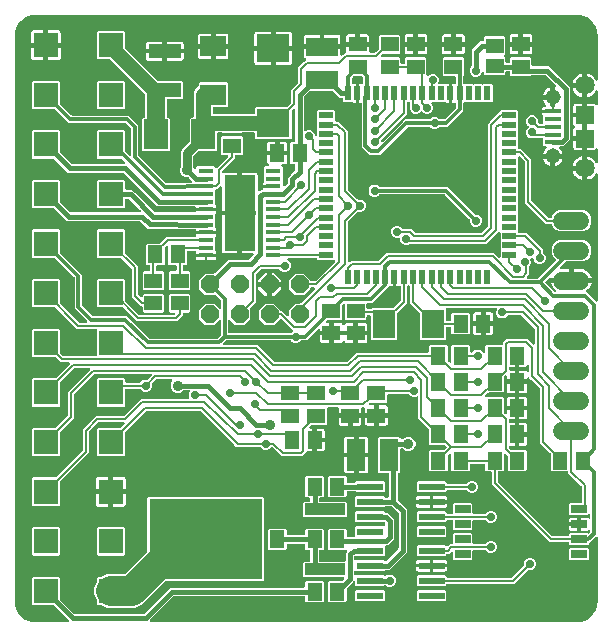
<source format=gbr>
G04 EAGLE Gerber RS-274X export*
G75*
%MOMM*%
%FSLAX34Y34*%
%LPD*%
%INTop Copper*%
%IPPOS*%
%AMOC8*
5,1,8,0,0,1.08239X$1,22.5*%
G01*
%ADD10R,2.000000X2.500000*%
%ADD11R,2.160000X1.780000*%
%ADD12R,2.800000X1.200000*%
%ADD13R,2.800000X2.400000*%
%ADD14R,1.300000X1.500000*%
%ADD15R,1.500000X1.300000*%
%ADD16R,1.900000X2.400000*%
%ADD17R,3.400000X1.000000*%
%ADD18R,9.600000X6.800000*%
%ADD19R,1.300000X0.450000*%
%ADD20R,2.650000X6.400000*%
%ADD21R,2.700000X1.600000*%
%ADD22R,1.600000X2.700000*%
%ADD23R,2.200000X0.600000*%
%ADD24R,1.346200X0.685800*%
%ADD25R,1.193800X0.558800*%
%ADD26R,0.558800X1.193800*%
%ADD27P,1.649562X8X202.500000*%
%ADD28R,1.350000X0.400000*%
%ADD29C,1.308000*%
%ADD30C,1.650000*%
%ADD31R,1.500000X1.500000*%
%ADD32C,1.524000*%
%ADD33R,2.100000X2.100000*%
%ADD34C,0.406400*%
%ADD35C,0.762000*%
%ADD36C,1.270000*%
%ADD37C,0.203200*%
%ADD38C,0.914400*%
%ADD39C,0.711200*%
%ADD40C,0.304800*%
%ADD41C,0.457200*%
%ADD42C,0.508000*%
%ADD43C,2.540000*%

G36*
X48372Y3180D02*
X48372Y3180D01*
X48402Y3177D01*
X48513Y3200D01*
X48625Y3216D01*
X48651Y3228D01*
X48680Y3233D01*
X48781Y3285D01*
X48884Y3332D01*
X48907Y3351D01*
X48933Y3364D01*
X49015Y3442D01*
X49101Y3515D01*
X49117Y3540D01*
X49139Y3560D01*
X49196Y3658D01*
X49259Y3752D01*
X49268Y3780D01*
X49282Y3805D01*
X49310Y3915D01*
X49345Y4023D01*
X49345Y4053D01*
X49353Y4081D01*
X49349Y4194D01*
X49352Y4307D01*
X49344Y4336D01*
X49343Y4365D01*
X49309Y4473D01*
X49280Y4582D01*
X49265Y4608D01*
X49256Y4636D01*
X49210Y4699D01*
X49135Y4827D01*
X49089Y4870D01*
X49061Y4909D01*
X36942Y17028D01*
X36872Y17080D01*
X36808Y17140D01*
X36759Y17166D01*
X36715Y17199D01*
X36633Y17230D01*
X36555Y17270D01*
X36508Y17278D01*
X36449Y17300D01*
X36302Y17312D01*
X36224Y17325D01*
X18518Y17325D01*
X17625Y18218D01*
X17625Y40482D01*
X18518Y41375D01*
X40782Y41375D01*
X41675Y40482D01*
X41675Y22776D01*
X41687Y22689D01*
X41690Y22602D01*
X41707Y22549D01*
X41715Y22494D01*
X41750Y22414D01*
X41777Y22331D01*
X41805Y22292D01*
X41831Y22235D01*
X41927Y22122D01*
X41972Y22058D01*
X53826Y10204D01*
X53896Y10152D01*
X53960Y10092D01*
X54009Y10066D01*
X54053Y10033D01*
X54135Y10002D01*
X54213Y9962D01*
X54260Y9954D01*
X54319Y9932D01*
X54466Y9920D01*
X54544Y9907D01*
X112406Y9907D01*
X112493Y9919D01*
X112580Y9922D01*
X112633Y9939D01*
X112688Y9947D01*
X112768Y9982D01*
X112851Y10009D01*
X112890Y10037D01*
X112947Y10063D01*
X113060Y10159D01*
X113124Y10204D01*
X135052Y32132D01*
X248160Y32132D01*
X248218Y32140D01*
X248276Y32138D01*
X248358Y32160D01*
X248442Y32172D01*
X248495Y32195D01*
X248551Y32210D01*
X248624Y32253D01*
X248701Y32288D01*
X248746Y32326D01*
X248796Y32355D01*
X248854Y32417D01*
X248918Y32471D01*
X248950Y32520D01*
X248990Y32563D01*
X249029Y32638D01*
X249076Y32708D01*
X249093Y32764D01*
X249120Y32816D01*
X249131Y32884D01*
X249161Y32979D01*
X249164Y33079D01*
X249175Y33147D01*
X249175Y36707D01*
X250068Y37600D01*
X264332Y37600D01*
X265225Y36707D01*
X265225Y20443D01*
X264332Y19550D01*
X250068Y19550D01*
X249175Y20443D01*
X249175Y24003D01*
X249167Y24061D01*
X249169Y24119D01*
X249147Y24201D01*
X249135Y24285D01*
X249112Y24338D01*
X249097Y24394D01*
X249054Y24467D01*
X249019Y24544D01*
X248981Y24589D01*
X248952Y24639D01*
X248890Y24697D01*
X248836Y24761D01*
X248787Y24793D01*
X248744Y24833D01*
X248669Y24872D01*
X248599Y24919D01*
X248543Y24936D01*
X248491Y24963D01*
X248423Y24974D01*
X248328Y25004D01*
X248228Y25007D01*
X248160Y25018D01*
X138419Y25018D01*
X138332Y25006D01*
X138245Y25003D01*
X138192Y24986D01*
X138137Y24978D01*
X138057Y24943D01*
X137974Y24916D01*
X137935Y24888D01*
X137878Y24862D01*
X137765Y24766D01*
X137701Y24721D01*
X118154Y5174D01*
X117889Y4909D01*
X117871Y4885D01*
X117849Y4866D01*
X117786Y4772D01*
X117718Y4682D01*
X117708Y4654D01*
X117691Y4630D01*
X117657Y4522D01*
X117617Y4416D01*
X117614Y4387D01*
X117605Y4359D01*
X117603Y4246D01*
X117593Y4133D01*
X117599Y4104D01*
X117598Y4075D01*
X117627Y3965D01*
X117649Y3854D01*
X117663Y3828D01*
X117670Y3800D01*
X117728Y3702D01*
X117780Y3602D01*
X117800Y3580D01*
X117815Y3555D01*
X117898Y3478D01*
X117976Y3396D01*
X118001Y3381D01*
X118023Y3361D01*
X118123Y3309D01*
X118221Y3252D01*
X118250Y3245D01*
X118276Y3231D01*
X118353Y3218D01*
X118497Y3182D01*
X118559Y3184D01*
X118607Y3176D01*
X480000Y3176D01*
X480044Y3182D01*
X480080Y3179D01*
X482553Y3373D01*
X482711Y3409D01*
X482787Y3420D01*
X487491Y4949D01*
X487746Y5073D01*
X487760Y5086D01*
X487774Y5093D01*
X491775Y8000D01*
X491980Y8198D01*
X491989Y8214D01*
X492000Y8225D01*
X494907Y12226D01*
X495041Y12477D01*
X495044Y12496D01*
X495051Y12509D01*
X496580Y17213D01*
X496608Y17373D01*
X496627Y17447D01*
X496821Y19920D01*
X496818Y19965D01*
X496824Y20000D01*
X496824Y74137D01*
X496820Y74166D01*
X496823Y74195D01*
X496800Y74306D01*
X496784Y74418D01*
X496772Y74445D01*
X496767Y74474D01*
X496714Y74574D01*
X496668Y74678D01*
X496649Y74700D01*
X496636Y74726D01*
X496558Y74808D01*
X496485Y74895D01*
X496460Y74911D01*
X496440Y74932D01*
X496342Y74989D01*
X496248Y75052D01*
X496220Y75061D01*
X496195Y75076D01*
X496085Y75104D01*
X495977Y75138D01*
X495947Y75139D01*
X495919Y75146D01*
X495806Y75142D01*
X495693Y75145D01*
X495664Y75138D01*
X495635Y75137D01*
X495527Y75102D01*
X495418Y75073D01*
X495392Y75058D01*
X495364Y75049D01*
X495301Y75004D01*
X495173Y74928D01*
X495130Y74883D01*
X495091Y74855D01*
X492296Y72060D01*
X492296Y72059D01*
X490205Y69969D01*
X490167Y69970D01*
X490086Y69948D01*
X490002Y69936D01*
X489949Y69913D01*
X489892Y69898D01*
X489820Y69855D01*
X489743Y69820D01*
X489698Y69782D01*
X489648Y69753D01*
X489590Y69691D01*
X489526Y69637D01*
X489493Y69588D01*
X489453Y69545D01*
X489415Y69470D01*
X489368Y69400D01*
X489350Y69344D01*
X489324Y69292D01*
X489312Y69224D01*
X489282Y69129D01*
X489280Y69029D01*
X489269Y68965D01*
X488375Y68071D01*
X473650Y68071D01*
X472757Y68964D01*
X472757Y69469D01*
X472749Y69527D01*
X472750Y69585D01*
X472729Y69667D01*
X472717Y69751D01*
X472693Y69804D01*
X472678Y69860D01*
X472635Y69933D01*
X472601Y70010D01*
X472563Y70055D01*
X472533Y70105D01*
X472471Y70163D01*
X472417Y70227D01*
X472368Y70259D01*
X472326Y70299D01*
X472251Y70338D01*
X472180Y70385D01*
X472125Y70402D01*
X472073Y70429D01*
X472005Y70440D01*
X471909Y70470D01*
X471810Y70473D01*
X471742Y70484D01*
X456148Y70484D01*
X407059Y119573D01*
X407059Y129660D01*
X407051Y129718D01*
X407053Y129776D01*
X407031Y129858D01*
X407019Y129942D01*
X406996Y129995D01*
X406981Y130051D01*
X406938Y130124D01*
X406903Y130201D01*
X406865Y130246D01*
X406836Y130296D01*
X406774Y130354D01*
X406720Y130418D01*
X406671Y130450D01*
X406628Y130490D01*
X406553Y130529D01*
X406483Y130576D01*
X406427Y130593D01*
X406375Y130620D01*
X406307Y130631D01*
X406212Y130661D01*
X406112Y130664D01*
X406044Y130675D01*
X402468Y130675D01*
X401575Y131568D01*
X401575Y136144D01*
X401567Y136202D01*
X401569Y136260D01*
X401547Y136342D01*
X401535Y136426D01*
X401512Y136479D01*
X401497Y136535D01*
X401454Y136608D01*
X401419Y136685D01*
X401381Y136730D01*
X401352Y136780D01*
X401290Y136838D01*
X401236Y136902D01*
X401187Y136934D01*
X401144Y136974D01*
X401069Y137013D01*
X400999Y137060D01*
X400943Y137077D01*
X400891Y137104D01*
X400823Y137115D01*
X400728Y137145D01*
X400628Y137148D01*
X400560Y137159D01*
X390015Y137159D01*
X389957Y137151D01*
X389899Y137153D01*
X389817Y137131D01*
X389733Y137119D01*
X389680Y137096D01*
X389624Y137081D01*
X389551Y137038D01*
X389474Y137003D01*
X389429Y136965D01*
X389379Y136936D01*
X389321Y136874D01*
X389257Y136820D01*
X389225Y136771D01*
X389185Y136728D01*
X389146Y136653D01*
X389099Y136583D01*
X389082Y136527D01*
X389055Y136475D01*
X389044Y136407D01*
X389014Y136312D01*
X389011Y136212D01*
X389000Y136144D01*
X389000Y131568D01*
X388107Y130675D01*
X373843Y130675D01*
X372950Y131568D01*
X372950Y144631D01*
X372946Y144660D01*
X372949Y144689D01*
X372926Y144800D01*
X372910Y144913D01*
X372898Y144939D01*
X372893Y144968D01*
X372840Y145069D01*
X372794Y145172D01*
X372775Y145194D01*
X372762Y145220D01*
X372684Y145303D01*
X372611Y145389D01*
X372586Y145405D01*
X372566Y145427D01*
X372468Y145484D01*
X372374Y145547D01*
X372346Y145555D01*
X372321Y145570D01*
X372211Y145598D01*
X372103Y145632D01*
X372073Y145633D01*
X372045Y145640D01*
X371932Y145637D01*
X371819Y145640D01*
X371790Y145632D01*
X371761Y145631D01*
X371653Y145596D01*
X371544Y145568D01*
X371518Y145553D01*
X371490Y145544D01*
X371426Y145498D01*
X371299Y145423D01*
X371256Y145377D01*
X371217Y145349D01*
X370297Y144429D01*
X370245Y144359D01*
X370185Y144295D01*
X370159Y144246D01*
X370126Y144202D01*
X370095Y144120D01*
X370055Y144042D01*
X370047Y143995D01*
X370025Y143936D01*
X370013Y143788D01*
X370000Y143711D01*
X370000Y131568D01*
X369107Y130675D01*
X354843Y130675D01*
X353950Y131568D01*
X353950Y147832D01*
X354843Y148725D01*
X366986Y148725D01*
X367073Y148737D01*
X367160Y148740D01*
X367213Y148757D01*
X367268Y148765D01*
X367347Y148800D01*
X367431Y148827D01*
X367470Y148855D01*
X367527Y148881D01*
X367640Y148977D01*
X367704Y149022D01*
X368776Y150095D01*
X368812Y150141D01*
X368854Y150182D01*
X368897Y150254D01*
X368947Y150322D01*
X368968Y150376D01*
X368998Y150427D01*
X369018Y150508D01*
X369049Y150587D01*
X369053Y150646D01*
X369068Y150702D01*
X369065Y150787D01*
X369072Y150871D01*
X369061Y150928D01*
X369059Y150987D01*
X369033Y151067D01*
X369016Y151149D01*
X368989Y151201D01*
X368971Y151257D01*
X368931Y151313D01*
X368885Y151402D01*
X368816Y151474D01*
X368776Y151530D01*
X367704Y152603D01*
X367634Y152655D01*
X367570Y152715D01*
X367521Y152741D01*
X367477Y152774D01*
X367395Y152805D01*
X367317Y152845D01*
X367270Y152853D01*
X367211Y152875D01*
X367063Y152887D01*
X366986Y152900D01*
X354843Y152900D01*
X353950Y153793D01*
X353950Y165936D01*
X353938Y166023D01*
X353935Y166110D01*
X353918Y166163D01*
X353910Y166218D01*
X353875Y166297D01*
X353848Y166381D01*
X353820Y166420D01*
X353794Y166477D01*
X353698Y166590D01*
X353653Y166654D01*
X345122Y175185D01*
X345122Y192997D01*
X345106Y193110D01*
X345096Y193225D01*
X345086Y193251D01*
X345082Y193278D01*
X345035Y193383D01*
X344994Y193490D01*
X344977Y193512D01*
X344966Y193537D01*
X344892Y193625D01*
X344822Y193717D01*
X344800Y193733D01*
X344782Y193754D01*
X344687Y193818D01*
X344594Y193887D01*
X344569Y193897D01*
X344545Y193912D01*
X344436Y193947D01*
X344328Y193987D01*
X344301Y193989D01*
X344274Y193998D01*
X344160Y194001D01*
X344045Y194010D01*
X344021Y194004D01*
X343990Y194005D01*
X343733Y193938D01*
X343718Y193935D01*
X342323Y193357D01*
X340302Y193357D01*
X338434Y194130D01*
X336965Y195599D01*
X336896Y195652D01*
X336832Y195712D01*
X336782Y195737D01*
X336738Y195770D01*
X336656Y195801D01*
X336579Y195841D01*
X336531Y195849D01*
X336472Y195872D01*
X336325Y195884D01*
X336247Y195897D01*
X319602Y195897D01*
X319545Y195889D01*
X319486Y195890D01*
X319405Y195869D01*
X319321Y195857D01*
X319268Y195833D01*
X319211Y195818D01*
X319139Y195775D01*
X319062Y195741D01*
X319017Y195703D01*
X318967Y195673D01*
X318909Y195611D01*
X318845Y195557D01*
X318812Y195508D01*
X318772Y195466D01*
X318734Y195391D01*
X318687Y195320D01*
X318669Y195265D01*
X318643Y195213D01*
X318631Y195145D01*
X318601Y195049D01*
X318599Y194950D01*
X318587Y194882D01*
X318587Y189693D01*
X317694Y188800D01*
X304477Y188800D01*
X304429Y188793D01*
X304381Y188796D01*
X304289Y188774D01*
X304196Y188760D01*
X304151Y188741D01*
X304104Y188729D01*
X304040Y188691D01*
X303936Y188644D01*
X303870Y188588D01*
X303817Y188556D01*
X303336Y188144D01*
X303291Y188093D01*
X303238Y188048D01*
X303197Y187986D01*
X303148Y187931D01*
X303119Y187869D01*
X303081Y187812D01*
X303058Y187741D01*
X303027Y187673D01*
X303016Y187606D01*
X302995Y187541D01*
X302993Y187466D01*
X302981Y187393D01*
X302989Y187325D01*
X302988Y187257D01*
X303007Y187185D01*
X303016Y187111D01*
X303042Y187048D01*
X303060Y186982D01*
X303098Y186918D01*
X303127Y186849D01*
X303170Y186796D01*
X303205Y186737D01*
X303259Y186686D01*
X303306Y186628D01*
X303362Y186589D01*
X303412Y186543D01*
X303478Y186509D01*
X303540Y186466D01*
X303604Y186444D01*
X303665Y186413D01*
X303727Y186403D01*
X303809Y186375D01*
X303923Y186370D01*
X303996Y186358D01*
X307531Y186358D01*
X307531Y179856D01*
X300030Y179856D01*
X300030Y183717D01*
X300027Y183736D01*
X300029Y183755D01*
X300007Y183877D01*
X299990Y183998D01*
X299982Y184016D01*
X299979Y184035D01*
X299924Y184146D01*
X299874Y184258D01*
X299861Y184273D01*
X299853Y184290D01*
X299769Y184381D01*
X299690Y184475D01*
X299674Y184485D01*
X299661Y184500D01*
X299556Y184564D01*
X299453Y184632D01*
X299435Y184638D01*
X299418Y184648D01*
X299347Y184666D01*
X299182Y184718D01*
X299132Y184719D01*
X299093Y184729D01*
X298416Y184781D01*
X298373Y184778D01*
X298338Y184784D01*
X297885Y184784D01*
X297828Y184776D01*
X297769Y184778D01*
X297688Y184756D01*
X297604Y184744D01*
X297551Y184721D01*
X297494Y184706D01*
X297422Y184663D01*
X297345Y184628D01*
X297300Y184590D01*
X297250Y184561D01*
X297192Y184499D01*
X297128Y184445D01*
X297095Y184396D01*
X297055Y184353D01*
X297017Y184278D01*
X296970Y184208D01*
X296952Y184152D01*
X296926Y184100D01*
X296914Y184032D01*
X296884Y183937D01*
X296882Y183837D01*
X296870Y183769D01*
X296870Y179856D01*
X288354Y179856D01*
X288296Y179848D01*
X288237Y179849D01*
X288156Y179828D01*
X288072Y179816D01*
X288019Y179792D01*
X287962Y179778D01*
X287890Y179735D01*
X287813Y179700D01*
X287768Y179662D01*
X287718Y179632D01*
X287660Y179571D01*
X287596Y179516D01*
X287563Y179468D01*
X287523Y179425D01*
X287485Y179350D01*
X287438Y179280D01*
X287420Y179224D01*
X287394Y179172D01*
X287382Y179104D01*
X287352Y179009D01*
X287350Y178909D01*
X287338Y178841D01*
X287338Y177824D01*
X287337Y177824D01*
X287337Y178841D01*
X287329Y178895D01*
X287330Y178930D01*
X287329Y178933D01*
X287330Y178957D01*
X287309Y179039D01*
X287297Y179122D01*
X287273Y179176D01*
X287258Y179232D01*
X287215Y179305D01*
X287181Y179382D01*
X287143Y179426D01*
X287113Y179477D01*
X287051Y179534D01*
X286997Y179599D01*
X286948Y179631D01*
X286906Y179671D01*
X286830Y179710D01*
X286760Y179756D01*
X286704Y179774D01*
X286652Y179801D01*
X286584Y179812D01*
X286489Y179842D01*
X286389Y179845D01*
X286321Y179856D01*
X277805Y179856D01*
X277805Y183769D01*
X277797Y183827D01*
X277798Y183885D01*
X277777Y183967D01*
X277765Y184051D01*
X277741Y184104D01*
X277726Y184160D01*
X277683Y184233D01*
X277649Y184310D01*
X277611Y184355D01*
X277581Y184405D01*
X277519Y184463D01*
X277465Y184527D01*
X277416Y184559D01*
X277374Y184599D01*
X277299Y184638D01*
X277228Y184685D01*
X277173Y184702D01*
X277121Y184729D01*
X277053Y184740D01*
X276957Y184770D01*
X276858Y184773D01*
X276790Y184784D01*
X268802Y184784D01*
X268745Y184776D01*
X268686Y184778D01*
X268605Y184756D01*
X268521Y184744D01*
X268468Y184721D01*
X268411Y184706D01*
X268339Y184663D01*
X268262Y184628D01*
X268217Y184590D01*
X268167Y184561D01*
X268109Y184499D01*
X268045Y184445D01*
X268012Y184396D01*
X267972Y184353D01*
X267934Y184278D01*
X267887Y184208D01*
X267869Y184152D01*
X267843Y184100D01*
X267831Y184032D01*
X267801Y183937D01*
X267799Y183837D01*
X267787Y183769D01*
X267787Y170693D01*
X266894Y169800D01*
X254751Y169800D01*
X254665Y169788D01*
X254577Y169785D01*
X254525Y169768D01*
X254470Y169760D01*
X254390Y169725D01*
X254307Y169698D01*
X254268Y169670D01*
X254211Y169644D01*
X254097Y169548D01*
X254034Y169503D01*
X252959Y168428D01*
X252941Y168405D01*
X252919Y168386D01*
X252856Y168292D01*
X252788Y168201D01*
X252778Y168174D01*
X252761Y168149D01*
X252727Y168041D01*
X252687Y167936D01*
X252684Y167906D01*
X252676Y167878D01*
X252673Y167765D01*
X252663Y167652D01*
X252669Y167624D01*
X252668Y167594D01*
X252697Y167485D01*
X252719Y167373D01*
X252733Y167347D01*
X252740Y167319D01*
X252798Y167222D01*
X252850Y167121D01*
X252870Y167100D01*
X252885Y167075D01*
X252968Y166997D01*
X253046Y166915D01*
X253071Y166900D01*
X253093Y166880D01*
X253194Y166829D01*
X253291Y166771D01*
X253320Y166764D01*
X253346Y166751D01*
X253423Y166738D01*
X253567Y166701D01*
X253629Y166703D01*
X253677Y166695D01*
X255119Y166695D01*
X255119Y158179D01*
X255127Y158121D01*
X255125Y158062D01*
X255147Y157981D01*
X255159Y157897D01*
X255183Y157844D01*
X255197Y157787D01*
X255240Y157715D01*
X255275Y157638D01*
X255313Y157593D01*
X255343Y157543D01*
X255404Y157485D01*
X255459Y157421D01*
X255507Y157388D01*
X255550Y157348D01*
X255625Y157310D01*
X255695Y157263D01*
X255751Y157245D01*
X255803Y157219D01*
X255871Y157207D01*
X255966Y157177D01*
X256066Y157175D01*
X256134Y157163D01*
X257151Y157163D01*
X257151Y157162D01*
X256134Y157162D01*
X256076Y157153D01*
X256018Y157155D01*
X255936Y157134D01*
X255853Y157122D01*
X255799Y157098D01*
X255743Y157083D01*
X255670Y157040D01*
X255593Y157006D01*
X255548Y156968D01*
X255498Y156938D01*
X255440Y156876D01*
X255376Y156822D01*
X255344Y156773D01*
X255304Y156731D01*
X255265Y156655D01*
X255219Y156585D01*
X255201Y156529D01*
X255174Y156477D01*
X255163Y156409D01*
X255133Y156314D01*
X255130Y156214D01*
X255119Y156146D01*
X255119Y147630D01*
X251206Y147630D01*
X251148Y147622D01*
X251090Y147623D01*
X251008Y147602D01*
X250924Y147590D01*
X250871Y147566D01*
X250815Y147551D01*
X250742Y147508D01*
X250665Y147474D01*
X250620Y147436D01*
X250570Y147406D01*
X250512Y147344D01*
X250448Y147290D01*
X250416Y147241D01*
X250376Y147199D01*
X250337Y147124D01*
X250290Y147053D01*
X250273Y146998D01*
X250246Y146946D01*
X250235Y146878D01*
X250205Y146782D01*
X250202Y146683D01*
X250191Y146615D01*
X250191Y146585D01*
X247115Y143509D01*
X229135Y143509D01*
X221589Y151055D01*
X221542Y151091D01*
X221502Y151133D01*
X221429Y151176D01*
X221362Y151226D01*
X221307Y151247D01*
X221257Y151277D01*
X221175Y151297D01*
X221096Y151328D01*
X221038Y151332D01*
X220981Y151347D01*
X220897Y151344D01*
X220813Y151351D01*
X220755Y151340D01*
X220697Y151338D01*
X220617Y151312D01*
X220534Y151295D01*
X220482Y151268D01*
X220426Y151250D01*
X220370Y151210D01*
X220282Y151164D01*
X220209Y151096D01*
X220153Y151055D01*
X218778Y149680D01*
X216911Y148907D01*
X214889Y148907D01*
X213022Y149680D01*
X211553Y151149D01*
X211483Y151202D01*
X211419Y151262D01*
X211370Y151287D01*
X211326Y151320D01*
X211244Y151351D01*
X211166Y151391D01*
X211118Y151399D01*
X211060Y151422D01*
X210912Y151434D01*
X210835Y151447D01*
X191035Y151447D01*
X189249Y153232D01*
X161170Y181312D01*
X161100Y181364D01*
X161036Y181424D01*
X160987Y181450D01*
X160943Y181483D01*
X160861Y181514D01*
X160783Y181554D01*
X160736Y181562D01*
X160677Y181584D01*
X160529Y181596D01*
X160452Y181609D01*
X114923Y181609D01*
X114836Y181597D01*
X114749Y181594D01*
X114696Y181577D01*
X114641Y181569D01*
X114562Y181534D01*
X114478Y181507D01*
X114439Y181479D01*
X114382Y181453D01*
X114269Y181357D01*
X114205Y181312D01*
X96972Y164079D01*
X96920Y164009D01*
X96860Y163945D01*
X96834Y163896D01*
X96801Y163852D01*
X96770Y163770D01*
X96730Y163692D01*
X96722Y163645D01*
X96700Y163586D01*
X96688Y163438D01*
X96675Y163361D01*
X96675Y144218D01*
X95782Y143325D01*
X73518Y143325D01*
X72625Y144218D01*
X72625Y166482D01*
X73518Y167375D01*
X92661Y167375D01*
X92748Y167387D01*
X92835Y167390D01*
X92888Y167407D01*
X92943Y167415D01*
X93022Y167450D01*
X93106Y167477D01*
X93145Y167505D01*
X93202Y167531D01*
X93315Y167627D01*
X93379Y167672D01*
X96058Y170351D01*
X96076Y170375D01*
X96098Y170394D01*
X96161Y170488D01*
X96229Y170578D01*
X96239Y170606D01*
X96256Y170630D01*
X96290Y170738D01*
X96330Y170844D01*
X96333Y170873D01*
X96341Y170901D01*
X96344Y171015D01*
X96354Y171127D01*
X96348Y171156D01*
X96349Y171185D01*
X96320Y171295D01*
X96298Y171406D01*
X96284Y171432D01*
X96277Y171460D01*
X96219Y171558D01*
X96167Y171658D01*
X96147Y171680D01*
X96132Y171705D01*
X96049Y171782D01*
X95971Y171864D01*
X95946Y171879D01*
X95924Y171899D01*
X95823Y171951D01*
X95726Y172008D01*
X95697Y172015D01*
X95671Y172029D01*
X95594Y172042D01*
X95450Y172078D01*
X95388Y172076D01*
X95340Y172084D01*
X74498Y172084D01*
X74411Y172072D01*
X74324Y172069D01*
X74271Y172052D01*
X74216Y172044D01*
X74137Y172009D01*
X74053Y171982D01*
X74014Y171954D01*
X73957Y171928D01*
X73844Y171832D01*
X73780Y171787D01*
X66338Y164345D01*
X66286Y164275D01*
X66226Y164211D01*
X66200Y164162D01*
X66167Y164118D01*
X66136Y164036D01*
X66096Y163958D01*
X66088Y163911D01*
X66066Y163852D01*
X66059Y163766D01*
X66055Y163753D01*
X66053Y163703D01*
X66041Y163627D01*
X66041Y146148D01*
X41972Y122079D01*
X41920Y122009D01*
X41860Y121945D01*
X41834Y121896D01*
X41801Y121852D01*
X41770Y121770D01*
X41730Y121692D01*
X41722Y121645D01*
X41700Y121586D01*
X41688Y121438D01*
X41675Y121361D01*
X41675Y102218D01*
X40782Y101325D01*
X18518Y101325D01*
X17625Y102218D01*
X17625Y124482D01*
X18518Y125375D01*
X37661Y125375D01*
X37748Y125387D01*
X37835Y125390D01*
X37888Y125407D01*
X37943Y125415D01*
X38022Y125450D01*
X38106Y125477D01*
X38145Y125505D01*
X38202Y125531D01*
X38315Y125627D01*
X38379Y125672D01*
X60662Y147955D01*
X60714Y148025D01*
X60774Y148089D01*
X60800Y148138D01*
X60833Y148182D01*
X60864Y148264D01*
X60904Y148342D01*
X60912Y148389D01*
X60934Y148448D01*
X60946Y148596D01*
X60959Y148673D01*
X60959Y166152D01*
X71973Y177166D01*
X95365Y177166D01*
X95451Y177178D01*
X95539Y177181D01*
X95591Y177198D01*
X95646Y177206D01*
X95726Y177241D01*
X95809Y177268D01*
X95848Y177296D01*
X95905Y177322D01*
X96019Y177418D01*
X96082Y177463D01*
X110073Y191453D01*
X150134Y191453D01*
X150248Y191469D01*
X150362Y191479D01*
X150388Y191489D01*
X150416Y191493D01*
X150520Y191540D01*
X150628Y191581D01*
X150650Y191598D01*
X150675Y191609D01*
X150763Y191683D01*
X150854Y191753D01*
X150871Y191775D01*
X150892Y191793D01*
X150956Y191888D01*
X151024Y191981D01*
X151034Y192006D01*
X151050Y192030D01*
X151084Y192139D01*
X151125Y192247D01*
X151127Y192274D01*
X151135Y192301D01*
X151138Y192415D01*
X151147Y192530D01*
X151142Y192554D01*
X151143Y192585D01*
X151076Y192842D01*
X151072Y192857D01*
X150494Y194252D01*
X150494Y196273D01*
X151309Y198239D01*
X151337Y198351D01*
X151372Y198460D01*
X151373Y198488D01*
X151380Y198515D01*
X151376Y198629D01*
X151379Y198744D01*
X151372Y198771D01*
X151372Y198799D01*
X151337Y198908D01*
X151308Y199019D01*
X151293Y199043D01*
X151285Y199070D01*
X151221Y199165D01*
X151162Y199264D01*
X151142Y199283D01*
X151127Y199306D01*
X151039Y199380D01*
X150955Y199458D01*
X150930Y199471D01*
X150909Y199489D01*
X150804Y199535D01*
X150702Y199588D01*
X150677Y199592D01*
X150649Y199604D01*
X150386Y199641D01*
X150371Y199643D01*
X146773Y199643D01*
X146687Y199631D01*
X146599Y199628D01*
X146547Y199611D01*
X146492Y199603D01*
X146412Y199568D01*
X146329Y199541D01*
X146290Y199513D01*
X146232Y199487D01*
X146119Y199391D01*
X146056Y199346D01*
X144741Y198031D01*
X142500Y197103D01*
X140075Y197103D01*
X137834Y198031D01*
X136119Y199746D01*
X135191Y201987D01*
X135191Y204413D01*
X136119Y206654D01*
X136329Y206864D01*
X136347Y206887D01*
X136369Y206906D01*
X136432Y207000D01*
X136500Y207091D01*
X136510Y207118D01*
X136527Y207143D01*
X136561Y207250D01*
X136601Y207356D01*
X136604Y207386D01*
X136612Y207414D01*
X136615Y207527D01*
X136625Y207640D01*
X136619Y207669D01*
X136620Y207698D01*
X136591Y207807D01*
X136569Y207918D01*
X136555Y207945D01*
X136548Y207973D01*
X136490Y208070D01*
X136438Y208171D01*
X136418Y208192D01*
X136403Y208217D01*
X136320Y208295D01*
X136242Y208377D01*
X136217Y208392D01*
X136195Y208412D01*
X136095Y208463D01*
X135997Y208521D01*
X135968Y208528D01*
X135942Y208541D01*
X135865Y208554D01*
X135721Y208591D01*
X135659Y208589D01*
X135611Y208597D01*
X123710Y208597D01*
X123624Y208585D01*
X123536Y208582D01*
X123484Y208565D01*
X123429Y208557D01*
X123349Y208521D01*
X123266Y208494D01*
X123227Y208466D01*
X123170Y208441D01*
X123056Y208345D01*
X122993Y208299D01*
X119678Y204985D01*
X119626Y204915D01*
X119566Y204851D01*
X119540Y204802D01*
X119507Y204758D01*
X119476Y204676D01*
X119436Y204598D01*
X119428Y204551D01*
X119406Y204492D01*
X119395Y204365D01*
X119395Y204363D01*
X119394Y204353D01*
X119394Y204344D01*
X119381Y204267D01*
X119381Y202189D01*
X118607Y200322D01*
X117178Y198893D01*
X115311Y198119D01*
X113289Y198119D01*
X111422Y198893D01*
X109953Y200362D01*
X109883Y200414D01*
X109819Y200474D01*
X109770Y200500D01*
X109726Y200533D01*
X109644Y200564D01*
X109566Y200604D01*
X109518Y200612D01*
X109460Y200634D01*
X109312Y200646D01*
X109235Y200659D01*
X97690Y200659D01*
X97632Y200651D01*
X97574Y200653D01*
X97492Y200631D01*
X97408Y200619D01*
X97355Y200596D01*
X97299Y200581D01*
X97226Y200538D01*
X97149Y200503D01*
X97104Y200465D01*
X97054Y200436D01*
X96996Y200374D01*
X96932Y200320D01*
X96900Y200271D01*
X96860Y200228D01*
X96821Y200153D01*
X96774Y200083D01*
X96757Y200027D01*
X96730Y199975D01*
X96719Y199907D01*
X96689Y199812D01*
X96686Y199712D01*
X96675Y199644D01*
X96675Y186218D01*
X95782Y185325D01*
X73518Y185325D01*
X72625Y186218D01*
X72625Y208482D01*
X73518Y209375D01*
X95782Y209375D01*
X96675Y208482D01*
X96675Y206756D01*
X96683Y206698D01*
X96681Y206640D01*
X96703Y206558D01*
X96715Y206474D01*
X96738Y206421D01*
X96753Y206365D01*
X96796Y206292D01*
X96831Y206215D01*
X96869Y206170D01*
X96898Y206120D01*
X96960Y206062D01*
X97014Y205998D01*
X97063Y205966D01*
X97106Y205926D01*
X97181Y205887D01*
X97251Y205840D01*
X97307Y205823D01*
X97359Y205796D01*
X97427Y205785D01*
X97522Y205755D01*
X97622Y205752D01*
X97690Y205741D01*
X109235Y205741D01*
X109322Y205753D01*
X109409Y205756D01*
X109462Y205773D01*
X109516Y205781D01*
X109596Y205816D01*
X109679Y205843D01*
X109719Y205871D01*
X109776Y205897D01*
X109889Y205993D01*
X109953Y206038D01*
X111422Y207507D01*
X113289Y208281D01*
X115367Y208281D01*
X115454Y208293D01*
X115541Y208296D01*
X115594Y208313D01*
X115649Y208321D01*
X115728Y208356D01*
X115812Y208383D01*
X115851Y208411D01*
X115908Y208437D01*
X116021Y208533D01*
X116085Y208578D01*
X119133Y211626D01*
X119142Y211638D01*
X119146Y211642D01*
X119153Y211651D01*
X119173Y211669D01*
X119236Y211763D01*
X119304Y211853D01*
X119314Y211881D01*
X119331Y211905D01*
X119365Y212013D01*
X119405Y212119D01*
X119408Y212148D01*
X119416Y212176D01*
X119419Y212290D01*
X119429Y212402D01*
X119423Y212431D01*
X119424Y212460D01*
X119395Y212570D01*
X119373Y212681D01*
X119359Y212707D01*
X119352Y212735D01*
X119294Y212833D01*
X119242Y212933D01*
X119222Y212955D01*
X119207Y212980D01*
X119124Y213057D01*
X119046Y213139D01*
X119021Y213154D01*
X118999Y213174D01*
X118898Y213226D01*
X118801Y213283D01*
X118772Y213290D01*
X118746Y213304D01*
X118669Y213317D01*
X118525Y213353D01*
X118463Y213351D01*
X118415Y213359D01*
X71323Y213359D01*
X71236Y213347D01*
X71149Y213344D01*
X71096Y213327D01*
X71041Y213319D01*
X70962Y213284D01*
X70878Y213257D01*
X70839Y213229D01*
X70782Y213203D01*
X70669Y213107D01*
X70605Y213062D01*
X53638Y196095D01*
X53586Y196025D01*
X53526Y195961D01*
X53500Y195912D01*
X53467Y195868D01*
X53436Y195786D01*
X53396Y195708D01*
X53388Y195661D01*
X53366Y195602D01*
X53354Y195454D01*
X53341Y195377D01*
X53341Y175448D01*
X41972Y164079D01*
X41920Y164009D01*
X41860Y163945D01*
X41834Y163896D01*
X41801Y163852D01*
X41770Y163770D01*
X41730Y163692D01*
X41722Y163645D01*
X41700Y163586D01*
X41688Y163438D01*
X41675Y163361D01*
X41675Y144218D01*
X40782Y143325D01*
X18518Y143325D01*
X17625Y144218D01*
X17625Y166482D01*
X18518Y167375D01*
X37661Y167375D01*
X37748Y167387D01*
X37835Y167390D01*
X37888Y167407D01*
X37943Y167415D01*
X38022Y167450D01*
X38106Y167477D01*
X38145Y167505D01*
X38202Y167531D01*
X38315Y167627D01*
X38379Y167672D01*
X47962Y177255D01*
X48014Y177325D01*
X48074Y177389D01*
X48100Y177438D01*
X48133Y177482D01*
X48164Y177564D01*
X48204Y177642D01*
X48212Y177689D01*
X48234Y177748D01*
X48246Y177896D01*
X48259Y177973D01*
X48259Y197902D01*
X66745Y216389D01*
X66763Y216412D01*
X66786Y216431D01*
X66848Y216525D01*
X66916Y216616D01*
X66927Y216643D01*
X66943Y216668D01*
X66977Y216776D01*
X67018Y216881D01*
X67020Y216911D01*
X67029Y216939D01*
X67032Y217052D01*
X67041Y217165D01*
X67035Y217193D01*
X67036Y217223D01*
X67008Y217332D01*
X66985Y217444D01*
X66972Y217470D01*
X66964Y217498D01*
X66907Y217595D01*
X66854Y217696D01*
X66834Y217717D01*
X66819Y217742D01*
X66737Y217820D01*
X66659Y217902D01*
X66633Y217917D01*
X66612Y217937D01*
X66511Y217988D01*
X66413Y218046D01*
X66385Y218053D01*
X66359Y218066D01*
X66281Y218079D01*
X66138Y218116D01*
X66075Y218114D01*
X66028Y218122D01*
X54435Y218122D01*
X54349Y218110D01*
X54261Y218107D01*
X54209Y218090D01*
X54154Y218082D01*
X54074Y218046D01*
X53991Y218019D01*
X53952Y217991D01*
X53895Y217966D01*
X53781Y217870D01*
X53718Y217824D01*
X41972Y206079D01*
X41920Y206009D01*
X41860Y205945D01*
X41834Y205896D01*
X41801Y205852D01*
X41770Y205770D01*
X41730Y205692D01*
X41722Y205645D01*
X41700Y205586D01*
X41688Y205438D01*
X41675Y205361D01*
X41675Y186218D01*
X40782Y185325D01*
X18518Y185325D01*
X17625Y186218D01*
X17625Y208482D01*
X18518Y209375D01*
X37661Y209375D01*
X37748Y209387D01*
X37835Y209390D01*
X37888Y209407D01*
X37943Y209415D01*
X38022Y209450D01*
X38106Y209477D01*
X38145Y209505D01*
X38202Y209531D01*
X38315Y209627D01*
X38379Y209672D01*
X49858Y221151D01*
X49876Y221175D01*
X49898Y221194D01*
X49961Y221288D01*
X50029Y221378D01*
X50039Y221406D01*
X50056Y221430D01*
X50090Y221538D01*
X50130Y221644D01*
X50133Y221673D01*
X50141Y221701D01*
X50144Y221815D01*
X50154Y221927D01*
X50148Y221956D01*
X50149Y221985D01*
X50120Y222095D01*
X50098Y222206D01*
X50084Y222232D01*
X50077Y222260D01*
X50019Y222358D01*
X49967Y222458D01*
X49947Y222480D01*
X49932Y222505D01*
X49849Y222582D01*
X49771Y222664D01*
X49746Y222679D01*
X49724Y222699D01*
X49623Y222751D01*
X49526Y222808D01*
X49497Y222815D01*
X49471Y222829D01*
X49394Y222842D01*
X49250Y222878D01*
X49188Y222876D01*
X49140Y222884D01*
X42523Y222884D01*
X38379Y227028D01*
X38309Y227080D01*
X38245Y227140D01*
X38196Y227166D01*
X38152Y227199D01*
X38070Y227230D01*
X37992Y227270D01*
X37945Y227278D01*
X37886Y227300D01*
X37738Y227312D01*
X37661Y227325D01*
X18518Y227325D01*
X17625Y228218D01*
X17625Y250482D01*
X18518Y251375D01*
X40782Y251375D01*
X41675Y250482D01*
X41675Y231339D01*
X41687Y231252D01*
X41690Y231165D01*
X41707Y231112D01*
X41715Y231057D01*
X41750Y230978D01*
X41777Y230894D01*
X41805Y230855D01*
X41831Y230798D01*
X41927Y230685D01*
X41972Y230621D01*
X44330Y228263D01*
X44400Y228211D01*
X44464Y228151D01*
X44513Y228125D01*
X44557Y228092D01*
X44639Y228061D01*
X44717Y228021D01*
X44764Y228013D01*
X44823Y227991D01*
X44971Y227979D01*
X45048Y227966D01*
X71610Y227966D01*
X71668Y227974D01*
X71726Y227972D01*
X71808Y227994D01*
X71892Y228006D01*
X71945Y228029D01*
X72001Y228044D01*
X72074Y228087D01*
X72151Y228122D01*
X72196Y228160D01*
X72246Y228189D01*
X72304Y228251D01*
X72368Y228305D01*
X72400Y228354D01*
X72440Y228397D01*
X72479Y228472D01*
X72526Y228542D01*
X72543Y228598D01*
X72570Y228650D01*
X72581Y228718D01*
X72611Y228813D01*
X72614Y228913D01*
X72625Y228981D01*
X72625Y250444D01*
X72617Y250502D01*
X72619Y250560D01*
X72597Y250642D01*
X72585Y250726D01*
X72562Y250779D01*
X72547Y250835D01*
X72504Y250908D01*
X72469Y250985D01*
X72431Y251030D01*
X72402Y251080D01*
X72340Y251138D01*
X72286Y251202D01*
X72237Y251234D01*
X72194Y251274D01*
X72119Y251313D01*
X72049Y251360D01*
X71993Y251377D01*
X71941Y251404D01*
X71873Y251415D01*
X71778Y251445D01*
X71678Y251448D01*
X71610Y251459D01*
X55948Y251459D01*
X38379Y269028D01*
X38309Y269080D01*
X38245Y269140D01*
X38196Y269166D01*
X38152Y269199D01*
X38070Y269230D01*
X37992Y269270D01*
X37945Y269278D01*
X37886Y269300D01*
X37738Y269312D01*
X37661Y269325D01*
X18518Y269325D01*
X17625Y270218D01*
X17625Y292482D01*
X18518Y293375D01*
X40782Y293375D01*
X41675Y292482D01*
X41675Y273339D01*
X41687Y273252D01*
X41690Y273165D01*
X41707Y273112D01*
X41715Y273057D01*
X41750Y272978D01*
X41777Y272894D01*
X41805Y272855D01*
X41831Y272798D01*
X41927Y272685D01*
X41972Y272621D01*
X57755Y256838D01*
X57825Y256786D01*
X57889Y256726D01*
X57938Y256700D01*
X57982Y256667D01*
X58064Y256636D01*
X58142Y256596D01*
X58189Y256588D01*
X58248Y256566D01*
X58396Y256554D01*
X58473Y256541D01*
X63722Y256541D01*
X63751Y256545D01*
X63780Y256542D01*
X63891Y256565D01*
X64003Y256581D01*
X64030Y256593D01*
X64059Y256598D01*
X64159Y256650D01*
X64263Y256697D01*
X64285Y256716D01*
X64311Y256729D01*
X64393Y256807D01*
X64480Y256880D01*
X64496Y256905D01*
X64517Y256925D01*
X64574Y257023D01*
X64637Y257117D01*
X64646Y257145D01*
X64661Y257170D01*
X64689Y257280D01*
X64723Y257388D01*
X64724Y257418D01*
X64731Y257446D01*
X64727Y257559D01*
X64730Y257672D01*
X64723Y257701D01*
X64722Y257730D01*
X64687Y257838D01*
X64658Y257947D01*
X64643Y257973D01*
X64634Y258001D01*
X64589Y258064D01*
X64513Y258192D01*
X64468Y258235D01*
X64440Y258274D01*
X54101Y268612D01*
X54101Y294167D01*
X54089Y294253D01*
X54086Y294341D01*
X54069Y294393D01*
X54061Y294448D01*
X54026Y294528D01*
X53999Y294611D01*
X53971Y294650D01*
X53945Y294708D01*
X53849Y294821D01*
X53804Y294885D01*
X37661Y311028D01*
X37591Y311080D01*
X37527Y311140D01*
X37477Y311166D01*
X37433Y311199D01*
X37352Y311230D01*
X37274Y311270D01*
X37226Y311278D01*
X37168Y311300D01*
X37020Y311312D01*
X36943Y311325D01*
X18518Y311325D01*
X17625Y312218D01*
X17625Y334482D01*
X18518Y335375D01*
X40782Y335375D01*
X41675Y334482D01*
X41675Y316057D01*
X41687Y315971D01*
X41690Y315883D01*
X41707Y315831D01*
X41715Y315776D01*
X41750Y315696D01*
X41777Y315613D01*
X41805Y315574D01*
X41831Y315516D01*
X41927Y315403D01*
X41972Y315339D01*
X58115Y299196D01*
X58116Y299196D01*
X60199Y297113D01*
X60199Y271558D01*
X60211Y271472D01*
X60214Y271384D01*
X60231Y271332D01*
X60239Y271277D01*
X60274Y271197D01*
X60301Y271114D01*
X60329Y271075D01*
X60355Y271017D01*
X60451Y270904D01*
X60496Y270840D01*
X69228Y262109D01*
X69298Y262056D01*
X69362Y261996D01*
X69411Y261971D01*
X69455Y261938D01*
X69537Y261907D01*
X69615Y261867D01*
X69662Y261859D01*
X69721Y261836D01*
X69869Y261824D01*
X69946Y261811D01*
X98100Y261811D01*
X116853Y243059D01*
X116923Y243006D01*
X116987Y242946D01*
X117036Y242921D01*
X117080Y242888D01*
X117162Y242857D01*
X117240Y242817D01*
X117287Y242809D01*
X117346Y242786D01*
X117494Y242774D01*
X117571Y242761D01*
X174529Y242761D01*
X174616Y242773D01*
X174703Y242776D01*
X174756Y242793D01*
X174811Y242801D01*
X174890Y242837D01*
X174974Y242864D01*
X175013Y242892D01*
X175070Y242917D01*
X175183Y243013D01*
X175247Y243059D01*
X177629Y245440D01*
X177681Y245510D01*
X177741Y245574D01*
X177767Y245624D01*
X177800Y245668D01*
X177831Y245749D01*
X177871Y245827D01*
X177879Y245875D01*
X177901Y245933D01*
X177913Y246081D01*
X177926Y246158D01*
X177926Y257793D01*
X177922Y257822D01*
X177925Y257851D01*
X177902Y257962D01*
X177886Y258074D01*
X177874Y258101D01*
X177869Y258130D01*
X177817Y258230D01*
X177770Y258334D01*
X177751Y258356D01*
X177738Y258382D01*
X177660Y258464D01*
X177587Y258551D01*
X177562Y258567D01*
X177542Y258588D01*
X177444Y258645D01*
X177350Y258708D01*
X177322Y258717D01*
X177297Y258732D01*
X177187Y258760D01*
X177079Y258794D01*
X177049Y258795D01*
X177021Y258802D01*
X176908Y258798D01*
X176795Y258801D01*
X176766Y258794D01*
X176737Y258793D01*
X176629Y258758D01*
X176520Y258729D01*
X176494Y258714D01*
X176466Y258705D01*
X176403Y258660D01*
X176275Y258584D01*
X176232Y258539D01*
X176193Y258511D01*
X172063Y254380D01*
X164487Y254380D01*
X159130Y259737D01*
X159130Y267313D01*
X164487Y272670D01*
X172063Y272670D01*
X176193Y268539D01*
X176217Y268522D01*
X176236Y268499D01*
X176330Y268437D01*
X176420Y268369D01*
X176448Y268358D01*
X176472Y268342D01*
X176580Y268308D01*
X176686Y268267D01*
X176715Y268265D01*
X176743Y268256D01*
X176857Y268253D01*
X176969Y268244D01*
X176998Y268250D01*
X177027Y268249D01*
X177137Y268277D01*
X177248Y268300D01*
X177274Y268313D01*
X177302Y268321D01*
X177400Y268378D01*
X177500Y268431D01*
X177522Y268451D01*
X177547Y268466D01*
X177624Y268548D01*
X177706Y268626D01*
X177721Y268652D01*
X177741Y268673D01*
X177793Y268774D01*
X177850Y268872D01*
X177857Y268900D01*
X177871Y268926D01*
X177884Y269004D01*
X177920Y269147D01*
X177918Y269210D01*
X177926Y269257D01*
X177926Y274542D01*
X177914Y274628D01*
X177911Y274716D01*
X177894Y274768D01*
X177886Y274823D01*
X177851Y274903D01*
X177824Y274986D01*
X177796Y275025D01*
X177770Y275083D01*
X177674Y275196D01*
X177629Y275260D01*
X173303Y279585D01*
X173257Y279620D01*
X173216Y279663D01*
X173144Y279705D01*
X173076Y279756D01*
X173021Y279777D01*
X172971Y279806D01*
X172889Y279827D01*
X172811Y279857D01*
X172752Y279862D01*
X172695Y279876D01*
X172611Y279874D01*
X172527Y279881D01*
X172470Y279869D01*
X172411Y279867D01*
X172331Y279841D01*
X172249Y279825D01*
X172197Y279798D01*
X172142Y279780D01*
X164487Y279780D01*
X159130Y285137D01*
X159130Y292713D01*
X164487Y298070D01*
X171969Y298070D01*
X172056Y298082D01*
X172143Y298085D01*
X172196Y298102D01*
X172251Y298110D01*
X172331Y298145D01*
X172414Y298172D01*
X172453Y298200D01*
X172510Y298226D01*
X172623Y298322D01*
X172687Y298367D01*
X181883Y307563D01*
X181884Y307564D01*
X184264Y309944D01*
X201306Y309944D01*
X201393Y309956D01*
X201480Y309959D01*
X201533Y309976D01*
X201588Y309984D01*
X201668Y310020D01*
X201751Y310047D01*
X201790Y310075D01*
X201847Y310100D01*
X201960Y310196D01*
X202024Y310242D01*
X205267Y313484D01*
X205284Y313508D01*
X205307Y313527D01*
X205369Y313621D01*
X205438Y313711D01*
X205448Y313739D01*
X205464Y313763D01*
X205498Y313871D01*
X205539Y313977D01*
X205541Y314006D01*
X205550Y314034D01*
X205553Y314148D01*
X205562Y314260D01*
X205557Y314289D01*
X205557Y314318D01*
X205529Y314428D01*
X205506Y314539D01*
X205493Y314565D01*
X205486Y314593D01*
X205428Y314691D01*
X205375Y314791D01*
X205355Y314813D01*
X205340Y314838D01*
X205258Y314915D01*
X205180Y314997D01*
X205154Y315012D01*
X205133Y315032D01*
X205032Y315084D01*
X204934Y315141D01*
X204906Y315148D01*
X204880Y315162D01*
X204802Y315175D01*
X204659Y315211D01*
X204596Y315209D01*
X204549Y315217D01*
X195706Y315217D01*
X195706Y347219D01*
X206566Y347219D01*
X206623Y347227D01*
X206682Y347225D01*
X206763Y347247D01*
X206847Y347259D01*
X206900Y347283D01*
X206957Y347297D01*
X207029Y347340D01*
X207106Y347375D01*
X207151Y347413D01*
X207201Y347443D01*
X207259Y347504D01*
X207323Y347559D01*
X207356Y347607D01*
X207396Y347650D01*
X207434Y347725D01*
X207481Y347795D01*
X207499Y347851D01*
X207525Y347903D01*
X207537Y347971D01*
X207567Y348066D01*
X207569Y348166D01*
X207581Y348234D01*
X207581Y350266D01*
X207573Y350324D01*
X207574Y350382D01*
X207553Y350464D01*
X207541Y350547D01*
X207517Y350601D01*
X207502Y350657D01*
X207459Y350730D01*
X207425Y350807D01*
X207387Y350851D01*
X207357Y350902D01*
X207295Y350959D01*
X207241Y351024D01*
X207192Y351056D01*
X207150Y351096D01*
X207075Y351135D01*
X207004Y351181D01*
X206949Y351199D01*
X206897Y351226D01*
X206829Y351237D01*
X206733Y351267D01*
X206634Y351270D01*
X206566Y351281D01*
X195706Y351281D01*
X195706Y383283D01*
X207193Y383283D01*
X207710Y383144D01*
X208173Y382877D01*
X208552Y382498D01*
X208819Y382035D01*
X208958Y381518D01*
X208958Y368839D01*
X208962Y368810D01*
X208959Y368780D01*
X208982Y368669D01*
X208998Y368557D01*
X209010Y368531D01*
X209015Y368502D01*
X209068Y368401D01*
X209114Y368298D01*
X209133Y368275D01*
X209146Y368249D01*
X209224Y368167D01*
X209297Y368081D01*
X209322Y368065D01*
X209342Y368043D01*
X209440Y367986D01*
X209534Y367923D01*
X209562Y367914D01*
X209587Y367900D01*
X209697Y367872D01*
X209805Y367837D01*
X209835Y367837D01*
X209863Y367829D01*
X209976Y367833D01*
X210089Y367830D01*
X210118Y367838D01*
X210147Y367839D01*
X210255Y367873D01*
X210364Y367902D01*
X210390Y367917D01*
X210418Y367926D01*
X210482Y367972D01*
X210609Y368047D01*
X210652Y368093D01*
X210691Y368121D01*
X211627Y369057D01*
X212627Y369057D01*
X212685Y369065D01*
X212743Y369063D01*
X212825Y369085D01*
X212909Y369097D01*
X212962Y369120D01*
X213018Y369135D01*
X213091Y369178D01*
X213168Y369213D01*
X213213Y369251D01*
X213263Y369280D01*
X213321Y369342D01*
X213385Y369396D01*
X213417Y369445D01*
X213457Y369488D01*
X213496Y369563D01*
X213543Y369633D01*
X213560Y369689D01*
X213587Y369741D01*
X213598Y369809D01*
X213628Y369904D01*
X213631Y370004D01*
X213642Y370072D01*
X213642Y370876D01*
X222066Y370876D01*
X222124Y370884D01*
X222182Y370882D01*
X222264Y370904D01*
X222347Y370916D01*
X222401Y370939D01*
X222457Y370954D01*
X222530Y370997D01*
X222607Y371032D01*
X222651Y371070D01*
X222702Y371099D01*
X222759Y371161D01*
X222824Y371215D01*
X222856Y371264D01*
X222896Y371307D01*
X222935Y371382D01*
X222981Y371452D01*
X222999Y371508D01*
X223026Y371560D01*
X223037Y371628D01*
X223067Y371723D01*
X223070Y371823D01*
X223081Y371891D01*
X223081Y372109D01*
X223073Y372167D01*
X223074Y372225D01*
X223053Y372307D01*
X223041Y372391D01*
X223017Y372444D01*
X223003Y372500D01*
X222959Y372573D01*
X222925Y372650D01*
X222887Y372695D01*
X222857Y372745D01*
X222796Y372803D01*
X222741Y372867D01*
X222693Y372899D01*
X222650Y372939D01*
X222575Y372978D01*
X222505Y373025D01*
X222449Y373042D01*
X222397Y373069D01*
X222329Y373080D01*
X222234Y373110D01*
X222134Y373113D01*
X222066Y373124D01*
X213642Y373124D01*
X213642Y374518D01*
X213781Y375035D01*
X214014Y375439D01*
X214051Y375529D01*
X214095Y375616D01*
X214101Y375655D01*
X214121Y375703D01*
X214138Y375874D01*
X214150Y375947D01*
X214150Y387882D01*
X215043Y388775D01*
X217635Y388775D01*
X217654Y388777D01*
X217673Y388775D01*
X217795Y388797D01*
X217916Y388815D01*
X217934Y388823D01*
X217953Y388826D01*
X218063Y388881D01*
X218175Y388931D01*
X218190Y388943D01*
X218208Y388952D01*
X218299Y389035D01*
X218392Y389114D01*
X218403Y389131D01*
X218418Y389144D01*
X218482Y389249D01*
X218550Y389351D01*
X218556Y389370D01*
X218566Y389386D01*
X218599Y389505D01*
X218636Y389622D01*
X218636Y389642D01*
X218642Y389661D01*
X218640Y389783D01*
X218643Y389906D01*
X218638Y389925D01*
X218638Y389945D01*
X218602Y390063D01*
X218571Y390181D01*
X218561Y390198D01*
X218556Y390217D01*
X218489Y390320D01*
X218426Y390426D01*
X218412Y390439D01*
X218401Y390456D01*
X218344Y390503D01*
X218219Y390620D01*
X218173Y390644D01*
X218142Y390669D01*
X217702Y390924D01*
X217323Y391302D01*
X217056Y391765D01*
X216917Y392282D01*
X216917Y398019D01*
X224434Y398019D01*
X224492Y398027D01*
X224550Y398025D01*
X224632Y398047D01*
X224715Y398059D01*
X224769Y398083D01*
X224825Y398097D01*
X224898Y398140D01*
X224975Y398175D01*
X225019Y398213D01*
X225070Y398243D01*
X225127Y398304D01*
X225192Y398359D01*
X225224Y398407D01*
X225264Y398450D01*
X225303Y398525D01*
X225349Y398595D01*
X225367Y398651D01*
X225394Y398703D01*
X225405Y398771D01*
X225435Y398866D01*
X225438Y398966D01*
X225449Y399034D01*
X225449Y400051D01*
X225451Y400051D01*
X225451Y399034D01*
X225459Y398976D01*
X225458Y398918D01*
X225479Y398836D01*
X225491Y398753D01*
X225515Y398699D01*
X225529Y398643D01*
X225572Y398570D01*
X225607Y398493D01*
X225645Y398448D01*
X225675Y398398D01*
X225736Y398340D01*
X225791Y398276D01*
X225839Y398244D01*
X225882Y398204D01*
X225957Y398165D01*
X226027Y398119D01*
X226083Y398101D01*
X226135Y398074D01*
X226203Y398063D01*
X226298Y398033D01*
X226398Y398030D01*
X226466Y398019D01*
X233983Y398019D01*
X233983Y392282D01*
X233844Y391765D01*
X233577Y391302D01*
X233198Y390923D01*
X232735Y390656D01*
X232218Y390517D01*
X230015Y390517D01*
X229986Y390513D01*
X229957Y390516D01*
X229846Y390493D01*
X229734Y390477D01*
X229707Y390465D01*
X229678Y390460D01*
X229577Y390407D01*
X229474Y390361D01*
X229452Y390342D01*
X229426Y390329D01*
X229344Y390251D01*
X229257Y390178D01*
X229241Y390153D01*
X229220Y390133D01*
X229162Y390035D01*
X229100Y389941D01*
X229091Y389913D01*
X229076Y389888D01*
X229048Y389778D01*
X229014Y389670D01*
X229013Y389640D01*
X229006Y389612D01*
X229009Y389499D01*
X229006Y389386D01*
X229014Y389357D01*
X229015Y389328D01*
X229050Y389220D01*
X229078Y389111D01*
X229093Y389085D01*
X229102Y389057D01*
X229148Y388993D01*
X229224Y388866D01*
X229269Y388823D01*
X229297Y388784D01*
X230200Y387882D01*
X230200Y375947D01*
X230213Y375851D01*
X230218Y375753D01*
X230232Y375716D01*
X230240Y375665D01*
X230310Y375508D01*
X230336Y375439D01*
X230569Y375035D01*
X230708Y374518D01*
X230708Y373126D01*
X230712Y373097D01*
X230709Y373068D01*
X230732Y372957D01*
X230748Y372845D01*
X230760Y372818D01*
X230765Y372789D01*
X230818Y372689D01*
X230864Y372585D01*
X230883Y372563D01*
X230896Y372537D01*
X230975Y372455D01*
X231047Y372368D01*
X231072Y372352D01*
X231092Y372331D01*
X231190Y372274D01*
X231284Y372211D01*
X231312Y372202D01*
X231337Y372187D01*
X231447Y372159D01*
X231555Y372125D01*
X231585Y372124D01*
X231613Y372117D01*
X231726Y372121D01*
X231839Y372118D01*
X231868Y372125D01*
X231897Y372126D01*
X232005Y372161D01*
X232114Y372189D01*
X232140Y372204D01*
X232168Y372213D01*
X232231Y372259D01*
X232359Y372335D01*
X232402Y372380D01*
X232441Y372408D01*
X234246Y374213D01*
X234298Y374283D01*
X234358Y374347D01*
X234384Y374396D01*
X234417Y374441D01*
X234448Y374522D01*
X234488Y374600D01*
X234496Y374648D01*
X234518Y374706D01*
X234530Y374854D01*
X234543Y374931D01*
X234543Y379273D01*
X236924Y381654D01*
X240618Y385348D01*
X240671Y385418D01*
X240731Y385483D01*
X240756Y385532D01*
X240789Y385575D01*
X240820Y385657D01*
X240860Y385736D01*
X240868Y385783D01*
X240890Y385841D01*
X240902Y385990D01*
X240915Y386067D01*
X240909Y390012D01*
X240901Y390065D01*
X240902Y390102D01*
X240902Y390105D01*
X240902Y390126D01*
X240881Y390209D01*
X240869Y390293D01*
X240845Y390346D01*
X240831Y390401D01*
X240787Y390475D01*
X240752Y390552D01*
X240715Y390596D01*
X240685Y390646D01*
X240623Y390704D01*
X240568Y390769D01*
X240520Y390801D01*
X240478Y390840D01*
X240402Y390879D01*
X240331Y390926D01*
X240276Y390944D01*
X240225Y390970D01*
X240156Y390981D01*
X240060Y391012D01*
X239961Y391014D01*
X239894Y391025D01*
X237318Y391025D01*
X236425Y391918D01*
X236425Y408182D01*
X237318Y409075D01*
X239878Y409075D01*
X239936Y409083D01*
X239994Y409081D01*
X240076Y409103D01*
X240160Y409115D01*
X240213Y409138D01*
X240269Y409153D01*
X240342Y409196D01*
X240419Y409231D01*
X240464Y409269D01*
X240514Y409298D01*
X240572Y409360D01*
X240636Y409414D01*
X240668Y409463D01*
X240708Y409506D01*
X240747Y409581D01*
X240794Y409651D01*
X240811Y409707D01*
X240838Y409759D01*
X240849Y409827D01*
X240879Y409922D01*
X240882Y410022D01*
X240893Y410090D01*
X240893Y436462D01*
X240889Y436491D01*
X240892Y436520D01*
X240869Y436631D01*
X240853Y436743D01*
X240841Y436770D01*
X240836Y436799D01*
X240784Y436899D01*
X240737Y437003D01*
X240718Y437025D01*
X240705Y437051D01*
X240627Y437133D01*
X240554Y437220D01*
X240529Y437236D01*
X240509Y437257D01*
X240411Y437314D01*
X240317Y437377D01*
X240289Y437386D01*
X240264Y437401D01*
X240154Y437429D01*
X240046Y437463D01*
X240016Y437464D01*
X239988Y437471D01*
X239875Y437467D01*
X239762Y437470D01*
X239733Y437463D01*
X239704Y437462D01*
X239596Y437427D01*
X239487Y437398D01*
X239461Y437383D01*
X239433Y437374D01*
X239370Y437329D01*
X239242Y437253D01*
X239199Y437207D01*
X239160Y437179D01*
X238072Y436091D01*
X238020Y436022D01*
X237960Y435958D01*
X237934Y435908D01*
X237901Y435864D01*
X237870Y435783D01*
X237830Y435705D01*
X237822Y435657D01*
X237800Y435599D01*
X237788Y435451D01*
X237775Y435374D01*
X237775Y413068D01*
X236882Y412175D01*
X207618Y412175D01*
X206725Y413068D01*
X206725Y416535D01*
X206717Y416593D01*
X206719Y416651D01*
X206697Y416733D01*
X206685Y416817D01*
X206662Y416870D01*
X206647Y416926D01*
X206604Y416999D01*
X206569Y417076D01*
X206531Y417121D01*
X206502Y417171D01*
X206440Y417229D01*
X206386Y417293D01*
X206337Y417325D01*
X206294Y417365D01*
X206219Y417404D01*
X206149Y417451D01*
X206093Y417468D01*
X206041Y417495D01*
X205973Y417506D01*
X205878Y417536D01*
X205778Y417539D01*
X205710Y417550D01*
X196027Y417550D01*
X195940Y417538D01*
X195853Y417535D01*
X195800Y417518D01*
X195746Y417510D01*
X195666Y417475D01*
X195583Y417448D01*
X195543Y417420D01*
X195500Y417400D01*
X179145Y417400D01*
X179114Y417424D01*
X179032Y417455D01*
X178954Y417495D01*
X178906Y417503D01*
X178848Y417525D01*
X178700Y417537D01*
X178623Y417550D01*
X175415Y417550D01*
X175357Y417542D01*
X175299Y417544D01*
X175217Y417522D01*
X175133Y417510D01*
X175080Y417487D01*
X175024Y417472D01*
X174951Y417429D01*
X174874Y417394D01*
X174829Y417356D01*
X174779Y417327D01*
X174721Y417265D01*
X174657Y417211D01*
X174625Y417162D01*
X174585Y417119D01*
X174546Y417044D01*
X174499Y416974D01*
X174482Y416918D01*
X174455Y416866D01*
X174444Y416798D01*
X174414Y416703D01*
X174411Y416603D01*
X174400Y416535D01*
X174400Y402793D01*
X173507Y401900D01*
X159040Y401900D01*
X158954Y401888D01*
X158866Y401885D01*
X158814Y401868D01*
X158759Y401860D01*
X158679Y401825D01*
X158596Y401798D01*
X158556Y401770D01*
X158499Y401744D01*
X158386Y401648D01*
X158322Y401603D01*
X154857Y398138D01*
X154805Y398068D01*
X154745Y398004D01*
X154719Y397955D01*
X154686Y397910D01*
X154655Y397829D01*
X154615Y397751D01*
X154607Y397703D01*
X154585Y397645D01*
X154573Y397497D01*
X154560Y397420D01*
X154560Y389017D01*
X154564Y388986D01*
X154562Y388955D01*
X154579Y388879D01*
X154600Y388735D01*
X154626Y388677D01*
X154637Y388628D01*
X155197Y387276D01*
X155241Y387202D01*
X155276Y387124D01*
X155313Y387080D01*
X155342Y387031D01*
X155404Y386972D01*
X155460Y386907D01*
X155507Y386875D01*
X155548Y386836D01*
X155625Y386797D01*
X155696Y386749D01*
X155750Y386732D01*
X155801Y386706D01*
X155885Y386689D01*
X155967Y386663D01*
X156024Y386662D01*
X156080Y386651D01*
X156165Y386658D01*
X156251Y386656D01*
X156306Y386670D01*
X156363Y386675D01*
X156444Y386706D01*
X156526Y386728D01*
X156575Y386757D01*
X156628Y386777D01*
X156697Y386829D01*
X156771Y386873D01*
X156810Y386915D01*
X156855Y386949D01*
X156907Y387018D01*
X156965Y387081D01*
X156991Y387131D01*
X157025Y387177D01*
X157056Y387257D01*
X157095Y387334D01*
X157103Y387382D01*
X157126Y387443D01*
X157137Y387587D01*
X157150Y387665D01*
X157150Y387882D01*
X158043Y388775D01*
X172307Y388775D01*
X173251Y387830D01*
X173298Y387795D01*
X173338Y387753D01*
X173411Y387710D01*
X173478Y387659D01*
X173533Y387638D01*
X173583Y387609D01*
X173665Y387588D01*
X173744Y387558D01*
X173802Y387553D01*
X173859Y387539D01*
X173943Y387541D01*
X174027Y387534D01*
X174085Y387546D01*
X174143Y387548D01*
X174223Y387574D01*
X174306Y387590D01*
X174358Y387617D01*
X174414Y387635D01*
X174470Y387675D01*
X174558Y387721D01*
X174631Y387790D01*
X174687Y387830D01*
X183524Y396667D01*
X183542Y396691D01*
X183564Y396710D01*
X183627Y396804D01*
X183695Y396894D01*
X183705Y396922D01*
X183722Y396946D01*
X183756Y397054D01*
X183796Y397160D01*
X183799Y397189D01*
X183807Y397217D01*
X183810Y397331D01*
X183820Y397443D01*
X183814Y397472D01*
X183815Y397501D01*
X183786Y397611D01*
X183764Y397722D01*
X183750Y397748D01*
X183743Y397776D01*
X183685Y397874D01*
X183633Y397974D01*
X183613Y397996D01*
X183598Y398021D01*
X183515Y398098D01*
X183437Y398180D01*
X183412Y398195D01*
X183390Y398215D01*
X183289Y398267D01*
X183192Y398324D01*
X183163Y398331D01*
X183137Y398345D01*
X183060Y398358D01*
X182916Y398394D01*
X182854Y398392D01*
X182806Y398400D01*
X179193Y398400D01*
X178300Y399293D01*
X178300Y413557D01*
X179193Y414450D01*
X195457Y414450D01*
X196350Y413557D01*
X196350Y399293D01*
X195457Y398400D01*
X190881Y398400D01*
X190823Y398392D01*
X190765Y398394D01*
X190683Y398372D01*
X190599Y398360D01*
X190546Y398337D01*
X190490Y398322D01*
X190417Y398279D01*
X190340Y398244D01*
X190295Y398206D01*
X190245Y398177D01*
X190187Y398115D01*
X190123Y398061D01*
X190091Y398012D01*
X190051Y397969D01*
X190012Y397894D01*
X189965Y397824D01*
X189948Y397768D01*
X189921Y397716D01*
X189910Y397648D01*
X189880Y397553D01*
X189877Y397453D01*
X189866Y397385D01*
X189866Y395823D01*
X179051Y385007D01*
X178998Y384938D01*
X178938Y384874D01*
X178913Y384824D01*
X178880Y384780D01*
X178849Y384699D01*
X178809Y384621D01*
X178801Y384573D01*
X178778Y384515D01*
X178766Y384367D01*
X178753Y384290D01*
X178753Y384230D01*
X178760Y384181D01*
X178758Y384132D01*
X178780Y384041D01*
X178793Y383948D01*
X178813Y383904D01*
X178824Y383856D01*
X178871Y383774D01*
X178909Y383689D01*
X178941Y383651D01*
X178965Y383609D01*
X179032Y383543D01*
X179093Y383472D01*
X179134Y383445D01*
X179169Y383411D01*
X179251Y383366D01*
X179330Y383314D01*
X179376Y383299D01*
X179419Y383276D01*
X179511Y383257D01*
X179601Y383228D01*
X179649Y383227D01*
X179697Y383217D01*
X179771Y383224D01*
X179885Y383221D01*
X179969Y383243D01*
X180031Y383249D01*
X180157Y383283D01*
X191644Y383283D01*
X191644Y351281D01*
X178392Y351281D01*
X178392Y370786D01*
X178388Y370815D01*
X178391Y370844D01*
X178368Y370955D01*
X178352Y371067D01*
X178340Y371094D01*
X178335Y371123D01*
X178282Y371223D01*
X178236Y371327D01*
X178217Y371349D01*
X178204Y371375D01*
X178126Y371457D01*
X178053Y371544D01*
X178028Y371560D01*
X178008Y371581D01*
X177910Y371638D01*
X177816Y371701D01*
X177788Y371710D01*
X177763Y371725D01*
X177653Y371753D01*
X177545Y371787D01*
X177515Y371788D01*
X177487Y371795D01*
X177374Y371791D01*
X177261Y371794D01*
X177232Y371787D01*
X177203Y371786D01*
X177095Y371751D01*
X176986Y371722D01*
X176960Y371707D01*
X176932Y371698D01*
X176869Y371653D01*
X176741Y371577D01*
X176698Y371531D01*
X176659Y371503D01*
X174615Y369459D01*
X174215Y369459D01*
X174157Y369451D01*
X174099Y369453D01*
X174017Y369431D01*
X173933Y369419D01*
X173880Y369396D01*
X173824Y369381D01*
X173751Y369338D01*
X173674Y369303D01*
X173629Y369265D01*
X173579Y369236D01*
X173521Y369174D01*
X173457Y369120D01*
X173425Y369071D01*
X173385Y369028D01*
X173346Y368953D01*
X173299Y368883D01*
X173282Y368827D01*
X173255Y368775D01*
X173244Y368707D01*
X173214Y368612D01*
X173211Y368512D01*
X173200Y368444D01*
X173200Y356447D01*
X173207Y356394D01*
X173206Y356366D01*
X173214Y356337D01*
X173218Y356253D01*
X173232Y356216D01*
X173240Y356165D01*
X173310Y356008D01*
X173336Y355939D01*
X173569Y355535D01*
X173708Y355018D01*
X173708Y353624D01*
X165284Y353624D01*
X165226Y353616D01*
X165168Y353618D01*
X165148Y353612D01*
X165134Y353613D01*
X165066Y353624D01*
X156642Y353624D01*
X156642Y354120D01*
X156634Y354181D01*
X156635Y354242D01*
X156614Y354321D01*
X156602Y354401D01*
X156577Y354457D01*
X156562Y354517D01*
X156519Y354587D01*
X156486Y354661D01*
X156447Y354708D01*
X156415Y354760D01*
X156355Y354816D01*
X156303Y354878D01*
X156251Y354912D01*
X156207Y354954D01*
X156134Y354990D01*
X156066Y355035D01*
X156007Y355054D01*
X155953Y355082D01*
X155886Y355092D01*
X155795Y355121D01*
X155691Y355124D01*
X155621Y355135D01*
X127417Y354976D01*
X127340Y354964D01*
X125424Y354964D01*
X125420Y354964D01*
X125418Y354964D01*
X123843Y354955D01*
X122729Y356069D01*
X122726Y356071D01*
X122725Y356073D01*
X121354Y357429D01*
X121316Y357483D01*
X95631Y383167D01*
X95562Y383219D01*
X95498Y383279D01*
X95448Y383305D01*
X95404Y383338D01*
X95323Y383369D01*
X95245Y383409D01*
X95197Y383417D01*
X95139Y383439D01*
X94991Y383451D01*
X94914Y383464D01*
X48147Y383464D01*
X36583Y395028D01*
X36513Y395080D01*
X36449Y395140D01*
X36400Y395166D01*
X36356Y395199D01*
X36274Y395230D01*
X36196Y395270D01*
X36149Y395278D01*
X36090Y395300D01*
X35942Y395312D01*
X35865Y395325D01*
X18518Y395325D01*
X17625Y396218D01*
X17625Y418482D01*
X18518Y419375D01*
X40782Y419375D01*
X41675Y418482D01*
X41675Y401135D01*
X41683Y401080D01*
X41681Y401037D01*
X41688Y401012D01*
X41690Y400961D01*
X41707Y400908D01*
X41715Y400853D01*
X41750Y400774D01*
X41753Y400762D01*
X41755Y400760D01*
X41777Y400690D01*
X41805Y400651D01*
X41831Y400594D01*
X41927Y400481D01*
X41972Y400417D01*
X51006Y391383D01*
X51076Y391331D01*
X51140Y391271D01*
X51189Y391245D01*
X51233Y391212D01*
X51315Y391181D01*
X51393Y391141D01*
X51440Y391133D01*
X51499Y391111D01*
X51647Y391099D01*
X51724Y391086D01*
X95864Y391086D01*
X95893Y391090D01*
X95922Y391087D01*
X96034Y391110D01*
X96146Y391126D01*
X96172Y391138D01*
X96201Y391143D01*
X96302Y391195D01*
X96405Y391242D01*
X96428Y391261D01*
X96454Y391274D01*
X96536Y391352D01*
X96622Y391425D01*
X96638Y391450D01*
X96660Y391470D01*
X96717Y391568D01*
X96780Y391662D01*
X96789Y391690D01*
X96803Y391715D01*
X96831Y391825D01*
X96865Y391933D01*
X96866Y391963D01*
X96873Y391991D01*
X96870Y392104D01*
X96873Y392217D01*
X96865Y392246D01*
X96864Y392275D01*
X96830Y392383D01*
X96801Y392492D01*
X96786Y392518D01*
X96777Y392546D01*
X96731Y392609D01*
X96656Y392737D01*
X96610Y392780D01*
X96582Y392819D01*
X94373Y395028D01*
X94303Y395080D01*
X94239Y395140D01*
X94190Y395166D01*
X94146Y395199D01*
X94064Y395230D01*
X93986Y395270D01*
X93939Y395278D01*
X93880Y395300D01*
X93733Y395312D01*
X93655Y395325D01*
X73518Y395325D01*
X72625Y396218D01*
X72625Y418482D01*
X73518Y419375D01*
X95782Y419375D01*
X96675Y418482D01*
X96675Y401770D01*
X96687Y401683D01*
X96690Y401596D01*
X96707Y401543D01*
X96715Y401488D01*
X96750Y401409D01*
X96777Y401325D01*
X96805Y401286D01*
X96831Y401229D01*
X96927Y401116D01*
X96972Y401052D01*
X99993Y398031D01*
X100017Y398013D01*
X100036Y397991D01*
X100130Y397928D01*
X100220Y397860D01*
X100248Y397850D01*
X100272Y397833D01*
X100380Y397799D01*
X100486Y397759D01*
X100515Y397756D01*
X100543Y397748D01*
X100657Y397745D01*
X100769Y397735D01*
X100798Y397741D01*
X100827Y397740D01*
X100937Y397769D01*
X101048Y397791D01*
X101074Y397805D01*
X101102Y397812D01*
X101200Y397870D01*
X101300Y397922D01*
X101322Y397942D01*
X101347Y397957D01*
X101424Y398040D01*
X101506Y398118D01*
X101521Y398143D01*
X101541Y398165D01*
X101593Y398265D01*
X101650Y398363D01*
X101657Y398392D01*
X101671Y398418D01*
X101684Y398495D01*
X101720Y398639D01*
X101718Y398701D01*
X101726Y398749D01*
X101726Y420592D01*
X101714Y420678D01*
X101711Y420766D01*
X101694Y420818D01*
X101686Y420873D01*
X101651Y420953D01*
X101624Y421036D01*
X101596Y421075D01*
X101570Y421133D01*
X101474Y421246D01*
X101429Y421310D01*
X97460Y425279D01*
X97390Y425331D01*
X97326Y425391D01*
X97276Y425417D01*
X97232Y425450D01*
X97151Y425481D01*
X97073Y425521D01*
X97025Y425529D01*
X96967Y425551D01*
X96819Y425563D01*
X96742Y425576D01*
X49112Y425576D01*
X37661Y437028D01*
X37591Y437080D01*
X37527Y437140D01*
X37477Y437166D01*
X37433Y437199D01*
X37352Y437230D01*
X37274Y437270D01*
X37226Y437278D01*
X37168Y437300D01*
X37020Y437312D01*
X36943Y437325D01*
X18518Y437325D01*
X17625Y438218D01*
X17625Y460482D01*
X18518Y461375D01*
X40782Y461375D01*
X41675Y460482D01*
X41675Y442057D01*
X41687Y441971D01*
X41690Y441883D01*
X41707Y441831D01*
X41715Y441776D01*
X41750Y441696D01*
X41777Y441613D01*
X41805Y441574D01*
X41831Y441516D01*
X41927Y441403D01*
X41972Y441339D01*
X51340Y431971D01*
X51410Y431919D01*
X51474Y431859D01*
X51524Y431833D01*
X51568Y431800D01*
X51649Y431769D01*
X51727Y431729D01*
X51775Y431721D01*
X51833Y431699D01*
X51981Y431687D01*
X52058Y431674D01*
X99688Y431674D01*
X107824Y423538D01*
X107824Y398558D01*
X107836Y398472D01*
X107839Y398384D01*
X107856Y398332D01*
X107864Y398277D01*
X107899Y398197D01*
X107926Y398114D01*
X107954Y398075D01*
X107980Y398017D01*
X108076Y397904D01*
X108121Y397840D01*
X131115Y374846D01*
X131191Y374789D01*
X131261Y374725D01*
X131304Y374704D01*
X131342Y374676D01*
X131431Y374642D01*
X131516Y374600D01*
X131558Y374593D01*
X131608Y374574D01*
X131774Y374561D01*
X131848Y374549D01*
X152660Y374861D01*
X152682Y374865D01*
X152704Y374863D01*
X152822Y374887D01*
X152941Y374905D01*
X152961Y374915D01*
X152982Y374919D01*
X153090Y374975D01*
X153199Y375026D01*
X153215Y375040D01*
X153235Y375050D01*
X153322Y375133D01*
X153413Y375212D01*
X153425Y375231D01*
X153441Y375246D01*
X153502Y375350D01*
X153567Y375451D01*
X153573Y375472D01*
X153584Y375491D01*
X153614Y375608D01*
X153649Y375724D01*
X153649Y375745D01*
X153655Y375766D01*
X153651Y375887D01*
X153652Y376008D01*
X153646Y376029D01*
X153645Y376051D01*
X153608Y376166D01*
X153576Y376282D01*
X153565Y376300D01*
X153558Y376321D01*
X153514Y376382D01*
X153427Y376524D01*
X153388Y376560D01*
X153363Y376594D01*
X150589Y379368D01*
X150519Y379421D01*
X150455Y379481D01*
X150406Y379506D01*
X150362Y379539D01*
X150280Y379570D01*
X150202Y379610D01*
X150155Y379618D01*
X150096Y379641D01*
X149949Y379653D01*
X149871Y379666D01*
X148012Y379666D01*
X145771Y380594D01*
X144056Y382309D01*
X143128Y384550D01*
X143128Y386975D01*
X143813Y388628D01*
X143821Y388658D01*
X143835Y388686D01*
X143848Y388763D01*
X143884Y388904D01*
X143882Y388968D01*
X143890Y389017D01*
X143890Y401111D01*
X144702Y403072D01*
X151053Y409422D01*
X151105Y409492D01*
X151165Y409556D01*
X151191Y409605D01*
X151224Y409650D01*
X151255Y409731D01*
X151295Y409809D01*
X151303Y409857D01*
X151325Y409915D01*
X151337Y410063D01*
X151350Y410140D01*
X151350Y429057D01*
X152243Y429950D01*
X153985Y429950D01*
X154043Y429958D01*
X154101Y429956D01*
X154183Y429978D01*
X154267Y429990D01*
X154320Y430013D01*
X154376Y430028D01*
X154449Y430071D01*
X154526Y430106D01*
X154571Y430144D01*
X154621Y430173D01*
X154679Y430235D01*
X154743Y430289D01*
X154775Y430338D01*
X154815Y430381D01*
X154854Y430456D01*
X154901Y430526D01*
X154918Y430582D01*
X154945Y430634D01*
X154956Y430702D01*
X154986Y430797D01*
X154989Y430897D01*
X155000Y430965D01*
X155000Y451166D01*
X156199Y454061D01*
X158414Y456276D01*
X158499Y456311D01*
X158500Y456312D01*
X158501Y456312D01*
X158618Y456381D01*
X158743Y456455D01*
X158745Y456456D01*
X158746Y456457D01*
X158841Y456559D01*
X158939Y456662D01*
X158939Y456663D01*
X158940Y456665D01*
X159005Y456790D01*
X159069Y456915D01*
X159069Y456916D01*
X159070Y456918D01*
X159072Y456932D01*
X159124Y457194D01*
X159121Y457224D01*
X159125Y457249D01*
X159125Y459132D01*
X160018Y460025D01*
X182882Y460025D01*
X183775Y459132D01*
X183775Y440068D01*
X182882Y439175D01*
X171765Y439175D01*
X171707Y439167D01*
X171649Y439169D01*
X171567Y439147D01*
X171483Y439135D01*
X171430Y439112D01*
X171374Y439097D01*
X171301Y439054D01*
X171224Y439019D01*
X171179Y438981D01*
X171129Y438952D01*
X171071Y438890D01*
X171007Y438836D01*
X170975Y438787D01*
X170935Y438744D01*
X170896Y438669D01*
X170849Y438599D01*
X170832Y438543D01*
X170805Y438491D01*
X170794Y438423D01*
X170764Y438328D01*
X170761Y438228D01*
X170750Y438160D01*
X170750Y434315D01*
X170758Y434257D01*
X170756Y434199D01*
X170778Y434117D01*
X170790Y434033D01*
X170813Y433980D01*
X170828Y433924D01*
X170871Y433851D01*
X170906Y433774D01*
X170944Y433729D01*
X170973Y433679D01*
X171035Y433621D01*
X171089Y433557D01*
X171138Y433525D01*
X171181Y433485D01*
X171256Y433446D01*
X171326Y433399D01*
X171382Y433382D01*
X171434Y433355D01*
X171502Y433344D01*
X171597Y433314D01*
X171697Y433311D01*
X171765Y433300D01*
X178623Y433300D01*
X178710Y433312D01*
X178797Y433315D01*
X178850Y433332D01*
X178904Y433340D01*
X178984Y433375D01*
X179067Y433402D01*
X179107Y433430D01*
X179150Y433450D01*
X195505Y433450D01*
X195536Y433426D01*
X195618Y433395D01*
X195696Y433355D01*
X195744Y433347D01*
X195802Y433325D01*
X195950Y433313D01*
X196027Y433300D01*
X205710Y433300D01*
X205768Y433308D01*
X205826Y433306D01*
X205908Y433328D01*
X205992Y433340D01*
X206045Y433363D01*
X206101Y433378D01*
X206174Y433421D01*
X206251Y433456D01*
X206296Y433494D01*
X206346Y433523D01*
X206404Y433585D01*
X206468Y433639D01*
X206500Y433688D01*
X206540Y433731D01*
X206579Y433806D01*
X206626Y433876D01*
X206643Y433932D01*
X206670Y433984D01*
X206681Y434052D01*
X206711Y434147D01*
X206714Y434247D01*
X206725Y434315D01*
X206725Y438332D01*
X207618Y439225D01*
X233599Y439225D01*
X233685Y439237D01*
X233773Y439240D01*
X233825Y439257D01*
X233880Y439265D01*
X233960Y439300D01*
X234043Y439327D01*
X234082Y439355D01*
X234139Y439381D01*
X234253Y439477D01*
X234316Y439522D01*
X236874Y442080D01*
X236886Y442095D01*
X236895Y442103D01*
X236922Y442144D01*
X236927Y442150D01*
X236987Y442214D01*
X237012Y442263D01*
X237045Y442307D01*
X237076Y442389D01*
X237116Y442467D01*
X237124Y442514D01*
X237147Y442573D01*
X237159Y442721D01*
X237172Y442798D01*
X237172Y453490D01*
X243224Y459543D01*
X243277Y459612D01*
X243337Y459676D01*
X243362Y459726D01*
X243395Y459770D01*
X243426Y459851D01*
X243466Y459929D01*
X243474Y459977D01*
X243497Y460035D01*
X243509Y460183D01*
X243522Y460260D01*
X243522Y472540D01*
X247987Y477005D01*
X249651Y478669D01*
X249675Y478700D01*
X249704Y478726D01*
X249760Y478814D01*
X249822Y478896D01*
X249836Y478933D01*
X249857Y478966D01*
X249886Y479065D01*
X249923Y479162D01*
X249926Y479201D01*
X249938Y479239D01*
X249938Y479342D01*
X249947Y479445D01*
X249939Y479484D01*
X249939Y479523D01*
X249911Y479623D01*
X249891Y479724D01*
X249873Y479759D01*
X249862Y479797D01*
X249808Y479884D01*
X249760Y479976D01*
X249733Y480005D01*
X249712Y480038D01*
X249636Y480107D01*
X249564Y480183D01*
X249530Y480202D01*
X249501Y480229D01*
X249430Y480261D01*
X249319Y480326D01*
X249270Y480339D01*
X248777Y480623D01*
X248398Y481002D01*
X248131Y481465D01*
X247992Y481982D01*
X247992Y488219D01*
X262509Y488219D01*
X262567Y488227D01*
X262625Y488225D01*
X262707Y488247D01*
X262790Y488259D01*
X262844Y488283D01*
X262900Y488297D01*
X262973Y488340D01*
X263050Y488375D01*
X263094Y488413D01*
X263145Y488443D01*
X263202Y488504D01*
X263267Y488559D01*
X263299Y488607D01*
X263339Y488650D01*
X263378Y488725D01*
X263424Y488795D01*
X263442Y488851D01*
X263469Y488903D01*
X263480Y488971D01*
X263510Y489066D01*
X263513Y489166D01*
X263524Y489234D01*
X263524Y490251D01*
X263526Y490251D01*
X263526Y489234D01*
X263534Y489176D01*
X263533Y489118D01*
X263554Y489036D01*
X263566Y488953D01*
X263590Y488899D01*
X263604Y488843D01*
X263647Y488770D01*
X263682Y488693D01*
X263720Y488648D01*
X263750Y488598D01*
X263811Y488540D01*
X263866Y488476D01*
X263914Y488444D01*
X263957Y488404D01*
X264032Y488365D01*
X264102Y488319D01*
X264158Y488301D01*
X264210Y488274D01*
X264278Y488263D01*
X264373Y488233D01*
X264473Y488230D01*
X264541Y488219D01*
X279058Y488219D01*
X279058Y483539D01*
X279062Y483510D01*
X279059Y483481D01*
X279082Y483370D01*
X279098Y483258D01*
X279110Y483231D01*
X279115Y483202D01*
X279167Y483102D01*
X279214Y482998D01*
X279233Y482976D01*
X279246Y482950D01*
X279324Y482868D01*
X279397Y482781D01*
X279422Y482765D01*
X279442Y482744D01*
X279540Y482687D01*
X279634Y482624D01*
X279662Y482615D01*
X279687Y482600D01*
X279797Y482572D01*
X279905Y482538D01*
X279935Y482537D01*
X279963Y482530D01*
X280076Y482534D01*
X280189Y482531D01*
X280218Y482538D01*
X280247Y482539D01*
X280355Y482574D01*
X280464Y482603D01*
X280490Y482618D01*
X280518Y482627D01*
X280581Y482672D01*
X280709Y482748D01*
X280752Y482794D01*
X280791Y482822D01*
X281324Y483355D01*
X283110Y485141D01*
X283140Y485141D01*
X283197Y485149D01*
X283256Y485147D01*
X283337Y485169D01*
X283421Y485181D01*
X283474Y485204D01*
X283531Y485219D01*
X283603Y485262D01*
X283680Y485297D01*
X283725Y485335D01*
X283775Y485364D01*
X283833Y485426D01*
X283897Y485480D01*
X283930Y485529D01*
X283970Y485572D01*
X284008Y485647D01*
X284055Y485717D01*
X284073Y485773D01*
X284099Y485825D01*
X284111Y485893D01*
X284141Y485988D01*
X284143Y486088D01*
X284155Y486156D01*
X284155Y490069D01*
X292671Y490069D01*
X292729Y490077D01*
X292788Y490075D01*
X292869Y490097D01*
X292953Y490109D01*
X293006Y490133D01*
X293063Y490147D01*
X293135Y490190D01*
X293212Y490225D01*
X293257Y490263D01*
X293307Y490293D01*
X293365Y490354D01*
X293429Y490409D01*
X293462Y490457D01*
X293502Y490500D01*
X293540Y490575D01*
X293587Y490645D01*
X293605Y490701D01*
X293631Y490753D01*
X293643Y490821D01*
X293673Y490916D01*
X293675Y491016D01*
X293687Y491084D01*
X293687Y492101D01*
X293688Y492101D01*
X293688Y491084D01*
X293697Y491026D01*
X293695Y490968D01*
X293716Y490886D01*
X293728Y490803D01*
X293752Y490749D01*
X293767Y490693D01*
X293810Y490620D01*
X293844Y490543D01*
X293882Y490498D01*
X293912Y490448D01*
X293974Y490390D01*
X294028Y490326D01*
X294077Y490294D01*
X294119Y490254D01*
X294195Y490215D01*
X294265Y490169D01*
X294321Y490151D01*
X294373Y490124D01*
X294441Y490113D01*
X294536Y490083D01*
X294636Y490080D01*
X294704Y490069D01*
X303220Y490069D01*
X303220Y486156D01*
X303228Y486098D01*
X303227Y486040D01*
X303248Y485958D01*
X303260Y485874D01*
X303284Y485821D01*
X303299Y485765D01*
X303342Y485692D01*
X303376Y485615D01*
X303414Y485570D01*
X303444Y485520D01*
X303506Y485462D01*
X303560Y485398D01*
X303609Y485366D01*
X303651Y485326D01*
X303726Y485287D01*
X303797Y485240D01*
X303852Y485223D01*
X303904Y485196D01*
X303972Y485185D01*
X304068Y485155D01*
X304167Y485152D01*
X304235Y485141D01*
X308090Y485141D01*
X308176Y485153D01*
X308264Y485156D01*
X308316Y485173D01*
X308371Y485181D01*
X308451Y485216D01*
X308534Y485243D01*
X308573Y485271D01*
X308630Y485297D01*
X308744Y485393D01*
X308807Y485438D01*
X311353Y487984D01*
X311405Y488053D01*
X311465Y488117D01*
X311491Y488167D01*
X311524Y488211D01*
X311555Y488292D01*
X311595Y488370D01*
X311603Y488418D01*
X311625Y488476D01*
X311637Y488624D01*
X311650Y488701D01*
X311650Y499232D01*
X312543Y500125D01*
X328807Y500125D01*
X329700Y499232D01*
X329700Y484968D01*
X328807Y484075D01*
X315051Y484075D01*
X314965Y484063D01*
X314877Y484060D01*
X314825Y484043D01*
X314770Y484035D01*
X314690Y484000D01*
X314607Y483973D01*
X314568Y483945D01*
X314511Y483919D01*
X314397Y483823D01*
X314334Y483778D01*
X313414Y482858D01*
X313396Y482834D01*
X313373Y482815D01*
X313311Y482721D01*
X313243Y482631D01*
X313232Y482603D01*
X313216Y482579D01*
X313182Y482471D01*
X313141Y482365D01*
X313139Y482336D01*
X313130Y482308D01*
X313127Y482194D01*
X313118Y482082D01*
X313124Y482053D01*
X313123Y482024D01*
X313151Y481914D01*
X313174Y481803D01*
X313187Y481777D01*
X313195Y481749D01*
X313252Y481651D01*
X313305Y481551D01*
X313325Y481529D01*
X313340Y481504D01*
X313423Y481427D01*
X313500Y481345D01*
X313526Y481330D01*
X313547Y481310D01*
X313648Y481258D01*
X313746Y481201D01*
X313774Y481194D01*
X313800Y481180D01*
X313878Y481167D01*
X314021Y481131D01*
X314084Y481133D01*
X314131Y481125D01*
X328807Y481125D01*
X329700Y480232D01*
X329700Y476656D01*
X329708Y476598D01*
X329706Y476540D01*
X329728Y476458D01*
X329740Y476374D01*
X329763Y476321D01*
X329778Y476265D01*
X329821Y476192D01*
X329856Y476115D01*
X329894Y476070D01*
X329923Y476020D01*
X329985Y475962D01*
X330039Y475898D01*
X330088Y475866D01*
X330131Y475826D01*
X330206Y475787D01*
X330276Y475740D01*
X330332Y475723D01*
X330384Y475696D01*
X330452Y475685D01*
X330547Y475655D01*
X330647Y475652D01*
X330715Y475641D01*
X332860Y475641D01*
X332918Y475649D01*
X332976Y475647D01*
X333058Y475669D01*
X333142Y475681D01*
X333195Y475704D01*
X333251Y475719D01*
X333324Y475762D01*
X333401Y475797D01*
X333446Y475835D01*
X333496Y475864D01*
X333554Y475926D01*
X333618Y475980D01*
X333650Y476029D01*
X333690Y476072D01*
X333729Y476147D01*
X333776Y476217D01*
X333793Y476273D01*
X333820Y476325D01*
X333831Y476393D01*
X333861Y476488D01*
X333864Y476588D01*
X333875Y476656D01*
X333875Y480232D01*
X334768Y481125D01*
X351032Y481125D01*
X351925Y480232D01*
X351925Y466336D01*
X351929Y466307D01*
X351926Y466278D01*
X351949Y466167D01*
X351965Y466054D01*
X351977Y466028D01*
X351982Y465999D01*
X352035Y465898D01*
X352081Y465795D01*
X352100Y465773D01*
X352113Y465747D01*
X352191Y465664D01*
X352264Y465578D01*
X352289Y465562D01*
X352309Y465541D01*
X352407Y465483D01*
X352501Y465420D01*
X352529Y465412D01*
X352554Y465397D01*
X352664Y465369D01*
X352772Y465335D01*
X352802Y465334D01*
X352830Y465327D01*
X352943Y465330D01*
X353056Y465327D01*
X353085Y465335D01*
X353114Y465336D01*
X353222Y465371D01*
X353331Y465399D01*
X353357Y465414D01*
X353385Y465423D01*
X353449Y465469D01*
X353576Y465544D01*
X353619Y465590D01*
X353658Y465618D01*
X354309Y466270D01*
X356177Y467043D01*
X358198Y467043D01*
X360066Y466270D01*
X361495Y464841D01*
X362268Y462973D01*
X362268Y460952D01*
X361690Y459557D01*
X361662Y459446D01*
X361627Y459336D01*
X361626Y459309D01*
X361620Y459282D01*
X361623Y459167D01*
X361620Y459052D01*
X361627Y459025D01*
X361628Y458998D01*
X361663Y458888D01*
X361692Y458777D01*
X361706Y458753D01*
X361714Y458727D01*
X361778Y458631D01*
X361837Y458533D01*
X361857Y458514D01*
X361873Y458491D01*
X361960Y458417D01*
X362044Y458338D01*
X362069Y458325D01*
X362090Y458308D01*
X362195Y458261D01*
X362297Y458209D01*
X362322Y458205D01*
X362350Y458192D01*
X362614Y458156D01*
X362628Y458153D01*
X367556Y458153D01*
X367652Y458167D01*
X367749Y458172D01*
X367787Y458186D01*
X367837Y458193D01*
X367995Y458264D01*
X368064Y458289D01*
X368468Y458523D01*
X368985Y458661D01*
X370650Y458661D01*
X370650Y451041D01*
X370658Y450983D01*
X370657Y450924D01*
X370678Y450843D01*
X370690Y450759D01*
X370714Y450706D01*
X370728Y450653D01*
X370706Y450609D01*
X370694Y450541D01*
X370664Y450446D01*
X370662Y450346D01*
X370650Y450278D01*
X370650Y442658D01*
X368985Y442658D01*
X368468Y442796D01*
X368064Y443030D01*
X367974Y443066D01*
X367887Y443110D01*
X367847Y443117D01*
X367800Y443136D01*
X367629Y443154D01*
X367556Y443166D01*
X360646Y443166D01*
X360621Y443181D01*
X360540Y443201D01*
X360461Y443231D01*
X360402Y443236D01*
X360346Y443251D01*
X360262Y443248D01*
X360177Y443255D01*
X360120Y443243D01*
X360061Y443242D01*
X359981Y443216D01*
X359899Y443199D01*
X359847Y443172D01*
X359827Y443166D01*
X357045Y443166D01*
X357016Y443162D01*
X356987Y443164D01*
X356876Y443142D01*
X356764Y443126D01*
X356737Y443114D01*
X356708Y443108D01*
X356608Y443056D01*
X356505Y443010D01*
X356482Y442991D01*
X356456Y442977D01*
X356374Y442899D01*
X356288Y442826D01*
X356271Y442802D01*
X356250Y442781D01*
X356193Y442684D01*
X356130Y442589D01*
X356121Y442561D01*
X356106Y442536D01*
X356078Y442426D01*
X356044Y442318D01*
X356043Y442289D01*
X356036Y442261D01*
X356040Y442147D01*
X356037Y442034D01*
X356044Y442006D01*
X356045Y441976D01*
X356080Y441868D01*
X356109Y441759D01*
X356124Y441734D01*
X356133Y441706D01*
X356178Y441642D01*
X356254Y441515D01*
X356300Y441472D01*
X356328Y441433D01*
X356732Y441028D01*
X357506Y439161D01*
X357506Y437139D01*
X356732Y435272D01*
X355303Y433843D01*
X353436Y433069D01*
X351414Y433069D01*
X349547Y433843D01*
X348380Y435009D01*
X348334Y435044D01*
X348293Y435087D01*
X348221Y435130D01*
X348153Y435180D01*
X348099Y435201D01*
X348048Y435231D01*
X347967Y435251D01*
X347888Y435281D01*
X347829Y435286D01*
X347773Y435301D01*
X347688Y435298D01*
X347604Y435305D01*
X347547Y435294D01*
X347488Y435292D01*
X347408Y435266D01*
X347326Y435249D01*
X347274Y435222D01*
X347218Y435204D01*
X347162Y435164D01*
X347073Y435118D01*
X347001Y435049D01*
X346945Y435009D01*
X345778Y433843D01*
X343911Y433069D01*
X341889Y433069D01*
X340022Y433843D01*
X338593Y435272D01*
X337819Y437139D01*
X337819Y439161D01*
X337932Y439434D01*
X337940Y439464D01*
X337954Y439491D01*
X337967Y439569D01*
X338003Y439709D01*
X338002Y439774D01*
X338010Y439822D01*
X338010Y442151D01*
X338002Y442208D01*
X338003Y442267D01*
X337982Y442348D01*
X337970Y442432D01*
X337946Y442485D01*
X337931Y442542D01*
X337888Y442614D01*
X337854Y442691D01*
X337816Y442736D01*
X337786Y442786D01*
X337724Y442844D01*
X337670Y442908D01*
X337621Y442941D01*
X337579Y442981D01*
X337504Y443019D01*
X337433Y443066D01*
X337378Y443084D01*
X337326Y443110D01*
X337258Y443122D01*
X337162Y443152D01*
X337063Y443154D01*
X337036Y443159D01*
X336999Y443181D01*
X336918Y443201D01*
X336839Y443231D01*
X336780Y443236D01*
X336724Y443251D01*
X336640Y443248D01*
X336555Y443255D01*
X336498Y443243D01*
X336439Y443242D01*
X336359Y443216D01*
X336277Y443199D01*
X336225Y443172D01*
X336183Y443159D01*
X336175Y443158D01*
X336116Y443159D01*
X336035Y443138D01*
X335951Y443126D01*
X335898Y443102D01*
X335841Y443087D01*
X335769Y443044D01*
X335692Y443010D01*
X335647Y442972D01*
X335597Y442942D01*
X335539Y442880D01*
X335475Y442826D01*
X335442Y442777D01*
X335402Y442735D01*
X335364Y442660D01*
X335317Y442589D01*
X335299Y442534D01*
X335273Y442482D01*
X335261Y442414D01*
X335231Y442318D01*
X335229Y442219D01*
X335217Y442151D01*
X335217Y433224D01*
X313353Y411360D01*
X313301Y411290D01*
X313241Y411226D01*
X313215Y411177D01*
X313182Y411133D01*
X313151Y411051D01*
X313111Y410973D01*
X313103Y410926D01*
X313081Y410867D01*
X313069Y410719D01*
X313056Y410642D01*
X313056Y410306D01*
X313060Y410277D01*
X313057Y410248D01*
X313080Y410136D01*
X313096Y410024D01*
X313108Y409998D01*
X313113Y409969D01*
X313165Y409868D01*
X313212Y409765D01*
X313231Y409742D01*
X313244Y409716D01*
X313322Y409634D01*
X313395Y409548D01*
X313420Y409532D01*
X313440Y409510D01*
X313538Y409453D01*
X313632Y409390D01*
X313660Y409381D01*
X313685Y409367D01*
X313795Y409339D01*
X313903Y409305D01*
X313933Y409304D01*
X313961Y409297D01*
X314074Y409300D01*
X314187Y409297D01*
X314216Y409305D01*
X314245Y409306D01*
X314353Y409340D01*
X314462Y409369D01*
X314488Y409384D01*
X314516Y409393D01*
X314579Y409439D01*
X314707Y409514D01*
X314750Y409560D01*
X314789Y409588D01*
X331616Y426415D01*
X331617Y426416D01*
X333700Y428499D01*
X354218Y428499D01*
X354305Y428511D01*
X354392Y428514D01*
X354445Y428531D01*
X354499Y428539D01*
X354579Y428574D01*
X354662Y428601D01*
X354702Y428629D01*
X354759Y428655D01*
X354872Y428751D01*
X354936Y428796D01*
X355897Y429757D01*
X357764Y430531D01*
X359786Y430531D01*
X361653Y429757D01*
X362614Y428796D01*
X362684Y428744D01*
X362748Y428684D01*
X362797Y428658D01*
X362841Y428625D01*
X362923Y428594D01*
X363001Y428554D01*
X363049Y428546D01*
X363107Y428524D01*
X363255Y428512D01*
X363332Y428499D01*
X366617Y428499D01*
X366703Y428511D01*
X366791Y428514D01*
X366843Y428531D01*
X366898Y428539D01*
X366978Y428574D01*
X367061Y428601D01*
X367100Y428629D01*
X367158Y428655D01*
X367271Y428751D01*
X367335Y428796D01*
X376574Y438036D01*
X376627Y438106D01*
X376687Y438170D01*
X376712Y438219D01*
X376745Y438263D01*
X376776Y438345D01*
X376816Y438423D01*
X376824Y438470D01*
X376847Y438529D01*
X376859Y438677D01*
X376872Y438754D01*
X376872Y441807D01*
X376865Y441856D01*
X376867Y441904D01*
X376845Y441996D01*
X376832Y442089D01*
X376812Y442133D01*
X376801Y442181D01*
X376754Y442262D01*
X376716Y442348D01*
X376684Y442385D01*
X376660Y442428D01*
X376593Y442493D01*
X376532Y442565D01*
X376491Y442592D01*
X376456Y442626D01*
X376374Y442671D01*
X376295Y442723D01*
X376249Y442737D01*
X376206Y442760D01*
X376114Y442780D01*
X376024Y442809D01*
X375976Y442810D01*
X375928Y442820D01*
X375854Y442813D01*
X375740Y442816D01*
X375656Y442794D01*
X375594Y442788D01*
X375108Y442658D01*
X373443Y442658D01*
X373443Y450278D01*
X373435Y450336D01*
X373436Y450395D01*
X373415Y450476D01*
X373403Y450560D01*
X373379Y450613D01*
X373365Y450666D01*
X373387Y450710D01*
X373399Y450778D01*
X373429Y450873D01*
X373431Y450973D01*
X373443Y451041D01*
X373443Y458661D01*
X375108Y458661D01*
X375594Y458531D01*
X375642Y458525D01*
X375689Y458510D01*
X375783Y458508D01*
X375876Y458497D01*
X375924Y458504D01*
X375973Y458503D01*
X376064Y458527D01*
X376157Y458542D01*
X376201Y458563D01*
X376248Y458575D01*
X376329Y458623D01*
X376414Y458663D01*
X376450Y458695D01*
X376492Y458720D01*
X376557Y458789D01*
X376627Y458851D01*
X376653Y458892D01*
X376687Y458928D01*
X376730Y459011D01*
X376780Y459090D01*
X376794Y459137D01*
X376816Y459181D01*
X376829Y459254D01*
X376861Y459363D01*
X376861Y459450D01*
X376872Y459512D01*
X376872Y464060D01*
X376864Y464118D01*
X376865Y464176D01*
X376844Y464258D01*
X376832Y464342D01*
X376808Y464395D01*
X376793Y464451D01*
X376750Y464524D01*
X376716Y464601D01*
X376678Y464646D01*
X376648Y464696D01*
X376586Y464754D01*
X376532Y464818D01*
X376483Y464850D01*
X376441Y464890D01*
X376366Y464929D01*
X376295Y464976D01*
X376240Y464993D01*
X376188Y465020D01*
X376120Y465031D01*
X376024Y465061D01*
X375925Y465064D01*
X375857Y465075D01*
X366518Y465075D01*
X365625Y465968D01*
X365625Y480232D01*
X366518Y481125D01*
X382782Y481125D01*
X383675Y480232D01*
X383675Y465968D01*
X383267Y465560D01*
X383214Y465491D01*
X383154Y465427D01*
X383129Y465377D01*
X383096Y465333D01*
X383065Y465251D01*
X383025Y465173D01*
X383017Y465126D01*
X382994Y465067D01*
X382982Y464920D01*
X382969Y464842D01*
X382969Y459168D01*
X382977Y459111D01*
X382976Y459052D01*
X382997Y458971D01*
X383009Y458887D01*
X383033Y458834D01*
X383048Y458777D01*
X383091Y458705D01*
X383125Y458628D01*
X383163Y458583D01*
X383193Y458533D01*
X383255Y458475D01*
X383309Y458411D01*
X383358Y458378D01*
X383400Y458338D01*
X383475Y458300D01*
X383546Y458253D01*
X383601Y458235D01*
X383653Y458209D01*
X383721Y458197D01*
X383817Y458167D01*
X383916Y458165D01*
X383984Y458153D01*
X391321Y458153D01*
X391346Y458138D01*
X391428Y458118D01*
X391506Y458088D01*
X391565Y458083D01*
X391622Y458068D01*
X391706Y458071D01*
X391790Y458064D01*
X391847Y458076D01*
X391906Y458077D01*
X391986Y458103D01*
X392069Y458120D01*
X392120Y458147D01*
X392140Y458153D01*
X399195Y458153D01*
X399220Y458138D01*
X399302Y458118D01*
X399380Y458088D01*
X399439Y458083D01*
X399496Y458068D01*
X399580Y458071D01*
X399664Y458064D01*
X399721Y458076D01*
X399780Y458077D01*
X399860Y458103D01*
X399943Y458120D01*
X399994Y458147D01*
X400014Y458153D01*
X406968Y458153D01*
X407861Y457260D01*
X407861Y444059D01*
X406968Y443166D01*
X400016Y443166D01*
X399991Y443181D01*
X399910Y443201D01*
X399831Y443231D01*
X399772Y443236D01*
X399716Y443251D01*
X399632Y443248D01*
X399547Y443255D01*
X399490Y443243D01*
X399431Y443242D01*
X399351Y443216D01*
X399269Y443199D01*
X399217Y443172D01*
X399197Y443166D01*
X392142Y443166D01*
X392117Y443181D01*
X392036Y443201D01*
X391957Y443231D01*
X391898Y443236D01*
X391842Y443251D01*
X391758Y443248D01*
X391673Y443255D01*
X391616Y443243D01*
X391557Y443242D01*
X391477Y443216D01*
X391395Y443199D01*
X391343Y443172D01*
X391323Y443166D01*
X383984Y443166D01*
X383927Y443158D01*
X383868Y443159D01*
X383787Y443138D01*
X383703Y443126D01*
X383650Y443102D01*
X383593Y443087D01*
X383521Y443044D01*
X383444Y443010D01*
X383399Y442972D01*
X383349Y442942D01*
X383291Y442880D01*
X383227Y442826D01*
X383194Y442777D01*
X383154Y442735D01*
X383116Y442660D01*
X383069Y442589D01*
X383051Y442534D01*
X383025Y442482D01*
X383013Y442414D01*
X382983Y442318D01*
X382981Y442219D01*
X382969Y442151D01*
X382969Y435808D01*
X369563Y422401D01*
X363332Y422401D01*
X363245Y422389D01*
X363158Y422386D01*
X363105Y422369D01*
X363051Y422361D01*
X362971Y422326D01*
X362888Y422299D01*
X362848Y422271D01*
X362791Y422245D01*
X362678Y422149D01*
X362614Y422104D01*
X361653Y421143D01*
X359786Y420369D01*
X357764Y420369D01*
X355897Y421143D01*
X354936Y422104D01*
X354866Y422156D01*
X354802Y422216D01*
X354753Y422242D01*
X354709Y422275D01*
X354627Y422306D01*
X354549Y422346D01*
X354501Y422354D01*
X354443Y422376D01*
X354295Y422388D01*
X354218Y422401D01*
X336646Y422401D01*
X336559Y422389D01*
X336472Y422386D01*
X336419Y422369D01*
X336364Y422361D01*
X336285Y422326D01*
X336201Y422299D01*
X336162Y422271D01*
X336105Y422245D01*
X335992Y422149D01*
X335928Y422104D01*
X312413Y398589D01*
X303537Y398589D01*
X297986Y404140D01*
X297984Y404141D01*
X297984Y404142D01*
X297089Y405033D01*
X297089Y406296D01*
X297089Y406298D01*
X297089Y406299D01*
X297003Y441645D01*
X296995Y441702D01*
X296997Y441759D01*
X296975Y441842D01*
X296963Y441926D01*
X296939Y441979D01*
X296925Y442034D01*
X296881Y442107D01*
X296846Y442186D01*
X296809Y442229D01*
X296780Y442278D01*
X296717Y442337D01*
X296662Y442402D01*
X296614Y442434D01*
X296572Y442473D01*
X296496Y442512D01*
X296425Y442559D01*
X296370Y442576D01*
X296319Y442602D01*
X296250Y442614D01*
X296154Y442644D01*
X296055Y442646D01*
X295988Y442658D01*
X294703Y442658D01*
X294703Y450278D01*
X294695Y450336D01*
X294696Y450395D01*
X294675Y450476D01*
X294663Y450560D01*
X294639Y450613D01*
X294625Y450666D01*
X294647Y450710D01*
X294659Y450778D01*
X294689Y450873D01*
X294691Y450973D01*
X294703Y451041D01*
X294703Y458661D01*
X296368Y458661D01*
X296854Y458531D01*
X296902Y458525D01*
X296949Y458510D01*
X297043Y458508D01*
X297136Y458497D01*
X297184Y458504D01*
X297233Y458503D01*
X297324Y458527D01*
X297417Y458542D01*
X297461Y458563D01*
X297508Y458575D01*
X297588Y458623D01*
X297674Y458663D01*
X297710Y458695D01*
X297752Y458720D01*
X297817Y458789D01*
X297887Y458851D01*
X297913Y458892D01*
X297947Y458928D01*
X297990Y459011D01*
X298040Y459090D01*
X298054Y459137D01*
X298076Y459181D01*
X298089Y459254D01*
X298121Y459363D01*
X298121Y459450D01*
X298132Y459512D01*
X298132Y463924D01*
X298120Y464010D01*
X298117Y464098D01*
X298100Y464150D01*
X298092Y464205D01*
X298056Y464285D01*
X298029Y464368D01*
X298001Y464407D01*
X297976Y464465D01*
X297880Y464578D01*
X297834Y464642D01*
X297698Y464778D01*
X297628Y464830D01*
X297564Y464890D01*
X297515Y464916D01*
X297471Y464949D01*
X297389Y464980D01*
X297311Y465020D01*
X297264Y465028D01*
X297205Y465050D01*
X297057Y465062D01*
X296980Y465075D01*
X290395Y465075D01*
X290308Y465063D01*
X290221Y465060D01*
X290168Y465043D01*
X290113Y465035D01*
X290034Y465000D01*
X289950Y464973D01*
X289911Y464945D01*
X289854Y464919D01*
X289741Y464823D01*
X289677Y464778D01*
X288779Y463880D01*
X288726Y463810D01*
X288666Y463746D01*
X288641Y463696D01*
X288608Y463652D01*
X288577Y463571D01*
X288537Y463493D01*
X288529Y463445D01*
X288506Y463387D01*
X288495Y463252D01*
X288495Y463251D01*
X288494Y463239D01*
X288481Y463162D01*
X288481Y459512D01*
X288488Y459463D01*
X288486Y459415D01*
X288508Y459323D01*
X288521Y459230D01*
X288541Y459186D01*
X288552Y459138D01*
X288599Y459057D01*
X288637Y458971D01*
X288669Y458934D01*
X288693Y458891D01*
X288760Y458825D01*
X288821Y458754D01*
X288862Y458727D01*
X288897Y458693D01*
X288979Y458648D01*
X289058Y458596D01*
X289104Y458581D01*
X289147Y458558D01*
X289239Y458539D01*
X289329Y458510D01*
X289377Y458509D01*
X289425Y458499D01*
X289499Y458506D01*
X289613Y458503D01*
X289697Y458525D01*
X289759Y458531D01*
X290245Y458661D01*
X291910Y458661D01*
X291910Y451041D01*
X291918Y450983D01*
X291917Y450924D01*
X291938Y450843D01*
X291950Y450759D01*
X291974Y450706D01*
X291988Y450653D01*
X291966Y450609D01*
X291954Y450541D01*
X291924Y450446D01*
X291922Y450346D01*
X291910Y450278D01*
X291910Y442658D01*
X290245Y442658D01*
X289728Y442796D01*
X289324Y443030D01*
X289234Y443066D01*
X289147Y443110D01*
X289107Y443117D01*
X289060Y443136D01*
X288889Y443154D01*
X288816Y443166D01*
X282007Y443166D01*
X281114Y444059D01*
X281114Y446088D01*
X281106Y446145D01*
X281107Y446204D01*
X281086Y446285D01*
X281074Y446369D01*
X281050Y446422D01*
X281035Y446479D01*
X280992Y446551D01*
X280958Y446628D01*
X280920Y446673D01*
X280890Y446723D01*
X280828Y446781D01*
X280774Y446845D01*
X280725Y446878D01*
X280683Y446918D01*
X280608Y446956D01*
X280537Y447003D01*
X280482Y447021D01*
X280430Y447047D01*
X280362Y447059D01*
X280266Y447089D01*
X280167Y447091D01*
X280099Y447103D01*
X278117Y447103D01*
X272792Y452428D01*
X272722Y452480D01*
X272658Y452540D01*
X272609Y452566D01*
X272565Y452599D01*
X272483Y452630D01*
X272405Y452670D01*
X272358Y452678D01*
X272299Y452700D01*
X272152Y452712D01*
X272074Y452725D01*
X253388Y452725D01*
X253302Y452713D01*
X253214Y452710D01*
X253162Y452693D01*
X253107Y452685D01*
X253027Y452650D01*
X252944Y452623D01*
X252904Y452595D01*
X252847Y452569D01*
X252734Y452473D01*
X252670Y452428D01*
X248304Y448062D01*
X248252Y447992D01*
X248192Y447928D01*
X248166Y447879D01*
X248133Y447834D01*
X248102Y447753D01*
X248062Y447675D01*
X248054Y447627D01*
X248032Y447569D01*
X248020Y447421D01*
X248007Y447344D01*
X248007Y419531D01*
X248023Y419418D01*
X248033Y419303D01*
X248043Y419277D01*
X248047Y419250D01*
X248094Y419145D01*
X248135Y419038D01*
X248151Y419016D01*
X248163Y418990D01*
X248237Y418903D01*
X248306Y418811D01*
X248329Y418795D01*
X248346Y418773D01*
X248442Y418710D01*
X248534Y418641D01*
X248560Y418631D01*
X248583Y418616D01*
X248693Y418581D01*
X248800Y418541D01*
X248828Y418538D01*
X248854Y418530D01*
X248969Y418527D01*
X249083Y418518D01*
X249108Y418524D01*
X249138Y418523D01*
X249395Y418590D01*
X249411Y418593D01*
X251402Y419418D01*
X253423Y419418D01*
X255291Y418645D01*
X256720Y417216D01*
X257444Y415468D01*
X257487Y415394D01*
X257522Y415316D01*
X257559Y415272D01*
X257588Y415223D01*
X257651Y415164D01*
X257706Y415099D01*
X257753Y415067D01*
X257795Y415028D01*
X257871Y414989D01*
X257943Y414941D01*
X257997Y414924D01*
X258047Y414898D01*
X258132Y414881D01*
X258214Y414855D01*
X258271Y414854D01*
X258326Y414843D01*
X258412Y414850D01*
X258498Y414848D01*
X258553Y414862D01*
X258610Y414867D01*
X258690Y414898D01*
X258773Y414920D01*
X258822Y414949D01*
X258875Y414969D01*
X258944Y415021D01*
X259017Y415065D01*
X259056Y415107D01*
X259102Y415141D01*
X259153Y415210D01*
X259212Y415272D01*
X259238Y415323D01*
X259272Y415369D01*
X259302Y415449D01*
X259341Y415525D01*
X259349Y415574D01*
X259372Y415635D01*
X259384Y415779D01*
X259397Y415857D01*
X259397Y419896D01*
X259412Y419921D01*
X259432Y420003D01*
X259462Y420081D01*
X259467Y420140D01*
X259482Y420197D01*
X259479Y420281D01*
X259486Y420365D01*
X259474Y420422D01*
X259473Y420481D01*
X259447Y420561D01*
X259430Y420644D01*
X259403Y420695D01*
X259397Y420715D01*
X259397Y427770D01*
X259412Y427795D01*
X259432Y427877D01*
X259462Y427955D01*
X259467Y428014D01*
X259482Y428071D01*
X259479Y428155D01*
X259486Y428239D01*
X259474Y428296D01*
X259473Y428355D01*
X259447Y428435D01*
X259430Y428518D01*
X259403Y428569D01*
X259397Y428589D01*
X259397Y435543D01*
X260290Y436436D01*
X273491Y436436D01*
X274384Y435543D01*
X274384Y428591D01*
X274369Y428566D01*
X274349Y428485D01*
X274319Y428406D01*
X274314Y428347D01*
X274299Y428291D01*
X274302Y428207D01*
X274295Y428122D01*
X274307Y428065D01*
X274308Y428006D01*
X274334Y427926D01*
X274351Y427844D01*
X274378Y427792D01*
X274391Y427750D01*
X274392Y427742D01*
X274391Y427683D01*
X274412Y427602D01*
X274424Y427518D01*
X274448Y427465D01*
X274463Y427408D01*
X274506Y427336D01*
X274540Y427259D01*
X274578Y427214D01*
X274608Y427164D01*
X274670Y427106D01*
X274724Y427042D01*
X274773Y427009D01*
X274815Y426969D01*
X274890Y426931D01*
X274961Y426884D01*
X275016Y426866D01*
X275068Y426840D01*
X275136Y426828D01*
X275232Y426798D01*
X275331Y426796D01*
X275399Y426784D01*
X276896Y426784D01*
X285116Y418565D01*
X285116Y369773D01*
X285128Y369686D01*
X285131Y369599D01*
X285148Y369546D01*
X285156Y369491D01*
X285191Y369412D01*
X285218Y369328D01*
X285246Y369289D01*
X285272Y369232D01*
X285368Y369119D01*
X285413Y369055D01*
X293490Y360978D01*
X293560Y360926D01*
X293624Y360866D01*
X293673Y360840D01*
X293717Y360807D01*
X293799Y360776D01*
X293877Y360736D01*
X293924Y360728D01*
X293983Y360706D01*
X294131Y360694D01*
X294208Y360681D01*
X296286Y360681D01*
X298153Y359907D01*
X299582Y358478D01*
X300356Y356611D01*
X300356Y354589D01*
X299582Y352722D01*
X298153Y351293D01*
X296286Y350519D01*
X294208Y350519D01*
X294121Y350507D01*
X294034Y350504D01*
X293981Y350487D01*
X293926Y350479D01*
X293847Y350444D01*
X293763Y350417D01*
X293724Y350389D01*
X293667Y350363D01*
X293554Y350267D01*
X293490Y350222D01*
X285413Y342145D01*
X285361Y342075D01*
X285301Y342011D01*
X285275Y341962D01*
X285242Y341918D01*
X285211Y341836D01*
X285171Y341758D01*
X285163Y341711D01*
X285141Y341652D01*
X285129Y341504D01*
X285116Y341427D01*
X285116Y308622D01*
X285120Y308593D01*
X285117Y308564D01*
X285140Y308453D01*
X285156Y308341D01*
X285168Y308314D01*
X285173Y308285D01*
X285226Y308185D01*
X285272Y308081D01*
X285291Y308059D01*
X285304Y308033D01*
X285382Y307951D01*
X285455Y307864D01*
X285480Y307848D01*
X285500Y307827D01*
X285598Y307770D01*
X285692Y307707D01*
X285720Y307698D01*
X285745Y307683D01*
X285855Y307655D01*
X285963Y307621D01*
X285993Y307620D01*
X286021Y307613D01*
X286134Y307617D01*
X286247Y307614D01*
X286276Y307621D01*
X286305Y307622D01*
X286413Y307657D01*
X286522Y307686D01*
X286548Y307701D01*
X286576Y307710D01*
X286640Y307755D01*
X286767Y307831D01*
X286810Y307877D01*
X286849Y307905D01*
X287873Y308928D01*
X311265Y308928D01*
X311351Y308940D01*
X311439Y308943D01*
X311491Y308960D01*
X311546Y308968D01*
X311626Y309004D01*
X311709Y309031D01*
X311748Y309059D01*
X311805Y309084D01*
X311919Y309180D01*
X311982Y309226D01*
X318035Y315278D01*
X409040Y315278D01*
X412858Y311461D01*
X412881Y311443D01*
X412900Y311420D01*
X412994Y311358D01*
X413085Y311290D01*
X413112Y311279D01*
X413137Y311263D01*
X413245Y311229D01*
X413350Y311188D01*
X413380Y311186D01*
X413408Y311177D01*
X413521Y311174D01*
X413634Y311165D01*
X413662Y311171D01*
X413692Y311170D01*
X413801Y311198D01*
X413913Y311221D01*
X413939Y311234D01*
X413967Y311242D01*
X414064Y311299D01*
X414165Y311352D01*
X414186Y311372D01*
X414211Y311387D01*
X414289Y311469D01*
X414371Y311547D01*
X414386Y311573D01*
X414406Y311594D01*
X414457Y311695D01*
X414515Y311793D01*
X414522Y311821D01*
X414535Y311847D01*
X414548Y311925D01*
X414585Y312068D01*
X414583Y312131D01*
X414591Y312178D01*
X414591Y317534D01*
X414606Y317559D01*
X414626Y317640D01*
X414656Y317719D01*
X414661Y317778D01*
X414676Y317834D01*
X414673Y317918D01*
X414680Y318003D01*
X414668Y318060D01*
X414667Y318119D01*
X414641Y318199D01*
X414624Y318281D01*
X414597Y318333D01*
X414591Y318353D01*
X414591Y325408D01*
X414606Y325433D01*
X414626Y325514D01*
X414656Y325593D01*
X414661Y325652D01*
X414676Y325708D01*
X414673Y325792D01*
X414680Y325877D01*
X414668Y325934D01*
X414667Y325993D01*
X414641Y326073D01*
X414624Y326155D01*
X414597Y326207D01*
X414591Y326227D01*
X414591Y332347D01*
X414587Y332376D01*
X414589Y332405D01*
X414567Y332516D01*
X414551Y332628D01*
X414539Y332655D01*
X414533Y332684D01*
X414481Y332784D01*
X414435Y332888D01*
X414416Y332910D01*
X414402Y332936D01*
X414324Y333018D01*
X414251Y333105D01*
X414227Y333121D01*
X414206Y333142D01*
X414109Y333199D01*
X414014Y333262D01*
X413986Y333271D01*
X413961Y333286D01*
X413852Y333314D01*
X413743Y333348D01*
X413714Y333349D01*
X413686Y333356D01*
X413573Y333352D01*
X413459Y333355D01*
X413431Y333348D01*
X413401Y333347D01*
X413294Y333312D01*
X413184Y333283D01*
X413159Y333268D01*
X413131Y333259D01*
X413067Y333214D01*
X412940Y333138D01*
X412897Y333092D01*
X412858Y333064D01*
X404476Y324682D01*
X404475Y324682D01*
X402690Y322897D01*
X338440Y322897D01*
X338353Y322885D01*
X338266Y322882D01*
X338213Y322865D01*
X338159Y322857D01*
X338079Y322821D01*
X337996Y322794D01*
X337956Y322766D01*
X337940Y322759D01*
X335973Y321944D01*
X333952Y321944D01*
X332084Y322718D01*
X330655Y324147D01*
X329882Y326014D01*
X329882Y327540D01*
X329866Y327653D01*
X329856Y327768D01*
X329846Y327794D01*
X329842Y327821D01*
X329795Y327926D01*
X329754Y328033D01*
X329737Y328055D01*
X329726Y328080D01*
X329652Y328168D01*
X329582Y328260D01*
X329560Y328276D01*
X329542Y328297D01*
X329447Y328361D01*
X329354Y328430D01*
X329329Y328440D01*
X329305Y328455D01*
X329196Y328490D01*
X329088Y328530D01*
X329061Y328532D01*
X329034Y328541D01*
X328919Y328544D01*
X328805Y328553D01*
X328781Y328547D01*
X328750Y328548D01*
X328493Y328481D01*
X328478Y328478D01*
X328036Y328294D01*
X326014Y328294D01*
X324147Y329068D01*
X322718Y330497D01*
X321944Y332364D01*
X321944Y334386D01*
X322718Y336253D01*
X324147Y337682D01*
X326014Y338456D01*
X328036Y338456D01*
X329903Y337682D01*
X331372Y336213D01*
X331442Y336161D01*
X331506Y336101D01*
X331555Y336075D01*
X331599Y336042D01*
X331681Y336011D01*
X331759Y335971D01*
X331807Y335963D01*
X331865Y335941D01*
X332013Y335929D01*
X332090Y335916D01*
X339190Y335916D01*
X342068Y333038D01*
X342137Y332986D01*
X342201Y332926D01*
X342251Y332900D01*
X342295Y332867D01*
X342376Y332836D01*
X342454Y332796D01*
X342502Y332788D01*
X342560Y332766D01*
X342708Y332754D01*
X342785Y332741D01*
X398577Y332741D01*
X398664Y332753D01*
X398751Y332756D01*
X398804Y332773D01*
X398859Y332781D01*
X398938Y332816D01*
X399022Y332843D01*
X399061Y332871D01*
X399118Y332897D01*
X399231Y332993D01*
X399295Y333038D01*
X403562Y337305D01*
X403614Y337375D01*
X403674Y337439D01*
X403700Y337488D01*
X403733Y337532D01*
X403764Y337614D01*
X403804Y337692D01*
X403812Y337739D01*
X403834Y337798D01*
X403846Y337946D01*
X403859Y338023D01*
X403859Y424915D01*
X405645Y426701D01*
X411817Y432873D01*
X413607Y434663D01*
X413633Y434666D01*
X413692Y434665D01*
X413773Y434686D01*
X413857Y434698D01*
X413910Y434722D01*
X413967Y434737D01*
X414039Y434780D01*
X414116Y434814D01*
X414161Y434852D01*
X414211Y434882D01*
X414269Y434944D01*
X414333Y434998D01*
X414366Y435047D01*
X414406Y435089D01*
X414444Y435164D01*
X414491Y435235D01*
X414509Y435290D01*
X414535Y435342D01*
X414547Y435410D01*
X414577Y435506D01*
X414577Y435530D01*
X415484Y436436D01*
X428685Y436436D01*
X429578Y435543D01*
X429578Y428591D01*
X429563Y428566D01*
X429543Y428484D01*
X429513Y428406D01*
X429508Y428347D01*
X429493Y428290D01*
X429496Y428206D01*
X429489Y428122D01*
X429501Y428065D01*
X429502Y428006D01*
X429528Y427926D01*
X429545Y427843D01*
X429572Y427792D01*
X429578Y427772D01*
X429578Y420717D01*
X429563Y420692D01*
X429543Y420610D01*
X429513Y420532D01*
X429508Y420473D01*
X429493Y420416D01*
X429496Y420332D01*
X429489Y420248D01*
X429501Y420191D01*
X429502Y420132D01*
X429528Y420052D01*
X429545Y419969D01*
X429572Y419918D01*
X429578Y419898D01*
X429578Y412843D01*
X429563Y412818D01*
X429543Y412736D01*
X429513Y412658D01*
X429508Y412599D01*
X429493Y412542D01*
X429496Y412458D01*
X429489Y412374D01*
X429501Y412317D01*
X429502Y412258D01*
X429528Y412178D01*
X429545Y412095D01*
X429572Y412044D01*
X429578Y412024D01*
X429578Y404969D01*
X429563Y404944D01*
X429543Y404862D01*
X429513Y404784D01*
X429508Y404725D01*
X429493Y404668D01*
X429496Y404584D01*
X429489Y404500D01*
X429501Y404443D01*
X429502Y404384D01*
X429528Y404304D01*
X429545Y404221D01*
X429572Y404170D01*
X429585Y404128D01*
X429586Y404123D01*
X429585Y404083D01*
X429585Y404081D01*
X429585Y404061D01*
X429606Y403980D01*
X429618Y403896D01*
X429642Y403843D01*
X429657Y403786D01*
X429700Y403714D01*
X429734Y403637D01*
X429772Y403592D01*
X429802Y403542D01*
X429864Y403484D01*
X429918Y403420D01*
X429967Y403387D01*
X430009Y403347D01*
X430084Y403309D01*
X430155Y403262D01*
X430210Y403244D01*
X430262Y403218D01*
X430330Y403206D01*
X430426Y403176D01*
X430525Y403174D01*
X430593Y403162D01*
X432281Y403162D01*
X440691Y394752D01*
X440691Y360248D01*
X440703Y360161D01*
X440706Y360074D01*
X440723Y360021D01*
X440731Y359966D01*
X440766Y359887D01*
X440793Y359803D01*
X440821Y359764D01*
X440847Y359707D01*
X440943Y359594D01*
X440988Y359530D01*
X454780Y345738D01*
X454850Y345686D01*
X454914Y345626D01*
X454963Y345600D01*
X455007Y345567D01*
X455089Y345536D01*
X455167Y345496D01*
X455214Y345488D01*
X455273Y345466D01*
X455421Y345454D01*
X455498Y345441D01*
X457518Y345441D01*
X457520Y345441D01*
X457522Y345441D01*
X457662Y345461D01*
X457800Y345481D01*
X457801Y345481D01*
X457803Y345481D01*
X457929Y345538D01*
X458059Y345597D01*
X458061Y345598D01*
X458062Y345599D01*
X458169Y345690D01*
X458276Y345780D01*
X458277Y345782D01*
X458278Y345783D01*
X458287Y345796D01*
X458434Y346017D01*
X458443Y346046D01*
X458456Y346067D01*
X459290Y348080D01*
X461862Y350653D01*
X465224Y352045D01*
X484101Y352045D01*
X487463Y350653D01*
X490035Y348080D01*
X491427Y344719D01*
X491427Y341081D01*
X490035Y337720D01*
X487463Y335147D01*
X484101Y333755D01*
X465224Y333755D01*
X461862Y335147D01*
X459290Y337720D01*
X458456Y339733D01*
X458456Y339734D01*
X458455Y339735D01*
X458384Y339856D01*
X458312Y339977D01*
X458311Y339978D01*
X458310Y339980D01*
X458206Y340077D01*
X458105Y340173D01*
X458104Y340173D01*
X458103Y340174D01*
X457977Y340239D01*
X457852Y340303D01*
X457851Y340303D01*
X457849Y340304D01*
X457835Y340306D01*
X457574Y340358D01*
X457543Y340355D01*
X457518Y340359D01*
X452973Y340359D01*
X435609Y357723D01*
X435609Y392227D01*
X435597Y392314D01*
X435594Y392401D01*
X435577Y392454D01*
X435569Y392509D01*
X435534Y392588D01*
X435507Y392672D01*
X435479Y392711D01*
X435453Y392768D01*
X435357Y392881D01*
X435312Y392945D01*
X431311Y396945D01*
X431288Y396963D01*
X431269Y396986D01*
X431175Y397048D01*
X431084Y397116D01*
X431057Y397127D01*
X431032Y397143D01*
X430924Y397177D01*
X430819Y397218D01*
X430789Y397220D01*
X430761Y397229D01*
X430648Y397232D01*
X430535Y397241D01*
X430507Y397235D01*
X430477Y397236D01*
X430368Y397208D01*
X430256Y397185D01*
X430230Y397172D01*
X430202Y397164D01*
X430105Y397107D01*
X430004Y397054D01*
X429983Y397034D01*
X429958Y397019D01*
X429880Y396937D01*
X429798Y396859D01*
X429783Y396833D01*
X429763Y396812D01*
X429712Y396711D01*
X429654Y396613D01*
X429647Y396585D01*
X429634Y396559D01*
X429621Y396481D01*
X429584Y396338D01*
X429586Y396275D01*
X429578Y396228D01*
X429578Y389221D01*
X429563Y389196D01*
X429543Y389114D01*
X429513Y389036D01*
X429508Y388977D01*
X429493Y388920D01*
X429496Y388836D01*
X429489Y388752D01*
X429501Y388695D01*
X429502Y388636D01*
X429528Y388556D01*
X429545Y388473D01*
X429572Y388422D01*
X429578Y388402D01*
X429578Y381347D01*
X429563Y381322D01*
X429543Y381240D01*
X429513Y381162D01*
X429508Y381103D01*
X429493Y381046D01*
X429496Y380962D01*
X429489Y380878D01*
X429501Y380821D01*
X429502Y380762D01*
X429528Y380682D01*
X429545Y380599D01*
X429572Y380548D01*
X429578Y380528D01*
X429578Y373473D01*
X429563Y373448D01*
X429543Y373366D01*
X429513Y373288D01*
X429508Y373229D01*
X429493Y373172D01*
X429496Y373088D01*
X429489Y373004D01*
X429501Y372947D01*
X429502Y372888D01*
X429528Y372808D01*
X429545Y372725D01*
X429572Y372674D01*
X429578Y372654D01*
X429578Y365599D01*
X429563Y365574D01*
X429543Y365492D01*
X429513Y365414D01*
X429508Y365355D01*
X429493Y365298D01*
X429496Y365214D01*
X429489Y365130D01*
X429501Y365073D01*
X429502Y365014D01*
X429528Y364934D01*
X429545Y364851D01*
X429572Y364800D01*
X429578Y364780D01*
X429578Y357725D01*
X429563Y357700D01*
X429543Y357618D01*
X429513Y357540D01*
X429508Y357481D01*
X429493Y357424D01*
X429496Y357340D01*
X429489Y357256D01*
X429501Y357199D01*
X429502Y357140D01*
X429528Y357060D01*
X429545Y356977D01*
X429572Y356926D01*
X429578Y356906D01*
X429578Y349851D01*
X429563Y349826D01*
X429543Y349744D01*
X429513Y349666D01*
X429508Y349607D01*
X429493Y349550D01*
X429496Y349466D01*
X429489Y349382D01*
X429501Y349325D01*
X429502Y349266D01*
X429528Y349186D01*
X429545Y349103D01*
X429572Y349052D01*
X429578Y349032D01*
X429578Y341977D01*
X429563Y341952D01*
X429543Y341870D01*
X429513Y341792D01*
X429508Y341733D01*
X429493Y341676D01*
X429496Y341592D01*
X429489Y341508D01*
X429501Y341451D01*
X429502Y341392D01*
X429528Y341312D01*
X429545Y341229D01*
X429572Y341178D01*
X429578Y341158D01*
X429578Y334103D01*
X429563Y334078D01*
X429543Y333996D01*
X429513Y333918D01*
X429508Y333859D01*
X429493Y333802D01*
X429496Y333718D01*
X429489Y333634D01*
X429501Y333577D01*
X429502Y333518D01*
X429528Y333438D01*
X429545Y333355D01*
X429572Y333304D01*
X429585Y333262D01*
X429586Y333254D01*
X429585Y333195D01*
X429606Y333114D01*
X429618Y333030D01*
X429642Y332977D01*
X429657Y332920D01*
X429700Y332848D01*
X429734Y332771D01*
X429772Y332726D01*
X429802Y332676D01*
X429864Y332618D01*
X429918Y332554D01*
X429967Y332521D01*
X430009Y332481D01*
X430084Y332443D01*
X430155Y332396D01*
X430210Y332378D01*
X430262Y332352D01*
X430330Y332340D01*
X430426Y332310D01*
X430525Y332308D01*
X430593Y332296D01*
X436472Y332296D01*
X450216Y318552D01*
X450216Y316215D01*
X450228Y316128D01*
X450231Y316041D01*
X450248Y315988D01*
X450256Y315934D01*
X450291Y315854D01*
X450318Y315771D01*
X450346Y315731D01*
X450372Y315674D01*
X450468Y315561D01*
X450513Y315497D01*
X451982Y314028D01*
X452756Y312161D01*
X452756Y310139D01*
X451982Y308272D01*
X450553Y306843D01*
X448686Y306069D01*
X446664Y306069D01*
X444797Y306843D01*
X443368Y308272D01*
X442581Y310172D01*
X442578Y310191D01*
X442568Y310305D01*
X442558Y310331D01*
X442554Y310359D01*
X442507Y310463D01*
X442466Y310571D01*
X442450Y310593D01*
X442438Y310618D01*
X442364Y310706D01*
X442295Y310797D01*
X442272Y310814D01*
X442255Y310835D01*
X442159Y310899D01*
X442067Y310967D01*
X442041Y310977D01*
X442018Y310993D01*
X441908Y311027D01*
X441801Y311068D01*
X441773Y311070D01*
X441747Y311078D01*
X441632Y311081D01*
X441518Y311090D01*
X441493Y311085D01*
X441463Y311086D01*
X441206Y311019D01*
X441190Y311015D01*
X440716Y310818D01*
X440697Y310816D01*
X440582Y310806D01*
X440556Y310796D01*
X440529Y310792D01*
X440424Y310745D01*
X440317Y310704D01*
X440295Y310687D01*
X440270Y310676D01*
X440182Y310602D01*
X440090Y310532D01*
X440074Y310510D01*
X440053Y310492D01*
X439989Y310397D01*
X439920Y310304D01*
X439910Y310279D01*
X439895Y310255D01*
X439860Y310146D01*
X439820Y310038D01*
X439818Y310011D01*
X439809Y309984D01*
X439806Y309869D01*
X439797Y309755D01*
X439803Y309731D01*
X439802Y309700D01*
X439869Y309443D01*
X439872Y309428D01*
X440056Y308986D01*
X440056Y306964D01*
X439246Y305010D01*
X439230Y304988D01*
X439199Y304906D01*
X439159Y304829D01*
X439151Y304781D01*
X439128Y304722D01*
X439116Y304575D01*
X439103Y304497D01*
X439103Y297398D01*
X437318Y295612D01*
X437000Y295294D01*
X436982Y295271D01*
X436960Y295252D01*
X436897Y295158D01*
X436829Y295067D01*
X436819Y295040D01*
X436802Y295015D01*
X436768Y294907D01*
X436728Y294802D01*
X436725Y294772D01*
X436717Y294744D01*
X436714Y294631D01*
X436704Y294518D01*
X436710Y294489D01*
X436709Y294460D01*
X436738Y294351D01*
X436760Y294240D01*
X436774Y294213D01*
X436781Y294185D01*
X436839Y294088D01*
X436891Y293987D01*
X436911Y293966D01*
X436926Y293941D01*
X437009Y293863D01*
X437087Y293781D01*
X437112Y293766D01*
X437134Y293746D01*
X437234Y293695D01*
X437332Y293637D01*
X437361Y293630D01*
X437387Y293617D01*
X437464Y293604D01*
X437608Y293567D01*
X437670Y293569D01*
X437718Y293561D01*
X445992Y293561D01*
X446078Y293573D01*
X446166Y293576D01*
X446218Y293593D01*
X446273Y293601D01*
X446353Y293637D01*
X446436Y293664D01*
X446475Y293692D01*
X446533Y293717D01*
X446646Y293813D01*
X446710Y293859D01*
X461513Y308662D01*
X461548Y308708D01*
X461590Y308749D01*
X461633Y308821D01*
X461683Y308889D01*
X461704Y308943D01*
X461734Y308994D01*
X461755Y309075D01*
X461785Y309154D01*
X461789Y309213D01*
X461804Y309269D01*
X461801Y309354D01*
X461808Y309438D01*
X461797Y309495D01*
X461795Y309554D01*
X461769Y309634D01*
X461752Y309716D01*
X461725Y309768D01*
X461707Y309824D01*
X461667Y309880D01*
X461621Y309969D01*
X461553Y310041D01*
X461513Y310097D01*
X459290Y312320D01*
X457898Y315681D01*
X457898Y319319D01*
X459290Y322680D01*
X461862Y325253D01*
X465224Y326645D01*
X484101Y326645D01*
X487463Y325253D01*
X490035Y322680D01*
X491427Y319319D01*
X491427Y315681D01*
X490035Y312320D01*
X487463Y309747D01*
X484101Y308355D01*
X470250Y308355D01*
X470163Y308343D01*
X470076Y308340D01*
X470023Y308323D01*
X469968Y308315D01*
X469889Y308280D01*
X469805Y308253D01*
X469766Y308225D01*
X469709Y308199D01*
X469596Y308103D01*
X469532Y308058D01*
X464861Y303387D01*
X464845Y303366D01*
X464826Y303350D01*
X464785Y303287D01*
X464725Y303218D01*
X464711Y303187D01*
X464690Y303160D01*
X464677Y303126D01*
X464669Y303113D01*
X464651Y303057D01*
X464606Y302959D01*
X464601Y302926D01*
X464589Y302894D01*
X464585Y302849D01*
X464583Y302842D01*
X464582Y302814D01*
X464580Y302786D01*
X464564Y302678D01*
X464568Y302645D01*
X464565Y302611D01*
X464576Y302559D01*
X464576Y302558D01*
X464577Y302554D01*
X464587Y302504D01*
X464601Y302396D01*
X464615Y302365D01*
X464621Y302332D01*
X464671Y302236D01*
X464715Y302136D01*
X464737Y302110D01*
X464752Y302080D01*
X464827Y302001D01*
X464897Y301917D01*
X464925Y301898D01*
X464948Y301874D01*
X465042Y301819D01*
X465132Y301758D01*
X465164Y301747D01*
X465193Y301730D01*
X465253Y301715D01*
X465299Y301703D01*
X465402Y301669D01*
X465432Y301669D01*
X465469Y301660D01*
X465563Y301663D01*
X465584Y301659D01*
X465613Y301659D01*
X465660Y301666D01*
X465688Y301667D01*
X465738Y301666D01*
X466283Y301753D01*
X472631Y301753D01*
X472631Y294131D01*
X457311Y294131D01*
X457300Y294153D01*
X457277Y294177D01*
X457259Y294206D01*
X457179Y294280D01*
X457104Y294359D01*
X457075Y294376D01*
X457050Y294399D01*
X456953Y294448D01*
X456859Y294503D01*
X456826Y294511D01*
X456796Y294526D01*
X456689Y294546D01*
X456583Y294573D01*
X456550Y294572D01*
X456516Y294578D01*
X456408Y294567D01*
X456299Y294564D01*
X456267Y294553D01*
X456233Y294550D01*
X456132Y294510D01*
X456029Y294476D01*
X456004Y294459D01*
X455969Y294445D01*
X455908Y294397D01*
X455906Y294396D01*
X455898Y294389D01*
X455796Y294310D01*
X455755Y294281D01*
X452704Y291230D01*
X452669Y291184D01*
X452627Y291143D01*
X452584Y291070D01*
X452534Y291003D01*
X452513Y290949D01*
X452483Y290898D01*
X452462Y290816D01*
X452432Y290738D01*
X452427Y290679D01*
X452413Y290623D01*
X452416Y290538D01*
X452409Y290454D01*
X452420Y290397D01*
X452422Y290338D01*
X452448Y290258D01*
X452465Y290176D01*
X452492Y290124D01*
X452510Y290068D01*
X452550Y290012D01*
X452596Y289923D01*
X452639Y289878D01*
X452652Y289856D01*
X452679Y289830D01*
X452704Y289795D01*
X459753Y282746D01*
X459823Y282694D01*
X459887Y282634D01*
X459936Y282608D01*
X459980Y282575D01*
X460062Y282544D01*
X460140Y282504D01*
X460187Y282496D01*
X460246Y282474D01*
X460394Y282462D01*
X460471Y282449D01*
X460780Y282449D01*
X460887Y282464D01*
X460996Y282472D01*
X461027Y282484D01*
X461061Y282489D01*
X461160Y282533D01*
X461262Y282571D01*
X461290Y282591D01*
X461320Y282605D01*
X461403Y282675D01*
X461491Y282740D01*
X461512Y282767D01*
X461537Y282788D01*
X461598Y282879D01*
X461664Y282965D01*
X461676Y282997D01*
X461695Y283025D01*
X461728Y283129D01*
X461767Y283230D01*
X461771Y283264D01*
X461781Y283296D01*
X461784Y283405D01*
X461794Y283513D01*
X461787Y283546D01*
X461788Y283580D01*
X461761Y283686D01*
X461740Y283792D01*
X461725Y283823D01*
X461716Y283855D01*
X461661Y283949D01*
X461611Y284046D01*
X461590Y284067D01*
X461571Y284100D01*
X461411Y284250D01*
X461376Y284285D01*
X460754Y284737D01*
X459680Y285812D01*
X458787Y287041D01*
X458097Y288395D01*
X457627Y289840D01*
X457591Y290069D01*
X473646Y290069D01*
X473704Y290077D01*
X473763Y290075D01*
X473844Y290097D01*
X473928Y290109D01*
X473981Y290133D01*
X474038Y290147D01*
X474110Y290190D01*
X474187Y290225D01*
X474232Y290263D01*
X474282Y290293D01*
X474340Y290354D01*
X474404Y290409D01*
X474437Y290457D01*
X474477Y290500D01*
X474515Y290575D01*
X474562Y290645D01*
X474580Y290701D01*
X474606Y290753D01*
X474618Y290821D01*
X474648Y290916D01*
X474650Y291016D01*
X474662Y291084D01*
X474662Y292101D01*
X474663Y292101D01*
X474663Y291084D01*
X474672Y291026D01*
X474670Y290968D01*
X474691Y290886D01*
X474703Y290803D01*
X474727Y290749D01*
X474742Y290693D01*
X474785Y290620D01*
X474819Y290543D01*
X474857Y290498D01*
X474887Y290448D01*
X474949Y290390D01*
X475003Y290326D01*
X475052Y290294D01*
X475094Y290254D01*
X475170Y290215D01*
X475240Y290169D01*
X475296Y290151D01*
X475348Y290124D01*
X475416Y290113D01*
X475511Y290083D01*
X475611Y290080D01*
X475679Y290069D01*
X491734Y290069D01*
X491698Y289840D01*
X491228Y288395D01*
X490538Y287041D01*
X489645Y285812D01*
X488571Y284737D01*
X487319Y283828D01*
X487219Y283731D01*
X487120Y283637D01*
X487118Y283633D01*
X487115Y283630D01*
X487047Y283512D01*
X486977Y283392D01*
X486976Y283388D01*
X486973Y283384D01*
X486940Y283248D01*
X486907Y283117D01*
X486907Y283112D01*
X486906Y283108D01*
X486911Y282968D01*
X486916Y282832D01*
X486917Y282828D01*
X486917Y282823D01*
X486961Y282691D01*
X487003Y282562D01*
X487006Y282559D01*
X487007Y282554D01*
X487168Y282320D01*
X487187Y282304D01*
X487198Y282289D01*
X489121Y280366D01*
X489121Y280365D01*
X494678Y274809D01*
X495091Y274395D01*
X495115Y274378D01*
X495134Y274355D01*
X495228Y274293D01*
X495318Y274225D01*
X495346Y274214D01*
X495370Y274198D01*
X495478Y274164D01*
X495584Y274123D01*
X495613Y274121D01*
X495641Y274112D01*
X495754Y274109D01*
X495867Y274100D01*
X495896Y274105D01*
X495925Y274105D01*
X496035Y274133D01*
X496146Y274156D01*
X496172Y274169D01*
X496200Y274177D01*
X496298Y274234D01*
X496398Y274287D01*
X496420Y274307D01*
X496445Y274322D01*
X496522Y274405D01*
X496604Y274482D01*
X496619Y274508D01*
X496639Y274529D01*
X496691Y274630D01*
X496748Y274728D01*
X496755Y274756D01*
X496769Y274782D01*
X496782Y274859D01*
X496818Y275003D01*
X496816Y275066D01*
X496824Y275113D01*
X496824Y382057D01*
X496818Y382103D01*
X496820Y382149D01*
X496798Y382243D01*
X496784Y382339D01*
X496766Y382381D01*
X496755Y382426D01*
X496708Y382510D01*
X496668Y382598D01*
X496638Y382634D01*
X496616Y382674D01*
X496547Y382742D01*
X496485Y382815D01*
X496446Y382841D01*
X496413Y382873D01*
X496328Y382919D01*
X496248Y382973D01*
X496204Y382987D01*
X496163Y383009D01*
X496069Y383030D01*
X495977Y383059D01*
X495931Y383060D01*
X495886Y383070D01*
X495789Y383064D01*
X495693Y383066D01*
X495648Y383054D01*
X495602Y383051D01*
X495511Y383019D01*
X495418Y382994D01*
X495378Y382971D01*
X495334Y382955D01*
X495256Y382898D01*
X495173Y382849D01*
X495142Y382815D01*
X495104Y382788D01*
X495059Y382728D01*
X494979Y382642D01*
X494941Y382567D01*
X494904Y382518D01*
X494582Y381886D01*
X493631Y380576D01*
X492486Y379432D01*
X491177Y378480D01*
X489735Y377746D01*
X488195Y377245D01*
X487819Y377186D01*
X487819Y386259D01*
X487811Y386317D01*
X487812Y386375D01*
X487791Y386457D01*
X487779Y386540D01*
X487755Y386594D01*
X487740Y386650D01*
X487697Y386723D01*
X487663Y386800D01*
X487625Y386844D01*
X487595Y386895D01*
X487533Y386952D01*
X487479Y387017D01*
X487430Y387049D01*
X487388Y387089D01*
X487313Y387128D01*
X487242Y387174D01*
X487187Y387192D01*
X487135Y387219D01*
X487066Y387230D01*
X486971Y387260D01*
X486872Y387263D01*
X486803Y387274D01*
X485787Y387274D01*
X485787Y387276D01*
X486803Y387276D01*
X486861Y387284D01*
X486920Y387283D01*
X487001Y387304D01*
X487085Y387316D01*
X487138Y387340D01*
X487195Y387354D01*
X487267Y387397D01*
X487344Y387432D01*
X487389Y387470D01*
X487439Y387500D01*
X487497Y387561D01*
X487561Y387616D01*
X487594Y387664D01*
X487634Y387707D01*
X487672Y387782D01*
X487719Y387852D01*
X487737Y387908D01*
X487763Y387960D01*
X487775Y388028D01*
X487805Y388123D01*
X487807Y388223D01*
X487819Y388291D01*
X487819Y397364D01*
X488195Y397305D01*
X489735Y396804D01*
X491177Y396070D01*
X492486Y395118D01*
X493631Y393974D01*
X494582Y392664D01*
X494904Y392032D01*
X494931Y391994D01*
X494950Y391952D01*
X495012Y391878D01*
X495068Y391799D01*
X495104Y391770D01*
X495134Y391735D01*
X495214Y391681D01*
X495289Y391621D01*
X495332Y391603D01*
X495370Y391577D01*
X495462Y391548D01*
X495551Y391511D01*
X495597Y391505D01*
X495641Y391491D01*
X495738Y391489D01*
X495834Y391478D01*
X495879Y391485D01*
X495925Y391484D01*
X496019Y391508D01*
X496114Y391524D01*
X496156Y391544D01*
X496200Y391556D01*
X496283Y391605D01*
X496371Y391647D01*
X496405Y391677D01*
X496445Y391701D01*
X496511Y391772D01*
X496583Y391836D01*
X496608Y391875D01*
X496639Y391908D01*
X496683Y391994D01*
X496735Y392076D01*
X496748Y392120D01*
X496769Y392162D01*
X496781Y392236D01*
X496814Y392349D01*
X496814Y392432D01*
X496824Y392493D01*
X496824Y403046D01*
X496822Y403066D01*
X496824Y403086D01*
X496802Y403207D01*
X496784Y403328D01*
X496776Y403346D01*
X496773Y403365D01*
X496718Y403476D01*
X496668Y403587D01*
X496656Y403602D01*
X496647Y403620D01*
X496564Y403711D01*
X496485Y403804D01*
X496468Y403815D01*
X496455Y403830D01*
X496350Y403894D01*
X496248Y403962D01*
X496229Y403968D01*
X496212Y403978D01*
X496094Y404011D01*
X495977Y404048D01*
X495957Y404048D01*
X495938Y404053D01*
X495815Y404052D01*
X495693Y404055D01*
X495674Y404050D01*
X495654Y404050D01*
X495536Y404014D01*
X495418Y403983D01*
X495401Y403973D01*
X495382Y403968D01*
X495279Y403901D01*
X495173Y403838D01*
X495160Y403824D01*
X495143Y403813D01*
X495096Y403756D01*
X494979Y403631D01*
X494955Y403585D01*
X494930Y403554D01*
X494914Y403527D01*
X494536Y403148D01*
X494072Y402881D01*
X493555Y402742D01*
X487819Y402742D01*
X487819Y411259D01*
X487810Y411317D01*
X487812Y411375D01*
X487791Y411457D01*
X487779Y411540D01*
X487755Y411594D01*
X487740Y411650D01*
X487697Y411723D01*
X487663Y411800D01*
X487625Y411844D01*
X487595Y411895D01*
X487533Y411952D01*
X487479Y412017D01*
X487430Y412049D01*
X487388Y412089D01*
X487313Y412128D01*
X487242Y412174D01*
X487186Y412192D01*
X487134Y412219D01*
X487066Y412230D01*
X486971Y412260D01*
X486871Y412263D01*
X486803Y412274D01*
X485787Y412274D01*
X485787Y412276D01*
X486803Y412276D01*
X486861Y412284D01*
X486920Y412283D01*
X487001Y412304D01*
X487085Y412316D01*
X487138Y412340D01*
X487195Y412354D01*
X487267Y412397D01*
X487344Y412432D01*
X487389Y412470D01*
X487439Y412500D01*
X487497Y412561D01*
X487561Y412616D01*
X487594Y412664D01*
X487634Y412707D01*
X487672Y412782D01*
X487719Y412852D01*
X487737Y412908D01*
X487763Y412960D01*
X487775Y413028D01*
X487805Y413123D01*
X487807Y413223D01*
X487819Y413291D01*
X487819Y431259D01*
X487810Y431317D01*
X487812Y431375D01*
X487791Y431457D01*
X487779Y431540D01*
X487755Y431594D01*
X487740Y431650D01*
X487697Y431723D01*
X487663Y431800D01*
X487625Y431844D01*
X487595Y431895D01*
X487533Y431952D01*
X487479Y432017D01*
X487430Y432049D01*
X487388Y432089D01*
X487313Y432128D01*
X487242Y432174D01*
X487186Y432192D01*
X487134Y432219D01*
X487066Y432230D01*
X486971Y432260D01*
X486871Y432263D01*
X486803Y432274D01*
X485787Y432274D01*
X485787Y432276D01*
X486803Y432276D01*
X486861Y432284D01*
X486920Y432283D01*
X487001Y432304D01*
X487085Y432316D01*
X487138Y432340D01*
X487195Y432354D01*
X487267Y432397D01*
X487344Y432432D01*
X487389Y432470D01*
X487439Y432500D01*
X487497Y432561D01*
X487561Y432616D01*
X487594Y432664D01*
X487634Y432707D01*
X487672Y432782D01*
X487719Y432852D01*
X487737Y432908D01*
X487763Y432960D01*
X487775Y433028D01*
X487805Y433123D01*
X487807Y433223D01*
X487819Y433291D01*
X487819Y441808D01*
X493555Y441808D01*
X494072Y441669D01*
X494536Y441402D01*
X494914Y441023D01*
X494930Y440996D01*
X494942Y440981D01*
X494950Y440963D01*
X495029Y440869D01*
X495105Y440772D01*
X495121Y440761D01*
X495134Y440746D01*
X495236Y440678D01*
X495335Y440606D01*
X495354Y440599D01*
X495370Y440588D01*
X495487Y440551D01*
X495603Y440509D01*
X495622Y440508D01*
X495641Y440502D01*
X495764Y440499D01*
X495887Y440491D01*
X495906Y440495D01*
X495925Y440495D01*
X496044Y440526D01*
X496164Y440552D01*
X496182Y440562D01*
X496200Y440567D01*
X496306Y440629D01*
X496414Y440688D01*
X496428Y440702D01*
X496445Y440712D01*
X496529Y440802D01*
X496616Y440888D01*
X496626Y440905D01*
X496639Y440919D01*
X496695Y441029D01*
X496755Y441136D01*
X496760Y441155D01*
X496769Y441172D01*
X496781Y441245D01*
X496820Y441413D01*
X496818Y441464D01*
X496824Y441504D01*
X496824Y452057D01*
X496818Y452103D01*
X496820Y452149D01*
X496798Y452244D01*
X496784Y452339D01*
X496766Y452381D01*
X496755Y452426D01*
X496708Y452510D01*
X496668Y452598D01*
X496638Y452634D01*
X496616Y452674D01*
X496547Y452742D01*
X496485Y452815D01*
X496446Y452841D01*
X496413Y452873D01*
X496328Y452919D01*
X496248Y452973D01*
X496204Y452987D01*
X496163Y453009D01*
X496069Y453030D01*
X495977Y453059D01*
X495931Y453060D01*
X495886Y453070D01*
X495789Y453064D01*
X495693Y453066D01*
X495648Y453054D01*
X495602Y453051D01*
X495511Y453019D01*
X495418Y452994D01*
X495378Y452971D01*
X495334Y452955D01*
X495256Y452898D01*
X495173Y452849D01*
X495142Y452815D01*
X495104Y452788D01*
X495059Y452728D01*
X494979Y452642D01*
X494941Y452567D01*
X494904Y452518D01*
X494582Y451886D01*
X493631Y450576D01*
X492486Y449432D01*
X491177Y448480D01*
X489735Y447746D01*
X488195Y447245D01*
X487819Y447186D01*
X487819Y456259D01*
X487811Y456317D01*
X487812Y456375D01*
X487791Y456457D01*
X487779Y456540D01*
X487755Y456594D01*
X487740Y456650D01*
X487697Y456723D01*
X487663Y456800D01*
X487625Y456844D01*
X487595Y456895D01*
X487533Y456952D01*
X487479Y457017D01*
X487430Y457049D01*
X487388Y457089D01*
X487313Y457128D01*
X487242Y457174D01*
X487187Y457192D01*
X487135Y457219D01*
X487066Y457230D01*
X486971Y457260D01*
X486872Y457263D01*
X486803Y457274D01*
X485787Y457274D01*
X485787Y457276D01*
X486803Y457276D01*
X486861Y457284D01*
X486920Y457283D01*
X487001Y457304D01*
X487085Y457316D01*
X487138Y457340D01*
X487195Y457354D01*
X487267Y457397D01*
X487344Y457432D01*
X487389Y457470D01*
X487439Y457500D01*
X487497Y457561D01*
X487561Y457616D01*
X487594Y457664D01*
X487634Y457707D01*
X487672Y457782D01*
X487719Y457852D01*
X487737Y457908D01*
X487763Y457960D01*
X487775Y458028D01*
X487805Y458123D01*
X487807Y458223D01*
X487819Y458291D01*
X487819Y467364D01*
X488195Y467305D01*
X489735Y466804D01*
X491177Y466070D01*
X492486Y465118D01*
X493631Y463974D01*
X494582Y462664D01*
X494904Y462032D01*
X494931Y461994D01*
X494950Y461952D01*
X495012Y461878D01*
X495068Y461799D01*
X495104Y461770D01*
X495134Y461735D01*
X495214Y461681D01*
X495289Y461621D01*
X495332Y461603D01*
X495370Y461577D01*
X495462Y461548D01*
X495551Y461511D01*
X495597Y461505D01*
X495641Y461491D01*
X495738Y461489D01*
X495834Y461478D01*
X495879Y461485D01*
X495925Y461484D01*
X496019Y461508D01*
X496114Y461524D01*
X496156Y461544D01*
X496200Y461556D01*
X496283Y461605D01*
X496371Y461647D01*
X496405Y461677D01*
X496445Y461701D01*
X496511Y461772D01*
X496583Y461836D01*
X496608Y461875D01*
X496639Y461908D01*
X496683Y461994D01*
X496735Y462076D01*
X496748Y462120D01*
X496769Y462162D01*
X496781Y462236D01*
X496814Y462349D01*
X496814Y462432D01*
X496824Y462493D01*
X496824Y500000D01*
X496818Y500044D01*
X496821Y500080D01*
X496627Y502553D01*
X496591Y502711D01*
X496580Y502787D01*
X495051Y507491D01*
X494927Y507746D01*
X494914Y507760D01*
X494907Y507774D01*
X492000Y511775D01*
X491802Y511980D01*
X491786Y511989D01*
X491775Y512000D01*
X487774Y514907D01*
X487523Y515041D01*
X487504Y515044D01*
X487491Y515051D01*
X482787Y516580D01*
X482627Y516608D01*
X482553Y516627D01*
X480080Y516821D01*
X480035Y516818D01*
X480000Y516824D01*
X20000Y516824D01*
X19956Y516818D01*
X19920Y516821D01*
X17447Y516627D01*
X17289Y516591D01*
X17213Y516580D01*
X12509Y515051D01*
X12254Y514927D01*
X12240Y514914D01*
X12226Y514907D01*
X8225Y512000D01*
X8020Y511802D01*
X8011Y511786D01*
X8000Y511775D01*
X5093Y507774D01*
X4959Y507523D01*
X4956Y507505D01*
X4949Y507491D01*
X3420Y502787D01*
X3392Y502627D01*
X3373Y502553D01*
X3179Y500080D01*
X3182Y500035D01*
X3176Y500000D01*
X3176Y20000D01*
X3182Y19956D01*
X3179Y19920D01*
X3373Y17447D01*
X3409Y17289D01*
X3420Y17213D01*
X4949Y12509D01*
X5073Y12254D01*
X5086Y12240D01*
X5093Y12226D01*
X8000Y8225D01*
X8198Y8020D01*
X8214Y8011D01*
X8225Y8000D01*
X12226Y5093D01*
X12477Y4959D01*
X12496Y4956D01*
X12509Y4949D01*
X17213Y3420D01*
X17373Y3392D01*
X17447Y3373D01*
X19920Y3179D01*
X19965Y3182D01*
X20000Y3176D01*
X48343Y3176D01*
X48372Y3180D01*
G37*
%LPC*%
G36*
X81821Y15125D02*
X81821Y15125D01*
X76696Y17248D01*
X76666Y17256D01*
X76638Y17270D01*
X76561Y17283D01*
X76421Y17319D01*
X76356Y17317D01*
X76307Y17325D01*
X73518Y17325D01*
X72625Y18218D01*
X72625Y21007D01*
X72621Y21038D01*
X72623Y21069D01*
X72606Y21145D01*
X72585Y21289D01*
X72559Y21348D01*
X72548Y21396D01*
X70425Y26521D01*
X70425Y32179D01*
X72548Y37304D01*
X72556Y37334D01*
X72570Y37362D01*
X72582Y37433D01*
X72611Y37526D01*
X72612Y37552D01*
X72619Y37579D01*
X72617Y37644D01*
X72625Y37693D01*
X72625Y40482D01*
X73518Y41375D01*
X76307Y41375D01*
X76338Y41379D01*
X76369Y41377D01*
X76445Y41394D01*
X76589Y41415D01*
X76648Y41441D01*
X76696Y41452D01*
X81821Y43575D01*
X96062Y43575D01*
X96149Y43587D01*
X96236Y43590D01*
X96289Y43607D01*
X96344Y43615D01*
X96424Y43650D01*
X96507Y43677D01*
X96546Y43705D01*
X96603Y43731D01*
X96717Y43827D01*
X96780Y43872D01*
X115203Y62295D01*
X115255Y62364D01*
X115315Y62428D01*
X115341Y62478D01*
X115374Y62522D01*
X115405Y62604D01*
X115445Y62682D01*
X115453Y62729D01*
X115475Y62788D01*
X115485Y62902D01*
X115486Y62908D01*
X115487Y62930D01*
X115487Y62935D01*
X115500Y63013D01*
X115500Y107657D01*
X116393Y108550D01*
X213657Y108550D01*
X214550Y107657D01*
X214550Y38393D01*
X213657Y37500D01*
X131063Y37500D01*
X130976Y37488D01*
X130889Y37485D01*
X130836Y37468D01*
X130781Y37460D01*
X130701Y37425D01*
X130618Y37398D01*
X130579Y37370D01*
X130522Y37344D01*
X130408Y37248D01*
X130345Y37203D01*
X110433Y17291D01*
X105204Y15125D01*
X81821Y15125D01*
G37*
%LPD*%
G36*
X372022Y222661D02*
X372022Y222661D01*
X372051Y222660D01*
X372161Y222689D01*
X372272Y222711D01*
X372298Y222725D01*
X372326Y222732D01*
X372424Y222790D01*
X372524Y222842D01*
X372546Y222862D01*
X372571Y222877D01*
X372648Y222960D01*
X372730Y223038D01*
X372745Y223063D01*
X372765Y223085D01*
X372817Y223186D01*
X372874Y223283D01*
X372881Y223312D01*
X372895Y223338D01*
X372908Y223415D01*
X372944Y223559D01*
X372942Y223621D01*
X372950Y223669D01*
X372950Y236732D01*
X373843Y237625D01*
X388107Y237625D01*
X389000Y236732D01*
X389000Y232156D01*
X389008Y232098D01*
X389006Y232040D01*
X389028Y231958D01*
X389040Y231874D01*
X389063Y231821D01*
X389078Y231765D01*
X389121Y231692D01*
X389156Y231615D01*
X389194Y231570D01*
X389223Y231520D01*
X389285Y231462D01*
X389339Y231398D01*
X389388Y231366D01*
X389431Y231326D01*
X389506Y231287D01*
X389576Y231240D01*
X389632Y231223D01*
X389684Y231196D01*
X389752Y231185D01*
X389847Y231155D01*
X389947Y231152D01*
X390015Y231141D01*
X390222Y231141D01*
X390309Y231153D01*
X390396Y231156D01*
X390449Y231173D01*
X390504Y231181D01*
X390584Y231216D01*
X390667Y231243D01*
X390706Y231271D01*
X390763Y231297D01*
X390877Y231393D01*
X390940Y231438D01*
X392409Y232907D01*
X394277Y233681D01*
X396298Y233681D01*
X398166Y232907D01*
X399595Y231478D01*
X399622Y231412D01*
X399666Y231338D01*
X399701Y231260D01*
X399738Y231216D01*
X399766Y231167D01*
X399829Y231108D01*
X399885Y231043D01*
X399932Y231011D01*
X399973Y230972D01*
X400050Y230933D01*
X400121Y230885D01*
X400175Y230868D01*
X400226Y230842D01*
X400310Y230825D01*
X400392Y230799D01*
X400449Y230798D01*
X400505Y230787D01*
X400590Y230794D01*
X400676Y230792D01*
X400731Y230806D01*
X400788Y230811D01*
X400868Y230842D01*
X400951Y230864D01*
X401000Y230893D01*
X401053Y230913D01*
X401122Y230965D01*
X401196Y231009D01*
X401235Y231050D01*
X401280Y231085D01*
X401332Y231154D01*
X401390Y231216D01*
X401416Y231267D01*
X401450Y231313D01*
X401481Y231393D01*
X401520Y231469D01*
X401528Y231518D01*
X401551Y231579D01*
X401562Y231723D01*
X401575Y231801D01*
X401575Y236732D01*
X402468Y237625D01*
X415544Y237625D01*
X415602Y237633D01*
X415660Y237631D01*
X415742Y237653D01*
X415826Y237665D01*
X415879Y237688D01*
X415935Y237703D01*
X416008Y237746D01*
X416085Y237781D01*
X416130Y237819D01*
X416180Y237848D01*
X416238Y237910D01*
X416302Y237964D01*
X416334Y238013D01*
X416374Y238056D01*
X416413Y238131D01*
X416460Y238201D01*
X416477Y238257D01*
X416504Y238309D01*
X416515Y238377D01*
X416545Y238472D01*
X416548Y238572D01*
X416559Y238640D01*
X416559Y239177D01*
X419635Y242253D01*
X437615Y242253D01*
X439401Y240468D01*
X441814Y238055D01*
X441837Y238037D01*
X441856Y238014D01*
X441950Y237952D01*
X442041Y237884D01*
X442068Y237873D01*
X442093Y237857D01*
X442201Y237823D01*
X442306Y237782D01*
X442336Y237780D01*
X442364Y237771D01*
X442477Y237768D01*
X442590Y237759D01*
X442618Y237765D01*
X442648Y237764D01*
X442757Y237792D01*
X442869Y237815D01*
X442895Y237828D01*
X442923Y237836D01*
X443020Y237893D01*
X443121Y237946D01*
X443142Y237966D01*
X443167Y237981D01*
X443245Y238063D01*
X443327Y238141D01*
X443342Y238167D01*
X443362Y238188D01*
X443413Y238289D01*
X443471Y238387D01*
X443478Y238415D01*
X443491Y238441D01*
X443504Y238519D01*
X443541Y238662D01*
X443539Y238725D01*
X443547Y238772D01*
X443547Y250940D01*
X443540Y250991D01*
X443540Y251013D01*
X443534Y251036D01*
X443532Y251114D01*
X443515Y251166D01*
X443507Y251221D01*
X443471Y251301D01*
X443444Y251384D01*
X443416Y251423D01*
X443391Y251480D01*
X443295Y251594D01*
X443249Y251657D01*
X432632Y262274D01*
X432563Y262327D01*
X432499Y262387D01*
X432449Y262412D01*
X432405Y262445D01*
X432324Y262476D01*
X432246Y262516D01*
X432198Y262524D01*
X432140Y262547D01*
X431992Y262559D01*
X431915Y262572D01*
X420990Y262572D01*
X420903Y262560D01*
X420816Y262557D01*
X420763Y262540D01*
X420709Y262532D01*
X420629Y262496D01*
X420546Y262469D01*
X420506Y262441D01*
X420449Y262416D01*
X420336Y262320D01*
X420272Y262274D01*
X418803Y260805D01*
X416936Y260032D01*
X414914Y260032D01*
X413047Y260805D01*
X411618Y262234D01*
X410844Y264102D01*
X410844Y266123D01*
X411422Y267518D01*
X411451Y267629D01*
X411485Y267739D01*
X411486Y267766D01*
X411493Y267793D01*
X411490Y267908D01*
X411493Y268023D01*
X411486Y268050D01*
X411485Y268077D01*
X411450Y268187D01*
X411421Y268298D01*
X411407Y268322D01*
X411398Y268348D01*
X411334Y268444D01*
X411276Y268542D01*
X411255Y268561D01*
X411240Y268584D01*
X411152Y268658D01*
X411068Y268737D01*
X411044Y268750D01*
X411022Y268767D01*
X410918Y268814D01*
X410815Y268866D01*
X410791Y268870D01*
X410763Y268883D01*
X410499Y268919D01*
X410484Y268922D01*
X369250Y268922D01*
X369192Y268914D01*
X369133Y268915D01*
X369052Y268894D01*
X368968Y268882D01*
X368915Y268858D01*
X368858Y268843D01*
X368786Y268800D01*
X368709Y268766D01*
X368664Y268728D01*
X368614Y268698D01*
X368556Y268636D01*
X368492Y268582D01*
X368459Y268533D01*
X368419Y268491D01*
X368381Y268416D01*
X368334Y268345D01*
X368316Y268290D01*
X368290Y268238D01*
X368278Y268170D01*
X368248Y268074D01*
X368246Y267975D01*
X368234Y267907D01*
X368234Y259143D01*
X368242Y259086D01*
X368241Y259027D01*
X368262Y258946D01*
X368274Y258862D01*
X368298Y258809D01*
X368313Y258752D01*
X368356Y258680D01*
X368390Y258603D01*
X368428Y258558D01*
X368458Y258508D01*
X368520Y258450D01*
X368574Y258386D01*
X368623Y258353D01*
X368665Y258313D01*
X368740Y258275D01*
X368811Y258228D01*
X368866Y258210D01*
X368918Y258184D01*
X368987Y258172D01*
X369082Y258142D01*
X369181Y258140D01*
X369250Y258128D01*
X371985Y258128D01*
X372043Y258136D01*
X372101Y258135D01*
X372183Y258156D01*
X372267Y258168D01*
X372320Y258192D01*
X372376Y258207D01*
X372449Y258250D01*
X372526Y258284D01*
X372571Y258322D01*
X372621Y258352D01*
X372679Y258414D01*
X372743Y258468D01*
X372775Y258517D01*
X372815Y258559D01*
X372854Y258634D01*
X372901Y258705D01*
X372918Y258760D01*
X372945Y258812D01*
X372956Y258880D01*
X372986Y258976D01*
X372989Y259075D01*
X373000Y259143D01*
X373000Y263719D01*
X373893Y264612D01*
X388157Y264612D01*
X389050Y263719D01*
X389050Y247456D01*
X388157Y246563D01*
X373893Y246563D01*
X373000Y247456D01*
X373000Y252032D01*
X372992Y252089D01*
X372994Y252148D01*
X372972Y252229D01*
X372960Y252313D01*
X372937Y252366D01*
X372922Y252423D01*
X372879Y252495D01*
X372844Y252572D01*
X372806Y252617D01*
X372777Y252667D01*
X372715Y252725D01*
X372661Y252789D01*
X372612Y252822D01*
X372569Y252862D01*
X372494Y252900D01*
X372424Y252947D01*
X372368Y252965D01*
X372316Y252991D01*
X372248Y253003D01*
X372153Y253033D01*
X372053Y253035D01*
X371985Y253047D01*
X369250Y253047D01*
X369192Y253039D01*
X369133Y253040D01*
X369052Y253019D01*
X368968Y253007D01*
X368915Y252983D01*
X368858Y252968D01*
X368786Y252925D01*
X368709Y252891D01*
X368664Y252853D01*
X368614Y252823D01*
X368556Y252761D01*
X368492Y252707D01*
X368459Y252658D01*
X368419Y252616D01*
X368381Y252541D01*
X368334Y252470D01*
X368316Y252415D01*
X368290Y252363D01*
X368278Y252295D01*
X368248Y252199D01*
X368246Y252100D01*
X368234Y252032D01*
X368234Y242937D01*
X367341Y242043D01*
X347078Y242043D01*
X346185Y242937D01*
X346185Y264164D01*
X346173Y264251D01*
X346170Y264338D01*
X346153Y264391D01*
X346145Y264446D01*
X346109Y264525D01*
X346082Y264609D01*
X346054Y264648D01*
X346029Y264705D01*
X345933Y264818D01*
X345887Y264882D01*
X338010Y272760D01*
X338010Y286957D01*
X338002Y287014D01*
X338003Y287073D01*
X337982Y287154D01*
X337970Y287238D01*
X337946Y287291D01*
X337931Y287348D01*
X337888Y287420D01*
X337854Y287497D01*
X337816Y287542D01*
X337786Y287592D01*
X337724Y287650D01*
X337670Y287714D01*
X337621Y287747D01*
X337579Y287787D01*
X337504Y287825D01*
X337433Y287872D01*
X337378Y287890D01*
X337326Y287916D01*
X337258Y287928D01*
X337162Y287958D01*
X337063Y287960D01*
X337036Y287965D01*
X336999Y287987D01*
X336917Y288007D01*
X336839Y288037D01*
X336780Y288042D01*
X336723Y288057D01*
X336639Y288054D01*
X336555Y288061D01*
X336498Y288049D01*
X336439Y288048D01*
X336359Y288022D01*
X336276Y288005D01*
X336225Y287978D01*
X336183Y287965D01*
X336175Y287964D01*
X336116Y287965D01*
X336035Y287944D01*
X335951Y287932D01*
X335898Y287908D01*
X335841Y287893D01*
X335769Y287850D01*
X335692Y287816D01*
X335647Y287778D01*
X335597Y287748D01*
X335539Y287686D01*
X335475Y287632D01*
X335442Y287583D01*
X335402Y287541D01*
X335364Y287466D01*
X335317Y287395D01*
X335299Y287340D01*
X335273Y287288D01*
X335261Y287220D01*
X335231Y287124D01*
X335229Y287025D01*
X335217Y286957D01*
X335217Y272887D01*
X327532Y265201D01*
X327479Y265131D01*
X327419Y265067D01*
X327394Y265018D01*
X327361Y264974D01*
X327330Y264892D01*
X327290Y264814D01*
X327282Y264767D01*
X327260Y264708D01*
X327247Y264560D01*
X327234Y264483D01*
X327234Y242937D01*
X326341Y242043D01*
X306078Y242043D01*
X305185Y242937D01*
X305185Y261557D01*
X305177Y261614D01*
X305178Y261673D01*
X305157Y261754D01*
X305145Y261838D01*
X305121Y261891D01*
X305106Y261948D01*
X305063Y262020D01*
X305029Y262097D01*
X304991Y262142D01*
X304961Y262192D01*
X304900Y262250D01*
X304845Y262314D01*
X304796Y262347D01*
X304754Y262387D01*
X304679Y262425D01*
X304608Y262472D01*
X304553Y262490D01*
X304501Y262516D01*
X304433Y262528D01*
X304337Y262558D01*
X304238Y262560D01*
X304170Y262572D01*
X302140Y262572D01*
X302082Y262564D01*
X302024Y262565D01*
X301942Y262544D01*
X301858Y262532D01*
X301805Y262508D01*
X301749Y262493D01*
X301676Y262450D01*
X301599Y262416D01*
X301554Y262378D01*
X301504Y262348D01*
X301446Y262286D01*
X301382Y262232D01*
X301350Y262183D01*
X301310Y262141D01*
X301271Y262066D01*
X301224Y261995D01*
X301207Y261940D01*
X301180Y261888D01*
X301169Y261820D01*
X301139Y261724D01*
X301136Y261625D01*
X301125Y261557D01*
X301125Y259543D01*
X300232Y258650D01*
X283968Y258650D01*
X283075Y259543D01*
X283075Y271525D01*
X283071Y271554D01*
X283074Y271584D01*
X283051Y271695D01*
X283035Y271807D01*
X283023Y271833D01*
X283018Y271862D01*
X282965Y271963D01*
X282919Y272066D01*
X282900Y272088D01*
X282887Y272115D01*
X282809Y272197D01*
X282736Y272283D01*
X282711Y272299D01*
X282691Y272321D01*
X282593Y272378D01*
X282499Y272441D01*
X282471Y272450D01*
X282446Y272464D01*
X282336Y272492D01*
X282228Y272526D01*
X282198Y272527D01*
X282170Y272534D01*
X282057Y272531D01*
X281944Y272534D01*
X281915Y272526D01*
X281886Y272525D01*
X281778Y272491D01*
X281669Y272462D01*
X281643Y272447D01*
X281615Y272438D01*
X281551Y272392D01*
X281424Y272317D01*
X281381Y272271D01*
X281342Y272243D01*
X280785Y271686D01*
X280732Y271616D01*
X280672Y271552D01*
X280647Y271503D01*
X280614Y271458D01*
X280583Y271377D01*
X280543Y271299D01*
X280535Y271251D01*
X280512Y271193D01*
X280500Y271045D01*
X280487Y270968D01*
X280487Y259543D01*
X279594Y258650D01*
X268170Y258650D01*
X268083Y258638D01*
X267996Y258635D01*
X267943Y258618D01*
X267888Y258610D01*
X267809Y258575D01*
X267725Y258548D01*
X267686Y258520D01*
X267629Y258494D01*
X267516Y258398D01*
X267452Y258353D01*
X267040Y257941D01*
X267022Y257917D01*
X267000Y257898D01*
X266937Y257804D01*
X266869Y257714D01*
X266859Y257686D01*
X266842Y257662D01*
X266808Y257554D01*
X266768Y257448D01*
X266765Y257419D01*
X266757Y257391D01*
X266754Y257278D01*
X266744Y257165D01*
X266750Y257136D01*
X266749Y257107D01*
X266778Y256997D01*
X266800Y256886D01*
X266814Y256860D01*
X266821Y256832D01*
X266879Y256734D01*
X266931Y256634D01*
X266951Y256612D01*
X266966Y256587D01*
X267049Y256510D01*
X267127Y256428D01*
X267152Y256413D01*
X267174Y256393D01*
X267274Y256341D01*
X267372Y256284D01*
X267401Y256277D01*
X267427Y256263D01*
X267504Y256250D01*
X267648Y256214D01*
X267710Y256216D01*
X267758Y256208D01*
X269431Y256208D01*
X269431Y249706D01*
X261930Y249706D01*
X261930Y250405D01*
X261926Y250434D01*
X261928Y250463D01*
X261906Y250574D01*
X261890Y250686D01*
X261878Y250713D01*
X261872Y250742D01*
X261820Y250842D01*
X261774Y250946D01*
X261755Y250968D01*
X261741Y250994D01*
X261663Y251076D01*
X261590Y251163D01*
X261566Y251179D01*
X261545Y251200D01*
X261448Y251257D01*
X261353Y251320D01*
X261325Y251329D01*
X261300Y251344D01*
X261191Y251372D01*
X261082Y251406D01*
X261053Y251407D01*
X261025Y251414D01*
X260912Y251410D01*
X260798Y251413D01*
X260770Y251406D01*
X260740Y251405D01*
X260633Y251370D01*
X260523Y251341D01*
X260498Y251326D01*
X260470Y251317D01*
X260406Y251272D01*
X260279Y251196D01*
X260236Y251151D01*
X260197Y251123D01*
X252584Y243510D01*
X252583Y243509D01*
X250500Y241426D01*
X245857Y241426D01*
X245770Y241414D01*
X245683Y241411D01*
X245630Y241394D01*
X245576Y241386D01*
X245496Y241351D01*
X245412Y241324D01*
X245373Y241296D01*
X245316Y241270D01*
X245203Y241174D01*
X245139Y241129D01*
X244178Y240168D01*
X242311Y239394D01*
X240289Y239394D01*
X238422Y240168D01*
X237461Y241129D01*
X237391Y241181D01*
X237327Y241241D01*
X237278Y241267D01*
X237234Y241300D01*
X237152Y241331D01*
X237074Y241371D01*
X237026Y241379D01*
X236968Y241401D01*
X236820Y241413D01*
X236743Y241426D01*
X182658Y241426D01*
X182572Y241414D01*
X182484Y241411D01*
X182432Y241394D01*
X182377Y241386D01*
X182297Y241351D01*
X182214Y241324D01*
X182175Y241296D01*
X182117Y241270D01*
X182004Y241174D01*
X181940Y241129D01*
X180035Y239224D01*
X180018Y239200D01*
X179995Y239181D01*
X179933Y239087D01*
X179865Y238997D01*
X179854Y238969D01*
X179838Y238945D01*
X179804Y238837D01*
X179763Y238731D01*
X179761Y238702D01*
X179752Y238674D01*
X179749Y238560D01*
X179740Y238448D01*
X179745Y238419D01*
X179745Y238390D01*
X179773Y238280D01*
X179796Y238169D01*
X179809Y238143D01*
X179817Y238115D01*
X179874Y238017D01*
X179927Y237917D01*
X179947Y237895D01*
X179962Y237870D01*
X180044Y237793D01*
X180122Y237711D01*
X180148Y237696D01*
X180169Y237676D01*
X180270Y237624D01*
X180368Y237567D01*
X180396Y237560D01*
X180422Y237546D01*
X180500Y237533D01*
X180643Y237497D01*
X180706Y237499D01*
X180753Y237491D01*
X209015Y237491D01*
X223005Y223501D01*
X223075Y223448D01*
X223139Y223388D01*
X223188Y223363D01*
X223232Y223330D01*
X223314Y223299D01*
X223392Y223259D01*
X223439Y223251D01*
X223498Y223228D01*
X223646Y223216D01*
X223723Y223203D01*
X284277Y223203D01*
X284364Y223215D01*
X284451Y223218D01*
X284504Y223235D01*
X284559Y223243D01*
X284638Y223279D01*
X284722Y223306D01*
X284761Y223334D01*
X284818Y223359D01*
X284931Y223455D01*
X284995Y223501D01*
X292635Y231141D01*
X352935Y231141D01*
X352993Y231149D01*
X353051Y231147D01*
X353133Y231169D01*
X353217Y231181D01*
X353270Y231204D01*
X353326Y231219D01*
X353399Y231262D01*
X353476Y231297D01*
X353521Y231335D01*
X353571Y231364D01*
X353629Y231426D01*
X353693Y231480D01*
X353725Y231529D01*
X353765Y231572D01*
X353804Y231647D01*
X353851Y231717D01*
X353868Y231773D01*
X353895Y231825D01*
X353906Y231893D01*
X353936Y231988D01*
X353939Y232088D01*
X353950Y232156D01*
X353950Y236732D01*
X354843Y237625D01*
X369107Y237625D01*
X370000Y236732D01*
X370000Y224589D01*
X370012Y224502D01*
X370015Y224415D01*
X370032Y224362D01*
X370040Y224307D01*
X370075Y224228D01*
X370102Y224144D01*
X370130Y224105D01*
X370156Y224048D01*
X370252Y223935D01*
X370297Y223871D01*
X371217Y222951D01*
X371241Y222933D01*
X371260Y222911D01*
X371354Y222848D01*
X371444Y222780D01*
X371472Y222770D01*
X371496Y222753D01*
X371604Y222719D01*
X371710Y222679D01*
X371739Y222676D01*
X371767Y222668D01*
X371881Y222665D01*
X371993Y222655D01*
X372022Y222661D01*
G37*
%LPC*%
G36*
X269068Y19550D02*
X269068Y19550D01*
X268175Y20443D01*
X268175Y36707D01*
X269068Y37600D01*
X279774Y37600D01*
X279861Y37612D01*
X279948Y37615D01*
X280001Y37632D01*
X280056Y37640D01*
X280136Y37675D01*
X280219Y37702D01*
X280258Y37730D01*
X280315Y37756D01*
X280428Y37852D01*
X280492Y37897D01*
X281962Y39367D01*
X281980Y39391D01*
X282002Y39410D01*
X282065Y39504D01*
X282133Y39594D01*
X282143Y39622D01*
X282160Y39646D01*
X282194Y39754D01*
X282234Y39860D01*
X282237Y39889D01*
X282246Y39917D01*
X282248Y40031D01*
X282258Y40143D01*
X282252Y40172D01*
X282253Y40201D01*
X282224Y40311D01*
X282202Y40422D01*
X282188Y40448D01*
X282181Y40476D01*
X282123Y40574D01*
X282071Y40674D01*
X282051Y40696D01*
X282036Y40721D01*
X281953Y40798D01*
X281875Y40880D01*
X281850Y40895D01*
X281828Y40915D01*
X281728Y40967D01*
X281630Y41024D01*
X281601Y41031D01*
X281575Y41045D01*
X281498Y41058D01*
X281354Y41094D01*
X281292Y41092D01*
X281244Y41100D01*
X248393Y41100D01*
X247500Y41993D01*
X247500Y53257D01*
X248393Y54150D01*
X252628Y54150D01*
X252686Y54158D01*
X252744Y54156D01*
X252826Y54178D01*
X252910Y54190D01*
X252963Y54213D01*
X253019Y54228D01*
X253092Y54271D01*
X253169Y54306D01*
X253214Y54344D01*
X253264Y54373D01*
X253322Y54435D01*
X253386Y54489D01*
X253418Y54538D01*
X253458Y54581D01*
X253497Y54656D01*
X253544Y54726D01*
X253561Y54782D01*
X253588Y54834D01*
X253599Y54902D01*
X253629Y54997D01*
X253632Y55097D01*
X253643Y55165D01*
X253643Y62985D01*
X253635Y63043D01*
X253637Y63101D01*
X253615Y63183D01*
X253603Y63267D01*
X253580Y63320D01*
X253565Y63376D01*
X253522Y63449D01*
X253487Y63526D01*
X253449Y63571D01*
X253420Y63621D01*
X253358Y63679D01*
X253304Y63743D01*
X253255Y63775D01*
X253212Y63815D01*
X253137Y63854D01*
X253067Y63901D01*
X253011Y63918D01*
X252959Y63945D01*
X252891Y63956D01*
X252796Y63986D01*
X252696Y63989D01*
X252628Y64000D01*
X250068Y64000D01*
X249175Y64893D01*
X249175Y68453D01*
X249167Y68511D01*
X249169Y68569D01*
X249147Y68651D01*
X249135Y68735D01*
X249112Y68788D01*
X249097Y68844D01*
X249054Y68917D01*
X249019Y68994D01*
X248981Y69039D01*
X248952Y69089D01*
X248890Y69147D01*
X248836Y69211D01*
X248787Y69243D01*
X248744Y69283D01*
X248669Y69322D01*
X248599Y69369D01*
X248543Y69386D01*
X248491Y69413D01*
X248423Y69424D01*
X248328Y69454D01*
X248228Y69457D01*
X248160Y69468D01*
X234440Y69468D01*
X234382Y69460D01*
X234324Y69462D01*
X234242Y69440D01*
X234158Y69428D01*
X234105Y69405D01*
X234049Y69390D01*
X233976Y69347D01*
X233899Y69312D01*
X233854Y69274D01*
X233804Y69245D01*
X233746Y69183D01*
X233682Y69129D01*
X233650Y69080D01*
X233610Y69037D01*
X233571Y68962D01*
X233524Y68892D01*
X233507Y68836D01*
X233480Y68784D01*
X233469Y68716D01*
X233439Y68621D01*
X233436Y68521D01*
X233425Y68453D01*
X233425Y64893D01*
X232532Y64000D01*
X218268Y64000D01*
X217375Y64893D01*
X217375Y81157D01*
X218268Y82050D01*
X232532Y82050D01*
X233425Y81157D01*
X233425Y77597D01*
X233433Y77539D01*
X233431Y77481D01*
X233453Y77399D01*
X233465Y77315D01*
X233488Y77262D01*
X233503Y77206D01*
X233546Y77133D01*
X233581Y77056D01*
X233619Y77011D01*
X233648Y76961D01*
X233710Y76903D01*
X233764Y76839D01*
X233813Y76807D01*
X233856Y76767D01*
X233931Y76728D01*
X234001Y76681D01*
X234057Y76664D01*
X234109Y76637D01*
X234177Y76626D01*
X234272Y76596D01*
X234372Y76593D01*
X234440Y76582D01*
X248160Y76582D01*
X248218Y76590D01*
X248276Y76588D01*
X248358Y76610D01*
X248442Y76622D01*
X248495Y76645D01*
X248551Y76660D01*
X248624Y76703D01*
X248701Y76738D01*
X248746Y76776D01*
X248796Y76805D01*
X248854Y76867D01*
X248918Y76921D01*
X248950Y76970D01*
X248990Y77013D01*
X249029Y77088D01*
X249076Y77158D01*
X249093Y77214D01*
X249120Y77266D01*
X249131Y77334D01*
X249161Y77429D01*
X249164Y77529D01*
X249175Y77597D01*
X249175Y81157D01*
X250068Y82050D01*
X264332Y82050D01*
X265225Y81157D01*
X265225Y64893D01*
X264332Y64000D01*
X261772Y64000D01*
X261714Y63992D01*
X261656Y63994D01*
X261574Y63972D01*
X261490Y63960D01*
X261437Y63937D01*
X261381Y63922D01*
X261308Y63879D01*
X261231Y63844D01*
X261186Y63806D01*
X261136Y63777D01*
X261078Y63715D01*
X261014Y63661D01*
X260982Y63612D01*
X260942Y63569D01*
X260903Y63494D01*
X260856Y63424D01*
X260839Y63368D01*
X260812Y63316D01*
X260801Y63248D01*
X260771Y63153D01*
X260768Y63053D01*
X260757Y62985D01*
X260757Y55165D01*
X260765Y55107D01*
X260763Y55049D01*
X260785Y54967D01*
X260797Y54883D01*
X260820Y54830D01*
X260835Y54774D01*
X260878Y54701D01*
X260913Y54624D01*
X260951Y54579D01*
X260980Y54529D01*
X261042Y54471D01*
X261096Y54407D01*
X261145Y54375D01*
X261188Y54335D01*
X261263Y54296D01*
X261333Y54249D01*
X261389Y54232D01*
X261441Y54205D01*
X261509Y54194D01*
X261604Y54164D01*
X261704Y54161D01*
X261772Y54150D01*
X282766Y54150D01*
X282823Y54158D01*
X282882Y54156D01*
X282963Y54178D01*
X283047Y54190D01*
X283100Y54213D01*
X283157Y54228D01*
X283229Y54271D01*
X283306Y54306D01*
X283351Y54344D01*
X283401Y54373D01*
X283459Y54435D01*
X283523Y54489D01*
X283556Y54538D01*
X283596Y54581D01*
X283634Y54656D01*
X283681Y54726D01*
X283699Y54782D01*
X283725Y54834D01*
X283737Y54902D01*
X283767Y54997D01*
X283769Y55097D01*
X283781Y55165D01*
X283781Y61798D01*
X284250Y62267D01*
X284267Y62291D01*
X284290Y62310D01*
X284352Y62404D01*
X284421Y62494D01*
X284431Y62522D01*
X284447Y62546D01*
X284481Y62654D01*
X284522Y62760D01*
X284524Y62789D01*
X284533Y62817D01*
X284536Y62931D01*
X284545Y63043D01*
X284540Y63072D01*
X284540Y63101D01*
X284512Y63211D01*
X284489Y63322D01*
X284476Y63348D01*
X284469Y63376D01*
X284411Y63474D01*
X284358Y63574D01*
X284338Y63596D01*
X284323Y63621D01*
X284241Y63698D01*
X284163Y63780D01*
X284137Y63795D01*
X284116Y63815D01*
X284015Y63867D01*
X283917Y63924D01*
X283889Y63931D01*
X283863Y63945D01*
X283785Y63958D01*
X283642Y63994D01*
X283579Y63992D01*
X283532Y64000D01*
X269068Y64000D01*
X268175Y64893D01*
X268175Y81157D01*
X269068Y82050D01*
X283332Y82050D01*
X284225Y81157D01*
X284225Y76009D01*
X284233Y75952D01*
X284231Y75893D01*
X284253Y75812D01*
X284265Y75728D01*
X284288Y75675D01*
X284303Y75618D01*
X284346Y75546D01*
X284381Y75469D01*
X284419Y75424D01*
X284448Y75374D01*
X284510Y75316D01*
X284564Y75252D01*
X284613Y75219D01*
X284656Y75179D01*
X284731Y75141D01*
X284801Y75094D01*
X284857Y75076D01*
X284909Y75050D01*
X284977Y75038D01*
X285072Y75008D01*
X285172Y75006D01*
X285240Y74994D01*
X290660Y74994D01*
X290718Y75002D01*
X290776Y75001D01*
X290858Y75022D01*
X290942Y75034D01*
X290995Y75058D01*
X291051Y75073D01*
X291124Y75116D01*
X291201Y75150D01*
X291246Y75188D01*
X291296Y75218D01*
X291354Y75280D01*
X291418Y75334D01*
X291450Y75383D01*
X291490Y75425D01*
X291529Y75500D01*
X291576Y75571D01*
X291593Y75626D01*
X291620Y75678D01*
X291631Y75746D01*
X291661Y75842D01*
X291664Y75941D01*
X291675Y76009D01*
X291675Y83007D01*
X292568Y83900D01*
X316103Y83900D01*
X316161Y83908D01*
X316219Y83906D01*
X316301Y83928D01*
X316385Y83940D01*
X316438Y83963D01*
X316494Y83978D01*
X316567Y84021D01*
X316644Y84056D01*
X316689Y84094D01*
X316739Y84123D01*
X316797Y84185D01*
X316861Y84239D01*
X316893Y84288D01*
X316933Y84331D01*
X316972Y84406D01*
X317019Y84476D01*
X317036Y84532D01*
X317063Y84584D01*
X317074Y84652D01*
X317104Y84747D01*
X317107Y84847D01*
X317118Y84915D01*
X317118Y86535D01*
X317110Y86593D01*
X317112Y86651D01*
X317090Y86733D01*
X317078Y86817D01*
X317055Y86870D01*
X317040Y86926D01*
X316997Y86999D01*
X316962Y87076D01*
X316924Y87121D01*
X316895Y87171D01*
X316833Y87229D01*
X316779Y87293D01*
X316730Y87325D01*
X316687Y87365D01*
X316612Y87404D01*
X316542Y87451D01*
X316486Y87468D01*
X316434Y87495D01*
X316366Y87506D01*
X316271Y87536D01*
X316171Y87539D01*
X316103Y87550D01*
X292568Y87550D01*
X291675Y88443D01*
X291675Y95707D01*
X292568Y96600D01*
X315832Y96600D01*
X316502Y95929D01*
X316572Y95877D01*
X316636Y95817D01*
X316685Y95791D01*
X316729Y95758D01*
X316811Y95727D01*
X316889Y95687D01*
X316937Y95679D01*
X316995Y95657D01*
X317143Y95645D01*
X317220Y95632D01*
X318973Y95632D01*
X324232Y90373D01*
X324232Y73139D01*
X318973Y67881D01*
X317740Y67881D01*
X317682Y67873D01*
X317624Y67874D01*
X317542Y67853D01*
X317458Y67841D01*
X317405Y67817D01*
X317349Y67802D01*
X317276Y67759D01*
X317199Y67725D01*
X317154Y67687D01*
X317104Y67657D01*
X317046Y67595D01*
X316982Y67541D01*
X316950Y67492D01*
X316910Y67450D01*
X316871Y67375D01*
X316824Y67304D01*
X316807Y67249D01*
X316780Y67197D01*
X316769Y67129D01*
X316739Y67033D01*
X316736Y66934D01*
X316725Y66866D01*
X316725Y59868D01*
X315832Y58975D01*
X292557Y58975D01*
X292491Y59019D01*
X292400Y59087D01*
X292373Y59098D01*
X292348Y59114D01*
X292240Y59148D01*
X292135Y59188D01*
X292105Y59191D01*
X292077Y59200D01*
X291964Y59203D01*
X291851Y59212D01*
X291822Y59206D01*
X291793Y59207D01*
X291684Y59178D01*
X291573Y59156D01*
X291546Y59143D01*
X291518Y59135D01*
X291421Y59078D01*
X291320Y59025D01*
X291299Y59005D01*
X291274Y58990D01*
X291196Y58907D01*
X291114Y58829D01*
X291099Y58804D01*
X291079Y58783D01*
X291028Y58682D01*
X290970Y58584D01*
X290963Y58556D01*
X290950Y58530D01*
X290937Y58452D01*
X290900Y58309D01*
X290902Y58246D01*
X290894Y58198D01*
X290894Y56102D01*
X290898Y56072D01*
X290896Y56043D01*
X290918Y55932D01*
X290934Y55820D01*
X290946Y55793D01*
X290952Y55764D01*
X291004Y55664D01*
X291050Y55561D01*
X291069Y55538D01*
X291083Y55512D01*
X291161Y55430D01*
X291234Y55344D01*
X291258Y55327D01*
X291279Y55306D01*
X291376Y55249D01*
X291471Y55186D01*
X291499Y55177D01*
X291524Y55162D01*
X291634Y55134D01*
X291742Y55100D01*
X291771Y55100D01*
X291799Y55092D01*
X291913Y55096D01*
X292026Y55093D01*
X292054Y55100D01*
X292084Y55101D01*
X292191Y55136D01*
X292301Y55165D01*
X292326Y55180D01*
X292354Y55189D01*
X292418Y55234D01*
X292545Y55310D01*
X292559Y55325D01*
X315832Y55325D01*
X316489Y54667D01*
X316536Y54632D01*
X316576Y54590D01*
X316649Y54547D01*
X316716Y54496D01*
X316771Y54476D01*
X316821Y54446D01*
X316903Y54425D01*
X316982Y54395D01*
X317040Y54390D01*
X317097Y54376D01*
X317181Y54379D01*
X317265Y54372D01*
X317322Y54383D01*
X317381Y54385D01*
X317461Y54411D01*
X317544Y54427D01*
X317596Y54454D01*
X317651Y54472D01*
X317708Y54513D01*
X317796Y54558D01*
X317869Y54627D01*
X317925Y54667D01*
X327933Y64676D01*
X327986Y64746D01*
X328046Y64810D01*
X328071Y64859D01*
X328104Y64903D01*
X328135Y64985D01*
X328175Y65063D01*
X328183Y65110D01*
X328206Y65169D01*
X328218Y65316D01*
X328231Y65394D01*
X328231Y94944D01*
X328219Y95030D01*
X328216Y95118D01*
X328199Y95170D01*
X328191Y95225D01*
X328155Y95305D01*
X328128Y95388D01*
X328100Y95428D01*
X328075Y95485D01*
X327979Y95598D01*
X327933Y95662D01*
X322674Y100921D01*
X322604Y100973D01*
X322540Y101033D01*
X322491Y101059D01*
X322447Y101092D01*
X322365Y101123D01*
X322287Y101163D01*
X322240Y101171D01*
X322181Y101193D01*
X322034Y101205D01*
X321956Y101218D01*
X317220Y101218D01*
X317133Y101206D01*
X317046Y101203D01*
X316993Y101186D01*
X316939Y101178D01*
X316859Y101143D01*
X316776Y101116D01*
X316736Y101088D01*
X316679Y101062D01*
X316566Y100966D01*
X316502Y100921D01*
X315832Y100250D01*
X292568Y100250D01*
X291675Y101143D01*
X291675Y108407D01*
X292568Y109300D01*
X315832Y109300D01*
X316502Y108629D01*
X316572Y108577D01*
X316636Y108517D01*
X316685Y108491D01*
X316729Y108458D01*
X316811Y108427D01*
X316889Y108387D01*
X316937Y108379D01*
X316995Y108357D01*
X317143Y108345D01*
X317220Y108332D01*
X319278Y108332D01*
X319336Y108340D01*
X319394Y108338D01*
X319476Y108360D01*
X319560Y108372D01*
X319613Y108395D01*
X319669Y108410D01*
X319742Y108453D01*
X319819Y108488D01*
X319864Y108526D01*
X319914Y108555D01*
X319972Y108617D01*
X320036Y108671D01*
X320068Y108720D01*
X320108Y108763D01*
X320147Y108838D01*
X320194Y108908D01*
X320211Y108964D01*
X320238Y109016D01*
X320249Y109084D01*
X320279Y109179D01*
X320282Y109279D01*
X320293Y109347D01*
X320293Y128423D01*
X320285Y128480D01*
X320287Y128539D01*
X320265Y128620D01*
X320253Y128704D01*
X320230Y128757D01*
X320215Y128814D01*
X320172Y128886D01*
X320137Y128963D01*
X320099Y129008D01*
X320070Y129058D01*
X320008Y129116D01*
X319954Y129180D01*
X319905Y129213D01*
X319862Y129253D01*
X319787Y129291D01*
X319717Y129338D01*
X319661Y129356D01*
X319609Y129382D01*
X319541Y129394D01*
X319446Y129424D01*
X319346Y129426D01*
X319278Y129438D01*
X311756Y129438D01*
X310863Y130331D01*
X310863Y158594D01*
X311756Y159487D01*
X329019Y159487D01*
X329912Y158594D01*
X329912Y158559D01*
X329920Y158502D01*
X329919Y158443D01*
X329940Y158362D01*
X329952Y158278D01*
X329976Y158225D01*
X329991Y158168D01*
X330034Y158096D01*
X330068Y158019D01*
X330106Y157974D01*
X330136Y157924D01*
X330198Y157866D01*
X330252Y157802D01*
X330301Y157769D01*
X330343Y157729D01*
X330418Y157691D01*
X330489Y157644D01*
X330544Y157626D01*
X330596Y157600D01*
X330664Y157588D01*
X330760Y157558D01*
X330859Y157556D01*
X330927Y157544D01*
X331064Y157544D01*
X331151Y157556D01*
X331238Y157559D01*
X331291Y157576D01*
X331346Y157584D01*
X331425Y157620D01*
X331509Y157647D01*
X331548Y157675D01*
X331605Y157700D01*
X331718Y157796D01*
X331782Y157842D01*
X333096Y159156D01*
X335337Y160084D01*
X337763Y160084D01*
X340004Y159156D01*
X341719Y157441D01*
X342647Y155200D01*
X342647Y152775D01*
X341719Y150534D01*
X340004Y148819D01*
X337763Y147891D01*
X335337Y147891D01*
X333096Y148819D01*
X331782Y150133D01*
X331712Y150186D01*
X331648Y150246D01*
X331599Y150271D01*
X331555Y150304D01*
X331473Y150335D01*
X331395Y150375D01*
X331348Y150383D01*
X331289Y150406D01*
X331141Y150418D01*
X331064Y150431D01*
X330927Y150431D01*
X330870Y150423D01*
X330811Y150424D01*
X330730Y150403D01*
X330646Y150391D01*
X330593Y150367D01*
X330536Y150352D01*
X330464Y150309D01*
X330387Y150275D01*
X330342Y150237D01*
X330292Y150207D01*
X330234Y150145D01*
X330170Y150091D01*
X330137Y150042D01*
X330097Y150000D01*
X330059Y149925D01*
X330012Y149854D01*
X329994Y149799D01*
X329968Y149747D01*
X329956Y149679D01*
X329926Y149583D01*
X329924Y149484D01*
X329912Y149416D01*
X329912Y130331D01*
X329019Y129438D01*
X328422Y129438D01*
X328364Y129430D01*
X328306Y129431D01*
X328224Y129410D01*
X328140Y129398D01*
X328087Y129374D01*
X328031Y129359D01*
X327958Y129316D01*
X327881Y129282D01*
X327836Y129244D01*
X327786Y129214D01*
X327728Y129152D01*
X327664Y129098D01*
X327632Y129049D01*
X327592Y129007D01*
X327553Y128932D01*
X327506Y128861D01*
X327489Y128806D01*
X327462Y128754D01*
X327451Y128686D01*
X327421Y128590D01*
X327418Y128491D01*
X327407Y128423D01*
X327407Y106669D01*
X327414Y106620D01*
X327413Y106615D01*
X327415Y106607D01*
X327419Y106582D01*
X327422Y106495D01*
X327439Y106442D01*
X327447Y106387D01*
X327482Y106307D01*
X327509Y106224D01*
X327537Y106185D01*
X327563Y106128D01*
X327659Y106015D01*
X327704Y105951D01*
X335344Y98311D01*
X335344Y62027D01*
X320561Y47243D01*
X317220Y47243D01*
X317133Y47231D01*
X317046Y47228D01*
X316993Y47211D01*
X316939Y47203D01*
X316859Y47168D01*
X316776Y47141D01*
X316736Y47113D01*
X316679Y47087D01*
X316566Y46991D01*
X316502Y46946D01*
X315832Y46275D01*
X292557Y46275D01*
X292491Y46319D01*
X292400Y46387D01*
X292373Y46398D01*
X292348Y46414D01*
X292240Y46448D01*
X292135Y46488D01*
X292105Y46491D01*
X292077Y46500D01*
X291964Y46503D01*
X291851Y46512D01*
X291822Y46506D01*
X291793Y46507D01*
X291684Y46478D01*
X291573Y46456D01*
X291546Y46443D01*
X291518Y46435D01*
X291421Y46378D01*
X291320Y46325D01*
X291299Y46305D01*
X291274Y46290D01*
X291196Y46207D01*
X291114Y46129D01*
X291099Y46104D01*
X291079Y46083D01*
X291028Y45982D01*
X290970Y45884D01*
X290963Y45856D01*
X290950Y45830D01*
X290937Y45752D01*
X290900Y45609D01*
X290902Y45546D01*
X290894Y45498D01*
X290894Y43402D01*
X290898Y43372D01*
X290896Y43343D01*
X290918Y43232D01*
X290934Y43120D01*
X290946Y43093D01*
X290952Y43064D01*
X291004Y42964D01*
X291050Y42861D01*
X291069Y42838D01*
X291083Y42812D01*
X291161Y42730D01*
X291234Y42644D01*
X291258Y42627D01*
X291279Y42606D01*
X291376Y42549D01*
X291471Y42486D01*
X291499Y42477D01*
X291524Y42462D01*
X291634Y42434D01*
X291742Y42400D01*
X291771Y42400D01*
X291799Y42392D01*
X291913Y42396D01*
X292026Y42393D01*
X292054Y42400D01*
X292084Y42401D01*
X292191Y42436D01*
X292301Y42465D01*
X292326Y42480D01*
X292354Y42489D01*
X292418Y42534D01*
X292545Y42610D01*
X292559Y42625D01*
X315832Y42625D01*
X316205Y42251D01*
X316252Y42216D01*
X316292Y42174D01*
X316365Y42131D01*
X316432Y42080D01*
X316487Y42059D01*
X316537Y42030D01*
X316619Y42009D01*
X316698Y41979D01*
X316756Y41974D01*
X316813Y41960D01*
X316897Y41962D01*
X316981Y41955D01*
X317039Y41967D01*
X317097Y41969D01*
X317177Y41995D01*
X317260Y42011D01*
X317312Y42038D01*
X317368Y42056D01*
X317424Y42096D01*
X317512Y42142D01*
X317585Y42211D01*
X317641Y42251D01*
X317797Y42407D01*
X319664Y43181D01*
X321686Y43181D01*
X323553Y42407D01*
X324982Y40978D01*
X325756Y39111D01*
X325756Y37089D01*
X324982Y35222D01*
X323553Y33793D01*
X321686Y33019D01*
X319664Y33019D01*
X317797Y33793D01*
X317641Y33949D01*
X317594Y33984D01*
X317554Y34026D01*
X317481Y34069D01*
X317414Y34120D01*
X317359Y34141D01*
X317309Y34170D01*
X317227Y34191D01*
X317148Y34221D01*
X317090Y34226D01*
X317033Y34240D01*
X316949Y34238D01*
X316865Y34245D01*
X316807Y34233D01*
X316749Y34231D01*
X316669Y34205D01*
X316586Y34189D01*
X316534Y34162D01*
X316478Y34144D01*
X316422Y34104D01*
X316334Y34058D01*
X316261Y33989D01*
X316205Y33949D01*
X315832Y33575D01*
X292568Y33575D01*
X291675Y34468D01*
X291675Y36569D01*
X291671Y36598D01*
X291674Y36628D01*
X291651Y36739D01*
X291635Y36851D01*
X291623Y36877D01*
X291618Y36906D01*
X291566Y37007D01*
X291519Y37110D01*
X291500Y37133D01*
X291487Y37159D01*
X291409Y37241D01*
X291336Y37327D01*
X291311Y37343D01*
X291291Y37365D01*
X291193Y37422D01*
X291099Y37485D01*
X291071Y37494D01*
X291046Y37508D01*
X290936Y37536D01*
X290828Y37571D01*
X290798Y37571D01*
X290770Y37579D01*
X290657Y37575D01*
X290544Y37578D01*
X290515Y37570D01*
X290486Y37569D01*
X290378Y37535D01*
X290269Y37506D01*
X290243Y37491D01*
X290215Y37482D01*
X290152Y37436D01*
X290024Y37361D01*
X289981Y37315D01*
X289942Y37287D01*
X284522Y31867D01*
X284470Y31797D01*
X284410Y31733D01*
X284384Y31684D01*
X284351Y31640D01*
X284320Y31558D01*
X284280Y31480D01*
X284272Y31433D01*
X284250Y31374D01*
X284238Y31227D01*
X284225Y31149D01*
X284225Y20443D01*
X283332Y19550D01*
X269068Y19550D01*
G37*
%LPD*%
G36*
X471799Y75574D02*
X471799Y75574D01*
X471858Y75572D01*
X471939Y75594D01*
X472023Y75606D01*
X472076Y75629D01*
X472133Y75644D01*
X472205Y75687D01*
X472282Y75722D01*
X472327Y75760D01*
X472377Y75789D01*
X472435Y75851D01*
X472499Y75905D01*
X472532Y75954D01*
X472572Y75997D01*
X472610Y76072D01*
X472657Y76142D01*
X472675Y76198D01*
X472701Y76250D01*
X472713Y76318D01*
X472743Y76413D01*
X472745Y76513D01*
X472757Y76581D01*
X472757Y77086D01*
X473650Y77979D01*
X488407Y77979D01*
X488426Y77968D01*
X488493Y77917D01*
X488548Y77896D01*
X488598Y77867D01*
X488680Y77846D01*
X488759Y77816D01*
X488817Y77811D01*
X488874Y77797D01*
X488958Y77799D01*
X489042Y77792D01*
X489099Y77804D01*
X489158Y77806D01*
X489238Y77832D01*
X489321Y77848D01*
X489373Y77875D01*
X489428Y77893D01*
X489485Y77933D01*
X489573Y77979D01*
X489645Y78048D01*
X489702Y78088D01*
X490366Y78753D01*
X490419Y78823D01*
X490479Y78887D01*
X490504Y78936D01*
X490537Y78980D01*
X490569Y79062D01*
X490608Y79140D01*
X490616Y79187D01*
X490639Y79246D01*
X490651Y79394D01*
X490664Y79471D01*
X490664Y79891D01*
X490660Y79920D01*
X490662Y79949D01*
X490640Y80060D01*
X490624Y80172D01*
X490612Y80199D01*
X490606Y80228D01*
X490554Y80329D01*
X490508Y80431D01*
X490489Y80454D01*
X490475Y80480D01*
X490397Y80562D01*
X490324Y80648D01*
X490299Y80665D01*
X490279Y80686D01*
X490181Y80743D01*
X490087Y80806D01*
X490059Y80815D01*
X490034Y80830D01*
X489924Y80858D01*
X489816Y80892D01*
X489787Y80893D01*
X489758Y80900D01*
X489645Y80896D01*
X489532Y80899D01*
X489504Y80892D01*
X489474Y80891D01*
X489367Y80856D01*
X489257Y80827D01*
X489232Y80812D01*
X489204Y80803D01*
X489140Y80758D01*
X489013Y80682D01*
X489012Y80681D01*
X488528Y80402D01*
X488011Y80263D01*
X482726Y80263D01*
X482726Y85026D01*
X482718Y85084D01*
X482720Y85143D01*
X482698Y85224D01*
X482686Y85308D01*
X482663Y85361D01*
X482648Y85418D01*
X482605Y85490D01*
X482570Y85567D01*
X482532Y85612D01*
X482503Y85662D01*
X482441Y85720D01*
X482439Y85723D01*
X482469Y85748D01*
X482501Y85797D01*
X482541Y85840D01*
X482580Y85915D01*
X482627Y85985D01*
X482644Y86041D01*
X482671Y86093D01*
X482682Y86161D01*
X482712Y86256D01*
X482715Y86356D01*
X482726Y86424D01*
X482726Y91187D01*
X488011Y91187D01*
X488528Y91048D01*
X489078Y90731D01*
X489157Y90671D01*
X489185Y90660D01*
X489210Y90644D01*
X489318Y90610D01*
X489423Y90570D01*
X489452Y90567D01*
X489481Y90558D01*
X489594Y90555D01*
X489706Y90546D01*
X489735Y90552D01*
X489765Y90551D01*
X489874Y90579D01*
X489985Y90602D01*
X490011Y90615D01*
X490040Y90623D01*
X490137Y90680D01*
X490237Y90732D01*
X490259Y90753D01*
X490284Y90768D01*
X490362Y90851D01*
X490444Y90928D01*
X490459Y90954D01*
X490479Y90975D01*
X490530Y91076D01*
X490588Y91173D01*
X490595Y91202D01*
X490608Y91228D01*
X490621Y91306D01*
X490658Y91449D01*
X490656Y91512D01*
X490664Y91559D01*
X490664Y93309D01*
X490660Y93338D01*
X490662Y93367D01*
X490640Y93478D01*
X490624Y93590D01*
X490612Y93617D01*
X490606Y93646D01*
X490554Y93747D01*
X490508Y93850D01*
X490489Y93872D01*
X490475Y93898D01*
X490397Y93980D01*
X490324Y94067D01*
X490300Y94083D01*
X490279Y94104D01*
X490182Y94162D01*
X490087Y94224D01*
X490059Y94233D01*
X490034Y94248D01*
X489924Y94276D01*
X489816Y94310D01*
X489787Y94311D01*
X489759Y94318D01*
X489646Y94315D01*
X489532Y94318D01*
X489504Y94310D01*
X489474Y94309D01*
X489366Y94274D01*
X489257Y94246D01*
X489232Y94231D01*
X489204Y94222D01*
X489140Y94176D01*
X489013Y94100D01*
X488970Y94055D01*
X488931Y94027D01*
X488375Y93471D01*
X473650Y93471D01*
X472757Y94364D01*
X472757Y102486D01*
X473650Y103379D01*
X482219Y103379D01*
X482277Y103387D01*
X482335Y103385D01*
X482417Y103407D01*
X482501Y103419D01*
X482554Y103442D01*
X482610Y103457D01*
X482683Y103500D01*
X482760Y103535D01*
X482805Y103573D01*
X482855Y103602D01*
X482913Y103664D01*
X482977Y103718D01*
X483009Y103767D01*
X483049Y103810D01*
X483088Y103885D01*
X483135Y103955D01*
X483152Y104011D01*
X483179Y104063D01*
X483190Y104131D01*
X483220Y104226D01*
X483223Y104326D01*
X483234Y104394D01*
X483234Y117590D01*
X483222Y117676D01*
X483219Y117764D01*
X483202Y117816D01*
X483194Y117871D01*
X483159Y117951D01*
X483132Y118034D01*
X483104Y118073D01*
X483078Y118130D01*
X482982Y118244D01*
X482937Y118307D01*
X472122Y129123D01*
X472122Y129660D01*
X472114Y129718D01*
X472115Y129776D01*
X472094Y129858D01*
X472082Y129942D01*
X472058Y129995D01*
X472043Y130051D01*
X472000Y130124D01*
X471966Y130201D01*
X471928Y130246D01*
X471898Y130296D01*
X471836Y130354D01*
X471782Y130418D01*
X471733Y130450D01*
X471691Y130490D01*
X471616Y130529D01*
X471545Y130576D01*
X471490Y130593D01*
X471438Y130620D01*
X471370Y130631D01*
X471274Y130661D01*
X471175Y130664D01*
X471107Y130675D01*
X458031Y130675D01*
X457138Y131568D01*
X457138Y145274D01*
X457126Y145360D01*
X457123Y145448D01*
X457106Y145500D01*
X457098Y145555D01*
X457062Y145635D01*
X457035Y145718D01*
X457007Y145757D01*
X456982Y145814D01*
X456893Y145919D01*
X456877Y145947D01*
X456863Y145959D01*
X456840Y145991D01*
X448309Y154523D01*
X448309Y200140D01*
X448301Y200197D01*
X448303Y200251D01*
X448295Y200278D01*
X448294Y200314D01*
X448277Y200366D01*
X448269Y200421D01*
X448242Y200482D01*
X448231Y200526D01*
X448220Y200544D01*
X448207Y200584D01*
X448179Y200623D01*
X448153Y200680D01*
X448105Y200738D01*
X448086Y200770D01*
X448051Y200802D01*
X448012Y200857D01*
X440570Y208299D01*
X438866Y210003D01*
X438842Y210021D01*
X438823Y210044D01*
X438772Y210078D01*
X438746Y210102D01*
X438712Y210120D01*
X438639Y210174D01*
X438611Y210185D01*
X438587Y210201D01*
X438496Y210230D01*
X438493Y210231D01*
X438490Y210232D01*
X438479Y210235D01*
X438373Y210276D01*
X438344Y210278D01*
X438316Y210287D01*
X438202Y210290D01*
X438090Y210299D01*
X438061Y210293D01*
X438032Y210294D01*
X437922Y210266D01*
X437811Y210243D01*
X437785Y210230D01*
X437757Y210222D01*
X437659Y210165D01*
X437559Y210112D01*
X437537Y210092D01*
X437512Y210077D01*
X437435Y209995D01*
X437353Y209917D01*
X437338Y209891D01*
X437318Y209870D01*
X437266Y209769D01*
X437209Y209671D01*
X437202Y209643D01*
X437188Y209617D01*
X437175Y209539D01*
X437163Y209490D01*
X437147Y209439D01*
X437146Y209426D01*
X437139Y209396D01*
X437141Y209333D01*
X437133Y209286D01*
X437133Y208406D01*
X430631Y208406D01*
X430631Y215908D01*
X435368Y215908D01*
X435885Y215769D01*
X436348Y215502D01*
X436727Y215123D01*
X436890Y214840D01*
X436902Y214825D01*
X436910Y214807D01*
X436949Y214761D01*
X436969Y214727D01*
X437005Y214694D01*
X437065Y214617D01*
X437081Y214605D01*
X437094Y214590D01*
X437167Y214541D01*
X437176Y214533D01*
X437192Y214525D01*
X437196Y214522D01*
X437295Y214450D01*
X437314Y214443D01*
X437330Y214433D01*
X437447Y214396D01*
X437563Y214354D01*
X437583Y214353D01*
X437601Y214347D01*
X437724Y214344D01*
X437847Y214336D01*
X437866Y214340D01*
X437885Y214339D01*
X438004Y214371D01*
X438124Y214397D01*
X438141Y214406D01*
X438160Y214411D01*
X438266Y214474D01*
X438374Y214533D01*
X438388Y214547D01*
X438405Y214557D01*
X438489Y214646D01*
X438576Y214732D01*
X438586Y214750D01*
X438599Y214764D01*
X438655Y214873D01*
X438680Y214917D01*
X438685Y214924D01*
X438685Y214927D01*
X438715Y214980D01*
X438720Y215000D01*
X438729Y215017D01*
X438741Y215090D01*
X438752Y215139D01*
X438770Y215195D01*
X438771Y215217D01*
X438780Y215257D01*
X438778Y215308D01*
X438784Y215348D01*
X438784Y219627D01*
X438782Y219646D01*
X438784Y219666D01*
X438762Y219787D01*
X438744Y219908D01*
X438736Y219926D01*
X438733Y219946D01*
X438678Y220056D01*
X438628Y220168D01*
X438616Y220183D01*
X438607Y220200D01*
X438524Y220291D01*
X438445Y220385D01*
X438428Y220396D01*
X438415Y220410D01*
X438310Y220474D01*
X438208Y220542D01*
X438189Y220548D01*
X438172Y220559D01*
X438054Y220591D01*
X437937Y220628D01*
X437917Y220629D01*
X437898Y220634D01*
X437776Y220632D01*
X437653Y220636D01*
X437634Y220631D01*
X437614Y220630D01*
X437496Y220595D01*
X437378Y220564D01*
X437361Y220554D01*
X437342Y220548D01*
X437239Y220481D01*
X437133Y220418D01*
X437120Y220404D01*
X437103Y220394D01*
X437057Y220337D01*
X436939Y220211D01*
X436915Y220166D01*
X436890Y220135D01*
X436727Y219852D01*
X436348Y219473D01*
X435885Y219206D01*
X435368Y219067D01*
X430631Y219067D01*
X430631Y227584D01*
X430624Y227636D01*
X430624Y227662D01*
X430624Y227666D01*
X430624Y227700D01*
X430603Y227782D01*
X430591Y227865D01*
X430567Y227919D01*
X430553Y227975D01*
X430510Y228048D01*
X430475Y228125D01*
X430437Y228169D01*
X430407Y228220D01*
X430346Y228277D01*
X430291Y228342D01*
X430243Y228374D01*
X430200Y228414D01*
X430125Y228453D01*
X430055Y228499D01*
X429999Y228517D01*
X429947Y228544D01*
X429879Y228555D01*
X429784Y228585D01*
X429684Y228588D01*
X429616Y228599D01*
X427584Y228599D01*
X427526Y228591D01*
X427468Y228592D01*
X427386Y228571D01*
X427303Y228559D01*
X427249Y228535D01*
X427193Y228521D01*
X427120Y228478D01*
X427043Y228443D01*
X426998Y228405D01*
X426948Y228375D01*
X426890Y228314D01*
X426826Y228259D01*
X426794Y228211D01*
X426754Y228168D01*
X426715Y228093D01*
X426669Y228023D01*
X426651Y227967D01*
X426624Y227915D01*
X426613Y227847D01*
X426583Y227752D01*
X426580Y227652D01*
X426569Y227584D01*
X426569Y219067D01*
X422656Y219067D01*
X422598Y219059D01*
X422540Y219061D01*
X422458Y219039D01*
X422374Y219027D01*
X422321Y219004D01*
X422265Y218989D01*
X422192Y218946D01*
X422115Y218911D01*
X422070Y218873D01*
X422020Y218844D01*
X421962Y218782D01*
X421898Y218728D01*
X421866Y218679D01*
X421826Y218636D01*
X421787Y218561D01*
X421740Y218491D01*
X421723Y218435D01*
X421696Y218383D01*
X421685Y218315D01*
X421655Y218220D01*
X421652Y218120D01*
X421641Y218052D01*
X421641Y216923D01*
X421649Y216865D01*
X421647Y216807D01*
X421669Y216725D01*
X421681Y216641D01*
X421704Y216588D01*
X421719Y216532D01*
X421762Y216459D01*
X421797Y216382D01*
X421835Y216337D01*
X421864Y216287D01*
X421926Y216229D01*
X421980Y216165D01*
X422029Y216133D01*
X422072Y216093D01*
X422147Y216054D01*
X422217Y216007D01*
X422273Y215990D01*
X422325Y215963D01*
X422393Y215952D01*
X422488Y215922D01*
X422588Y215919D01*
X422656Y215908D01*
X426569Y215908D01*
X426569Y208406D01*
X420067Y208406D01*
X420067Y210798D01*
X420063Y210827D01*
X420066Y210856D01*
X420043Y210967D01*
X420027Y211080D01*
X420015Y211106D01*
X420010Y211135D01*
X419958Y211236D01*
X419911Y211339D01*
X419892Y211361D01*
X419879Y211387D01*
X419801Y211470D01*
X419728Y211556D01*
X419703Y211572D01*
X419683Y211594D01*
X419585Y211651D01*
X419491Y211714D01*
X419463Y211722D01*
X419438Y211737D01*
X419328Y211765D01*
X419220Y211799D01*
X419191Y211800D01*
X419162Y211807D01*
X419049Y211804D01*
X418936Y211807D01*
X418907Y211799D01*
X418878Y211798D01*
X418770Y211763D01*
X418661Y211735D01*
X418635Y211720D01*
X418607Y211711D01*
X418543Y211665D01*
X418416Y211590D01*
X418373Y211544D01*
X418334Y211516D01*
X417922Y211104D01*
X417870Y211034D01*
X417810Y210970D01*
X417784Y210921D01*
X417751Y210877D01*
X417720Y210795D01*
X417680Y210717D01*
X417672Y210670D01*
X417650Y210611D01*
X417638Y210463D01*
X417625Y210386D01*
X417625Y198243D01*
X416732Y197350D01*
X404589Y197350D01*
X404502Y197338D01*
X404415Y197335D01*
X404362Y197318D01*
X404307Y197310D01*
X404228Y197275D01*
X404144Y197248D01*
X404105Y197220D01*
X404048Y197194D01*
X403935Y197098D01*
X403871Y197053D01*
X401726Y194908D01*
X401708Y194884D01*
X401686Y194865D01*
X401623Y194771D01*
X401555Y194681D01*
X401545Y194653D01*
X401528Y194629D01*
X401494Y194521D01*
X401454Y194415D01*
X401451Y194386D01*
X401443Y194358D01*
X401440Y194244D01*
X401430Y194132D01*
X401436Y194103D01*
X401435Y194074D01*
X401464Y193964D01*
X401486Y193853D01*
X401500Y193827D01*
X401507Y193799D01*
X401565Y193701D01*
X401617Y193601D01*
X401637Y193579D01*
X401652Y193554D01*
X401735Y193477D01*
X401813Y193395D01*
X401838Y193380D01*
X401860Y193360D01*
X401961Y193308D01*
X402058Y193251D01*
X402087Y193244D01*
X402113Y193230D01*
X402190Y193217D01*
X402334Y193181D01*
X402396Y193183D01*
X402444Y193175D01*
X416732Y193175D01*
X417625Y192282D01*
X417625Y180139D01*
X417637Y180052D01*
X417640Y179965D01*
X417657Y179912D01*
X417665Y179857D01*
X417700Y179778D01*
X417727Y179694D01*
X417755Y179655D01*
X417781Y179598D01*
X417877Y179485D01*
X417922Y179421D01*
X418334Y179009D01*
X418358Y178991D01*
X418377Y178969D01*
X418471Y178906D01*
X418561Y178838D01*
X418589Y178828D01*
X418613Y178811D01*
X418721Y178777D01*
X418827Y178737D01*
X418856Y178734D01*
X418884Y178726D01*
X418997Y178723D01*
X419110Y178713D01*
X419139Y178719D01*
X419168Y178718D01*
X419278Y178747D01*
X419389Y178769D01*
X419415Y178783D01*
X419443Y178790D01*
X419541Y178848D01*
X419641Y178900D01*
X419663Y178920D01*
X419688Y178935D01*
X419765Y179018D01*
X419847Y179096D01*
X419862Y179121D01*
X419882Y179143D01*
X419934Y179244D01*
X419991Y179341D01*
X419998Y179370D01*
X420012Y179396D01*
X420025Y179473D01*
X420061Y179617D01*
X420059Y179679D01*
X420067Y179727D01*
X420067Y182119D01*
X426569Y182119D01*
X426569Y174617D01*
X422656Y174617D01*
X422598Y174609D01*
X422540Y174611D01*
X422458Y174589D01*
X422374Y174577D01*
X422321Y174554D01*
X422265Y174539D01*
X422192Y174496D01*
X422115Y174461D01*
X422070Y174423D01*
X422020Y174394D01*
X421962Y174332D01*
X421898Y174278D01*
X421866Y174229D01*
X421826Y174186D01*
X421787Y174111D01*
X421740Y174041D01*
X421723Y173985D01*
X421696Y173933D01*
X421685Y173865D01*
X421655Y173770D01*
X421652Y173670D01*
X421641Y173602D01*
X421641Y172473D01*
X421649Y172415D01*
X421647Y172357D01*
X421669Y172275D01*
X421681Y172191D01*
X421704Y172138D01*
X421719Y172082D01*
X421762Y172009D01*
X421797Y171932D01*
X421835Y171887D01*
X421864Y171837D01*
X421926Y171779D01*
X421980Y171715D01*
X422029Y171683D01*
X422072Y171643D01*
X422147Y171604D01*
X422217Y171557D01*
X422273Y171540D01*
X422325Y171513D01*
X422393Y171502D01*
X422488Y171472D01*
X422588Y171469D01*
X422656Y171458D01*
X426569Y171458D01*
X426569Y162941D01*
X426577Y162883D01*
X426575Y162825D01*
X426597Y162743D01*
X426609Y162660D01*
X426633Y162606D01*
X426647Y162550D01*
X426690Y162477D01*
X426725Y162400D01*
X426763Y162356D01*
X426793Y162305D01*
X426854Y162248D01*
X426909Y162183D01*
X426957Y162151D01*
X427000Y162111D01*
X427075Y162072D01*
X427145Y162026D01*
X427201Y162008D01*
X427253Y161981D01*
X427321Y161970D01*
X427416Y161940D01*
X427516Y161937D01*
X427584Y161926D01*
X428601Y161926D01*
X428601Y161924D01*
X427584Y161924D01*
X427526Y161916D01*
X427468Y161917D01*
X427386Y161896D01*
X427303Y161884D01*
X427249Y161860D01*
X427193Y161846D01*
X427120Y161803D01*
X427043Y161768D01*
X426998Y161730D01*
X426948Y161700D01*
X426890Y161639D01*
X426826Y161584D01*
X426794Y161536D01*
X426754Y161493D01*
X426715Y161418D01*
X426669Y161348D01*
X426651Y161292D01*
X426624Y161240D01*
X426613Y161172D01*
X426583Y161077D01*
X426580Y160977D01*
X426569Y160909D01*
X426569Y152392D01*
X422656Y152392D01*
X422598Y152384D01*
X422540Y152386D01*
X422458Y152364D01*
X422374Y152352D01*
X422321Y152329D01*
X422265Y152314D01*
X422192Y152271D01*
X422115Y152236D01*
X422070Y152198D01*
X422020Y152169D01*
X421962Y152107D01*
X421898Y152053D01*
X421866Y152004D01*
X421826Y151961D01*
X421787Y151886D01*
X421740Y151816D01*
X421723Y151760D01*
X421696Y151708D01*
X421685Y151640D01*
X421655Y151545D01*
X421652Y151445D01*
X421641Y151377D01*
X421641Y150673D01*
X421653Y150586D01*
X421656Y150499D01*
X421673Y150446D01*
X421681Y150391D01*
X421716Y150312D01*
X421743Y150228D01*
X421771Y150189D01*
X421797Y150132D01*
X421893Y150019D01*
X421938Y149955D01*
X422871Y149022D01*
X422941Y148970D01*
X423005Y148910D01*
X423054Y148884D01*
X423098Y148851D01*
X423180Y148820D01*
X423258Y148780D01*
X423305Y148772D01*
X423364Y148750D01*
X423512Y148738D01*
X423589Y148725D01*
X435732Y148725D01*
X436625Y147832D01*
X436625Y131568D01*
X435732Y130675D01*
X421468Y130675D01*
X420575Y131568D01*
X420575Y143711D01*
X420563Y143798D01*
X420560Y143885D01*
X420543Y143938D01*
X420535Y143993D01*
X420500Y144072D01*
X420473Y144156D01*
X420445Y144195D01*
X420419Y144252D01*
X420323Y144365D01*
X420278Y144429D01*
X419358Y145349D01*
X419334Y145367D01*
X419315Y145389D01*
X419221Y145452D01*
X419131Y145520D01*
X419103Y145530D01*
X419079Y145547D01*
X418971Y145581D01*
X418865Y145621D01*
X418836Y145624D01*
X418808Y145632D01*
X418694Y145635D01*
X418582Y145645D01*
X418553Y145639D01*
X418524Y145640D01*
X418414Y145611D01*
X418303Y145589D01*
X418277Y145575D01*
X418249Y145568D01*
X418151Y145510D01*
X418051Y145458D01*
X418029Y145438D01*
X418004Y145423D01*
X417927Y145340D01*
X417845Y145262D01*
X417830Y145237D01*
X417810Y145215D01*
X417758Y145114D01*
X417701Y145017D01*
X417694Y144988D01*
X417680Y144962D01*
X417667Y144885D01*
X417631Y144741D01*
X417633Y144679D01*
X417625Y144631D01*
X417625Y131568D01*
X416732Y130675D01*
X413156Y130675D01*
X413098Y130667D01*
X413040Y130669D01*
X412958Y130647D01*
X412874Y130635D01*
X412821Y130612D01*
X412765Y130597D01*
X412692Y130554D01*
X412615Y130519D01*
X412570Y130481D01*
X412520Y130452D01*
X412462Y130390D01*
X412398Y130336D01*
X412366Y130287D01*
X412326Y130244D01*
X412287Y130169D01*
X412240Y130099D01*
X412223Y130043D01*
X412196Y129991D01*
X412185Y129923D01*
X412155Y129828D01*
X412152Y129728D01*
X412141Y129660D01*
X412141Y122098D01*
X412153Y122011D01*
X412156Y121924D01*
X412173Y121871D01*
X412181Y121816D01*
X412216Y121737D01*
X412243Y121653D01*
X412271Y121614D01*
X412297Y121557D01*
X412393Y121444D01*
X412438Y121380D01*
X457955Y75863D01*
X458025Y75811D01*
X458089Y75751D01*
X458138Y75725D01*
X458182Y75692D01*
X458264Y75661D01*
X458342Y75621D01*
X458389Y75613D01*
X458448Y75591D01*
X458596Y75579D01*
X458673Y75566D01*
X471742Y75566D01*
X471799Y75574D01*
G37*
%LPC*%
G36*
X165134Y334113D02*
X165134Y334113D01*
X165066Y334124D01*
X156642Y334124D01*
X156642Y334719D01*
X156634Y334775D01*
X156636Y334831D01*
X156615Y334915D01*
X156602Y335000D01*
X156580Y335052D01*
X156566Y335106D01*
X156522Y335181D01*
X156486Y335260D01*
X156450Y335303D01*
X156422Y335351D01*
X156359Y335411D01*
X156303Y335477D01*
X156256Y335508D01*
X156215Y335547D01*
X156138Y335586D01*
X156066Y335634D01*
X156012Y335651D01*
X155963Y335677D01*
X155893Y335689D01*
X155795Y335720D01*
X155698Y335723D01*
X155632Y335734D01*
X117466Y335914D01*
X117463Y335914D01*
X117461Y335914D01*
X115886Y335914D01*
X114774Y337036D01*
X114772Y337038D01*
X114771Y337040D01*
X109844Y341967D01*
X109774Y342019D01*
X109710Y342079D01*
X109661Y342105D01*
X109617Y342138D01*
X109535Y342169D01*
X109457Y342209D01*
X109410Y342217D01*
X109351Y342239D01*
X109203Y342251D01*
X109126Y342264D01*
X47347Y342264D01*
X36583Y353028D01*
X36513Y353080D01*
X36449Y353140D01*
X36400Y353166D01*
X36356Y353199D01*
X36274Y353230D01*
X36196Y353270D01*
X36149Y353278D01*
X36090Y353300D01*
X35942Y353312D01*
X35865Y353325D01*
X18518Y353325D01*
X17625Y354218D01*
X17625Y376482D01*
X18518Y377375D01*
X40782Y377375D01*
X41675Y376482D01*
X41675Y359135D01*
X41687Y359048D01*
X41690Y358961D01*
X41707Y358908D01*
X41715Y358853D01*
X41750Y358774D01*
X41777Y358690D01*
X41805Y358651D01*
X41831Y358594D01*
X41927Y358481D01*
X41972Y358417D01*
X50206Y350183D01*
X50276Y350131D01*
X50340Y350071D01*
X50389Y350045D01*
X50433Y350012D01*
X50515Y349981D01*
X50593Y349941D01*
X50640Y349933D01*
X50699Y349911D01*
X50847Y349899D01*
X50924Y349886D01*
X108999Y349886D01*
X109028Y349890D01*
X109057Y349887D01*
X109168Y349910D01*
X109281Y349926D01*
X109307Y349938D01*
X109336Y349943D01*
X109437Y349995D01*
X109540Y350042D01*
X109562Y350061D01*
X109588Y350074D01*
X109670Y350152D01*
X109757Y350225D01*
X109773Y350250D01*
X109795Y350270D01*
X109852Y350368D01*
X109915Y350462D01*
X109923Y350490D01*
X109938Y350515D01*
X109966Y350625D01*
X110000Y350733D01*
X110001Y350763D01*
X110008Y350791D01*
X110005Y350904D01*
X110008Y351017D01*
X110000Y351046D01*
X109999Y351075D01*
X109964Y351183D01*
X109936Y351292D01*
X109921Y351318D01*
X109912Y351346D01*
X109866Y351409D01*
X109791Y351537D01*
X109745Y351580D01*
X109717Y351619D01*
X100094Y361242D01*
X100024Y361294D01*
X99960Y361354D01*
X99911Y361380D01*
X99867Y361413D01*
X99785Y361444D01*
X99707Y361484D01*
X99660Y361492D01*
X99601Y361514D01*
X99453Y361526D01*
X99376Y361539D01*
X97690Y361539D01*
X97632Y361531D01*
X97574Y361533D01*
X97492Y361511D01*
X97408Y361499D01*
X97355Y361476D01*
X97299Y361461D01*
X97226Y361418D01*
X97149Y361383D01*
X97104Y361345D01*
X97054Y361316D01*
X96996Y361254D01*
X96932Y361200D01*
X96900Y361151D01*
X96860Y361108D01*
X96821Y361033D01*
X96774Y360963D01*
X96757Y360907D01*
X96730Y360855D01*
X96719Y360787D01*
X96689Y360692D01*
X96686Y360592D01*
X96675Y360524D01*
X96675Y354218D01*
X95782Y353325D01*
X73518Y353325D01*
X72625Y354218D01*
X72625Y376482D01*
X73518Y377375D01*
X95782Y377375D01*
X96675Y376482D01*
X96675Y370176D01*
X96683Y370118D01*
X96681Y370060D01*
X96703Y369978D01*
X96715Y369894D01*
X96738Y369841D01*
X96753Y369785D01*
X96796Y369712D01*
X96831Y369635D01*
X96869Y369590D01*
X96898Y369540D01*
X96960Y369482D01*
X97014Y369418D01*
X97063Y369386D01*
X97106Y369346D01*
X97181Y369307D01*
X97251Y369260D01*
X97307Y369243D01*
X97359Y369216D01*
X97427Y369205D01*
X97522Y369175D01*
X97622Y369172D01*
X97690Y369161D01*
X102953Y369161D01*
X105483Y366631D01*
X121934Y350180D01*
X122004Y350128D01*
X122067Y350068D01*
X122117Y350043D01*
X122162Y350009D01*
X122243Y349978D01*
X122320Y349938D01*
X122368Y349930D01*
X122427Y349908D01*
X122573Y349895D01*
X122651Y349882D01*
X155625Y349827D01*
X155684Y349835D01*
X155743Y349834D01*
X155824Y349855D01*
X155907Y349866D01*
X155961Y349890D01*
X156018Y349905D01*
X156090Y349948D01*
X156166Y349982D01*
X156212Y350020D01*
X156263Y350051D01*
X156320Y350111D01*
X156384Y350165D01*
X156417Y350215D01*
X156457Y350258D01*
X156495Y350332D01*
X156542Y350402D01*
X156560Y350458D01*
X156587Y350511D01*
X156598Y350579D01*
X156628Y350673D01*
X156631Y350773D01*
X156642Y350842D01*
X156642Y351376D01*
X165066Y351376D01*
X165124Y351384D01*
X165182Y351382D01*
X165202Y351387D01*
X165216Y351387D01*
X165284Y351376D01*
X173708Y351376D01*
X173708Y349982D01*
X173569Y349465D01*
X173336Y349061D01*
X173299Y348971D01*
X173255Y348884D01*
X173249Y348845D01*
X173229Y348797D01*
X173212Y348626D01*
X173200Y348553D01*
X173200Y336947D01*
X173213Y336851D01*
X173218Y336753D01*
X173232Y336716D01*
X173240Y336665D01*
X173310Y336508D01*
X173336Y336439D01*
X173569Y336035D01*
X173708Y335518D01*
X173708Y334124D01*
X165284Y334124D01*
X165226Y334116D01*
X165168Y334118D01*
X165148Y334112D01*
X165134Y334113D01*
G37*
%LPD*%
%LPC*%
G36*
X458779Y398541D02*
X458779Y398541D01*
X458755Y398594D01*
X458740Y398650D01*
X458697Y398723D01*
X458662Y398800D01*
X458625Y398845D01*
X458595Y398895D01*
X458533Y398953D01*
X458479Y399017D01*
X458430Y399049D01*
X458387Y399089D01*
X458312Y399128D01*
X458242Y399175D01*
X458186Y399192D01*
X458134Y399219D01*
X458066Y399230D01*
X457971Y399260D01*
X457871Y399263D01*
X457803Y399274D01*
X450444Y399274D01*
X450544Y399776D01*
X451190Y401336D01*
X452129Y402740D01*
X453393Y404005D01*
X453404Y404019D01*
X453452Y404060D01*
X453460Y404070D01*
X453469Y404079D01*
X453538Y404188D01*
X453610Y404296D01*
X453614Y404309D01*
X453621Y404320D01*
X453657Y404444D01*
X453696Y404567D01*
X453696Y404580D01*
X453700Y404593D01*
X453700Y404722D01*
X453703Y404851D01*
X453700Y404864D01*
X453700Y404877D01*
X453664Y405001D01*
X453631Y405126D01*
X453624Y405138D01*
X453621Y405150D01*
X453552Y405260D01*
X453486Y405371D01*
X453476Y405380D01*
X453469Y405391D01*
X453373Y405477D01*
X453279Y405565D01*
X453267Y405571D01*
X453257Y405580D01*
X453141Y405636D01*
X453025Y405695D01*
X453014Y405697D01*
X453001Y405703D01*
X452720Y405750D01*
X452706Y405748D01*
X452694Y405750D01*
X451406Y405750D01*
X450513Y406643D01*
X450513Y412219D01*
X450505Y412277D01*
X450506Y412335D01*
X450485Y412417D01*
X450473Y412501D01*
X450449Y412554D01*
X450434Y412610D01*
X450391Y412683D01*
X450357Y412760D01*
X450319Y412805D01*
X450289Y412855D01*
X450227Y412913D01*
X450173Y412977D01*
X450124Y413009D01*
X450082Y413049D01*
X450007Y413088D01*
X449936Y413135D01*
X449881Y413152D01*
X449829Y413179D01*
X449761Y413190D01*
X449665Y413220D01*
X449566Y413223D01*
X449498Y413234D01*
X444475Y413234D01*
X444444Y413230D01*
X444414Y413232D01*
X444337Y413215D01*
X444193Y413194D01*
X444135Y413168D01*
X444086Y413157D01*
X442336Y412432D01*
X440314Y412432D01*
X438447Y413205D01*
X437018Y414634D01*
X436244Y416502D01*
X436244Y418523D01*
X437018Y420391D01*
X438184Y421557D01*
X438219Y421604D01*
X438262Y421644D01*
X438305Y421717D01*
X438355Y421784D01*
X438376Y421839D01*
X438406Y421889D01*
X438426Y421971D01*
X438456Y422050D01*
X438461Y422108D01*
X438476Y422165D01*
X438473Y422249D01*
X438480Y422333D01*
X438469Y422391D01*
X438467Y422449D01*
X438441Y422529D01*
X438424Y422612D01*
X438397Y422664D01*
X438379Y422720D01*
X438339Y422776D01*
X438293Y422864D01*
X438224Y422937D01*
X438184Y422993D01*
X437018Y424159D01*
X436244Y426027D01*
X436244Y428048D01*
X437018Y429916D01*
X438447Y431345D01*
X440314Y432118D01*
X442336Y432118D01*
X444203Y431345D01*
X445632Y429916D01*
X446406Y428048D01*
X446406Y425970D01*
X446418Y425884D01*
X446421Y425796D01*
X446438Y425744D01*
X446446Y425689D01*
X446481Y425609D01*
X446508Y425526D01*
X446536Y425487D01*
X446562Y425430D01*
X446658Y425316D01*
X446703Y425253D01*
X446843Y425113D01*
X446912Y425061D01*
X446976Y425001D01*
X447026Y424975D01*
X447070Y424942D01*
X447151Y424911D01*
X447229Y424871D01*
X447277Y424863D01*
X447335Y424841D01*
X447483Y424829D01*
X447560Y424816D01*
X449498Y424816D01*
X449555Y424824D01*
X449614Y424822D01*
X449695Y424844D01*
X449779Y424856D01*
X449832Y424879D01*
X449889Y424894D01*
X449961Y424937D01*
X450038Y424972D01*
X450083Y425010D01*
X450133Y425039D01*
X450191Y425101D01*
X450255Y425155D01*
X450288Y425204D01*
X450328Y425247D01*
X450366Y425322D01*
X450413Y425392D01*
X450431Y425448D01*
X450457Y425500D01*
X450469Y425568D01*
X450499Y425663D01*
X450501Y425763D01*
X450513Y425831D01*
X450513Y431578D01*
X450499Y431674D01*
X450494Y431772D01*
X450480Y431809D01*
X450473Y431860D01*
X450424Y431969D01*
X450415Y432003D01*
X450395Y432036D01*
X450377Y432086D01*
X450143Y432490D01*
X450005Y433007D01*
X450005Y434260D01*
X458787Y434260D01*
X458845Y434268D01*
X458904Y434266D01*
X458985Y434288D01*
X459069Y434299D01*
X459122Y434323D01*
X459179Y434338D01*
X459251Y434381D01*
X459328Y434416D01*
X459373Y434453D01*
X459423Y434483D01*
X459423Y434484D01*
X459481Y434545D01*
X459545Y434599D01*
X459545Y434600D01*
X459546Y434600D01*
X459578Y434648D01*
X459618Y434691D01*
X459656Y434766D01*
X459703Y434836D01*
X459721Y434892D01*
X459747Y434944D01*
X459759Y435012D01*
X459789Y435107D01*
X459791Y435207D01*
X459803Y435275D01*
X459803Y439312D01*
X459829Y439316D01*
X459888Y439314D01*
X459969Y439336D01*
X460053Y439348D01*
X460106Y439371D01*
X460163Y439386D01*
X460235Y439429D01*
X460312Y439464D01*
X460357Y439502D01*
X460407Y439531D01*
X460465Y439593D01*
X460529Y439647D01*
X460562Y439696D01*
X460602Y439739D01*
X460640Y439814D01*
X460687Y439884D01*
X460705Y439940D01*
X460731Y439992D01*
X460743Y440060D01*
X460773Y440155D01*
X460775Y440255D01*
X460787Y440323D01*
X460787Y446291D01*
X460779Y446349D01*
X460780Y446407D01*
X460759Y446489D01*
X460747Y446572D01*
X460723Y446626D01*
X460708Y446682D01*
X460665Y446755D01*
X460631Y446832D01*
X460593Y446876D01*
X460563Y446927D01*
X460501Y446984D01*
X460447Y447049D01*
X460398Y447081D01*
X460356Y447121D01*
X460281Y447160D01*
X460210Y447206D01*
X460155Y447224D01*
X460103Y447251D01*
X460035Y447262D01*
X459993Y447275D01*
X460053Y447284D01*
X460106Y447308D01*
X460163Y447322D01*
X460235Y447366D01*
X460312Y447400D01*
X460357Y447438D01*
X460407Y447468D01*
X460465Y447529D01*
X460529Y447584D01*
X460562Y447632D01*
X460602Y447675D01*
X460640Y447750D01*
X460687Y447820D01*
X460705Y447876D01*
X460731Y447928D01*
X460743Y447996D01*
X460773Y448091D01*
X460775Y448191D01*
X460787Y448259D01*
X460787Y455642D01*
X460869Y455635D01*
X460883Y455637D01*
X460897Y455637D01*
X461022Y455665D01*
X461148Y455691D01*
X461160Y455697D01*
X461174Y455700D01*
X461287Y455763D01*
X461400Y455822D01*
X461410Y455831D01*
X461422Y455838D01*
X461514Y455929D01*
X461606Y456017D01*
X461613Y456029D01*
X461623Y456039D01*
X461685Y456152D01*
X461750Y456263D01*
X461754Y456276D01*
X461760Y456288D01*
X461789Y456414D01*
X461820Y456538D01*
X461820Y456552D01*
X461823Y456566D01*
X461815Y456694D01*
X461811Y456822D01*
X461807Y456836D01*
X461806Y456849D01*
X461763Y456971D01*
X461724Y457093D01*
X461716Y457103D01*
X461711Y457117D01*
X461546Y457349D01*
X461535Y457357D01*
X461529Y457366D01*
X452849Y466046D01*
X452779Y466098D01*
X452715Y466158D01*
X452666Y466184D01*
X452622Y466217D01*
X452540Y466248D01*
X452462Y466288D01*
X452415Y466296D01*
X452356Y466318D01*
X452209Y466330D01*
X452131Y466343D01*
X441620Y466343D01*
X441533Y466331D01*
X441446Y466328D01*
X441393Y466311D01*
X441339Y466303D01*
X441259Y466268D01*
X441176Y466241D01*
X441136Y466213D01*
X441079Y466187D01*
X440966Y466091D01*
X440902Y466046D01*
X439932Y465075D01*
X423668Y465075D01*
X422775Y465968D01*
X422775Y468528D01*
X422767Y468586D01*
X422769Y468644D01*
X422747Y468726D01*
X422735Y468810D01*
X422712Y468863D01*
X422697Y468919D01*
X422654Y468992D01*
X422619Y469069D01*
X422581Y469114D01*
X422552Y469164D01*
X422490Y469222D01*
X422436Y469286D01*
X422387Y469318D01*
X422344Y469358D01*
X422269Y469397D01*
X422199Y469444D01*
X422143Y469461D01*
X422091Y469488D01*
X422023Y469499D01*
X421928Y469529D01*
X421828Y469532D01*
X421760Y469543D01*
X419615Y469543D01*
X419557Y469535D01*
X419499Y469537D01*
X419417Y469515D01*
X419333Y469503D01*
X419280Y469480D01*
X419224Y469465D01*
X419151Y469422D01*
X419074Y469387D01*
X419029Y469349D01*
X418979Y469320D01*
X418921Y469258D01*
X418857Y469204D01*
X418825Y469155D01*
X418785Y469112D01*
X418746Y469037D01*
X418699Y468967D01*
X418682Y468911D01*
X418655Y468859D01*
X418644Y468791D01*
X418614Y468696D01*
X418611Y468596D01*
X418600Y468528D01*
X418600Y466968D01*
X417707Y466075D01*
X401443Y466075D01*
X400550Y466968D01*
X400550Y468057D01*
X400538Y468143D01*
X400536Y468228D01*
X400518Y468283D01*
X400510Y468339D01*
X400475Y468417D01*
X400449Y468499D01*
X400417Y468546D01*
X400394Y468598D01*
X400339Y468664D01*
X400291Y468735D01*
X400247Y468772D01*
X400211Y468815D01*
X400139Y468863D01*
X400073Y468918D01*
X400021Y468941D01*
X399974Y468973D01*
X399892Y468999D01*
X399813Y469034D01*
X399757Y469042D01*
X399703Y469059D01*
X399617Y469061D01*
X399532Y469073D01*
X399476Y469065D01*
X399419Y469066D01*
X399336Y469044D01*
X399250Y469032D01*
X399199Y469009D01*
X399144Y468994D01*
X399070Y468950D01*
X398991Y468915D01*
X398948Y468878D01*
X398899Y468849D01*
X398840Y468786D01*
X398775Y468731D01*
X398749Y468689D01*
X398705Y468642D01*
X398639Y468512D01*
X398597Y468446D01*
X398007Y467022D01*
X396578Y465593D01*
X394711Y464819D01*
X392689Y464819D01*
X390822Y465593D01*
X389393Y467022D01*
X388619Y468889D01*
X388619Y470911D01*
X389393Y472778D01*
X389846Y473231D01*
X389898Y473301D01*
X389958Y473365D01*
X389984Y473414D01*
X390017Y473458D01*
X390048Y473540D01*
X390088Y473618D01*
X390096Y473666D01*
X390118Y473724D01*
X390130Y473872D01*
X390143Y473949D01*
X390143Y487248D01*
X397552Y494657D01*
X399535Y494657D01*
X399593Y494665D01*
X399651Y494663D01*
X399733Y494685D01*
X399817Y494697D01*
X399870Y494720D01*
X399926Y494735D01*
X399999Y494778D01*
X400076Y494813D01*
X400121Y494851D01*
X400171Y494880D01*
X400229Y494942D01*
X400293Y494996D01*
X400325Y495045D01*
X400365Y495088D01*
X400404Y495163D01*
X400451Y495233D01*
X400468Y495289D01*
X400495Y495341D01*
X400506Y495409D01*
X400536Y495504D01*
X400539Y495604D01*
X400550Y495672D01*
X400550Y498232D01*
X401443Y499125D01*
X417707Y499125D01*
X418600Y498232D01*
X418600Y483968D01*
X417949Y483318D01*
X417914Y483271D01*
X417872Y483231D01*
X417829Y483158D01*
X417778Y483091D01*
X417757Y483036D01*
X417728Y482986D01*
X417707Y482904D01*
X417677Y482825D01*
X417672Y482767D01*
X417658Y482710D01*
X417661Y482626D01*
X417654Y482542D01*
X417665Y482484D01*
X417667Y482426D01*
X417693Y482346D01*
X417709Y482263D01*
X417736Y482211D01*
X417754Y482155D01*
X417794Y482099D01*
X417840Y482011D01*
X417909Y481938D01*
X417949Y481882D01*
X418600Y481232D01*
X418600Y477672D01*
X418608Y477614D01*
X418606Y477556D01*
X418628Y477474D01*
X418640Y477390D01*
X418663Y477337D01*
X418678Y477281D01*
X418721Y477208D01*
X418756Y477131D01*
X418794Y477086D01*
X418823Y477036D01*
X418885Y476978D01*
X418939Y476914D01*
X418988Y476882D01*
X419031Y476842D01*
X419106Y476803D01*
X419176Y476756D01*
X419232Y476739D01*
X419284Y476712D01*
X419352Y476701D01*
X419447Y476671D01*
X419547Y476668D01*
X419615Y476657D01*
X421760Y476657D01*
X421818Y476665D01*
X421876Y476663D01*
X421958Y476685D01*
X422042Y476697D01*
X422095Y476720D01*
X422151Y476735D01*
X422224Y476778D01*
X422301Y476813D01*
X422346Y476851D01*
X422396Y476880D01*
X422454Y476942D01*
X422518Y476996D01*
X422550Y477045D01*
X422590Y477088D01*
X422629Y477163D01*
X422676Y477233D01*
X422693Y477289D01*
X422720Y477341D01*
X422731Y477409D01*
X422761Y477504D01*
X422764Y477604D01*
X422775Y477672D01*
X422775Y480232D01*
X423668Y481125D01*
X439932Y481125D01*
X440825Y480232D01*
X440825Y474472D01*
X440833Y474414D01*
X440831Y474356D01*
X440853Y474274D01*
X440865Y474190D01*
X440888Y474137D01*
X440903Y474081D01*
X440946Y474008D01*
X440981Y473931D01*
X441019Y473886D01*
X441048Y473836D01*
X441110Y473778D01*
X441164Y473714D01*
X441213Y473682D01*
X441256Y473642D01*
X441331Y473603D01*
X441401Y473556D01*
X441457Y473539D01*
X441509Y473512D01*
X441577Y473501D01*
X441672Y473471D01*
X441772Y473468D01*
X441840Y473457D01*
X455498Y473457D01*
X473457Y455498D01*
X473457Y411277D01*
X467898Y405718D01*
X464919Y405718D01*
X464890Y405714D01*
X464861Y405717D01*
X464750Y405694D01*
X464637Y405678D01*
X464611Y405666D01*
X464582Y405661D01*
X464481Y405608D01*
X464378Y405562D01*
X464356Y405543D01*
X464330Y405530D01*
X464247Y405452D01*
X464161Y405379D01*
X464145Y405354D01*
X464123Y405334D01*
X464066Y405236D01*
X464003Y405142D01*
X463995Y405114D01*
X463980Y405089D01*
X463952Y404979D01*
X463918Y404871D01*
X463917Y404841D01*
X463910Y404813D01*
X463913Y404700D01*
X463910Y404587D01*
X463918Y404558D01*
X463919Y404529D01*
X463954Y404421D01*
X463982Y404312D01*
X463997Y404286D01*
X464006Y404258D01*
X464052Y404194D01*
X464127Y404067D01*
X464173Y404024D01*
X464201Y403985D01*
X465446Y402740D01*
X466385Y401336D01*
X467031Y399776D01*
X467130Y399274D01*
X459772Y399274D01*
X459714Y399266D01*
X459655Y399268D01*
X459574Y399246D01*
X459490Y399234D01*
X459437Y399211D01*
X459380Y399196D01*
X459308Y399153D01*
X459231Y399118D01*
X459186Y399080D01*
X459136Y399051D01*
X459078Y398989D01*
X459014Y398935D01*
X458981Y398886D01*
X458941Y398843D01*
X458903Y398768D01*
X458856Y398698D01*
X458839Y398642D01*
X458812Y398590D01*
X458801Y398522D01*
X458787Y398480D01*
X458779Y398541D01*
G37*
%LPD*%
%LPC*%
G36*
X112243Y401900D02*
X112243Y401900D01*
X111350Y402793D01*
X111350Y429057D01*
X112243Y429950D01*
X112715Y429950D01*
X112773Y429958D01*
X112831Y429956D01*
X112913Y429978D01*
X112997Y429990D01*
X113050Y430013D01*
X113106Y430028D01*
X113179Y430071D01*
X113256Y430106D01*
X113301Y430144D01*
X113351Y430173D01*
X113409Y430235D01*
X113473Y430289D01*
X113505Y430338D01*
X113545Y430381D01*
X113584Y430456D01*
X113631Y430526D01*
X113648Y430582D01*
X113675Y430634D01*
X113686Y430702D01*
X113716Y430797D01*
X113719Y430897D01*
X113730Y430965D01*
X113730Y449400D01*
X113718Y449487D01*
X113715Y449574D01*
X113698Y449627D01*
X113690Y449682D01*
X113655Y449761D01*
X113628Y449845D01*
X113600Y449884D01*
X113574Y449941D01*
X113478Y450054D01*
X113433Y450118D01*
X84523Y479028D01*
X84453Y479080D01*
X84389Y479140D01*
X84340Y479166D01*
X84296Y479199D01*
X84214Y479230D01*
X84136Y479270D01*
X84089Y479278D01*
X84030Y479300D01*
X83882Y479312D01*
X83805Y479325D01*
X73518Y479325D01*
X72625Y480218D01*
X72625Y502482D01*
X73518Y503375D01*
X95782Y503375D01*
X96675Y502482D01*
X96675Y489570D01*
X96687Y489483D01*
X96690Y489396D01*
X96707Y489343D01*
X96715Y489288D01*
X96750Y489209D01*
X96777Y489125D01*
X96805Y489086D01*
X96831Y489029D01*
X96927Y488916D01*
X96972Y488852D01*
X124602Y461222D01*
X124672Y461170D01*
X124736Y461110D01*
X124785Y461084D01*
X124829Y461051D01*
X124911Y461020D01*
X124989Y460980D01*
X125036Y460972D01*
X125095Y460950D01*
X125243Y460938D01*
X125320Y460925D01*
X144807Y460925D01*
X145700Y460032D01*
X145700Y446768D01*
X144807Y445875D01*
X133035Y445875D01*
X132977Y445867D01*
X132919Y445869D01*
X132837Y445847D01*
X132753Y445835D01*
X132700Y445812D01*
X132644Y445797D01*
X132571Y445754D01*
X132494Y445719D01*
X132449Y445681D01*
X132399Y445652D01*
X132341Y445590D01*
X132277Y445536D01*
X132245Y445487D01*
X132205Y445444D01*
X132166Y445369D01*
X132119Y445299D01*
X132102Y445243D01*
X132075Y445191D01*
X132064Y445123D01*
X132034Y445028D01*
X132031Y444928D01*
X132020Y444860D01*
X132020Y430965D01*
X132028Y430907D01*
X132026Y430849D01*
X132048Y430767D01*
X132060Y430683D01*
X132083Y430630D01*
X132098Y430574D01*
X132141Y430501D01*
X132176Y430424D01*
X132214Y430379D01*
X132243Y430329D01*
X132305Y430271D01*
X132359Y430207D01*
X132408Y430175D01*
X132451Y430135D01*
X132526Y430096D01*
X132596Y430049D01*
X132652Y430032D01*
X132704Y430005D01*
X132772Y429994D01*
X132867Y429964D01*
X132967Y429961D01*
X133035Y429950D01*
X133507Y429950D01*
X134400Y429057D01*
X134400Y402793D01*
X133507Y401900D01*
X112243Y401900D01*
G37*
%LPD*%
G36*
X236830Y247536D02*
X236830Y247536D01*
X236917Y247539D01*
X236970Y247556D01*
X237024Y247564D01*
X237104Y247599D01*
X237187Y247626D01*
X237227Y247654D01*
X237284Y247680D01*
X237397Y247776D01*
X237461Y247821D01*
X238368Y248728D01*
X238403Y248775D01*
X238445Y248815D01*
X238488Y248888D01*
X238539Y248955D01*
X238560Y249010D01*
X238589Y249060D01*
X238610Y249142D01*
X238640Y249221D01*
X238645Y249279D01*
X238659Y249336D01*
X238657Y249420D01*
X238664Y249504D01*
X238652Y249562D01*
X238650Y249620D01*
X238624Y249700D01*
X238608Y249783D01*
X238581Y249835D01*
X238563Y249891D01*
X238523Y249947D01*
X238477Y250035D01*
X238408Y250108D01*
X238368Y250164D01*
X229225Y259307D01*
X229179Y259342D01*
X229138Y259384D01*
X229065Y259427D01*
X228998Y259478D01*
X228943Y259498D01*
X228893Y259528D01*
X228811Y259549D01*
X228732Y259579D01*
X228674Y259584D01*
X228617Y259598D01*
X228533Y259595D01*
X228449Y259602D01*
X228392Y259591D01*
X228333Y259589D01*
X228253Y259563D01*
X228170Y259547D01*
X228118Y259520D01*
X228063Y259502D01*
X228006Y259462D01*
X227918Y259416D01*
X227845Y259347D01*
X227789Y259307D01*
X222863Y254380D01*
X215287Y254380D01*
X209930Y259737D01*
X209930Y267313D01*
X215287Y272670D01*
X222863Y272670D01*
X228220Y267313D01*
X228220Y267081D01*
X228227Y267032D01*
X228226Y267024D01*
X228228Y267019D01*
X228226Y266965D01*
X228248Y266883D01*
X228260Y266799D01*
X228283Y266746D01*
X228298Y266690D01*
X228341Y266617D01*
X228376Y266540D01*
X228414Y266495D01*
X228443Y266445D01*
X228505Y266387D01*
X228559Y266323D01*
X228608Y266291D01*
X228651Y266251D01*
X228726Y266212D01*
X228796Y266165D01*
X228852Y266148D01*
X228904Y266121D01*
X228972Y266110D01*
X229067Y266080D01*
X229167Y266077D01*
X229235Y266066D01*
X229652Y266066D01*
X231438Y264280D01*
X233597Y262121D01*
X233621Y262103D01*
X233640Y262081D01*
X233734Y262018D01*
X233824Y261950D01*
X233852Y261940D01*
X233876Y261923D01*
X233984Y261889D01*
X234090Y261849D01*
X234119Y261846D01*
X234147Y261838D01*
X234261Y261835D01*
X234373Y261825D01*
X234402Y261831D01*
X234431Y261830D01*
X234541Y261859D01*
X234652Y261881D01*
X234678Y261895D01*
X234706Y261902D01*
X234804Y261960D01*
X234904Y262012D01*
X234926Y262032D01*
X234951Y262047D01*
X235028Y262130D01*
X235110Y262208D01*
X235125Y262233D01*
X235145Y262255D01*
X235197Y262356D01*
X235254Y262453D01*
X235261Y262482D01*
X235275Y262508D01*
X235288Y262585D01*
X235324Y262729D01*
X235322Y262791D01*
X235330Y262839D01*
X235330Y267313D01*
X240687Y272670D01*
X244844Y272670D01*
X244930Y272682D01*
X245018Y272685D01*
X245070Y272702D01*
X245125Y272710D01*
X245205Y272745D01*
X245288Y272772D01*
X245327Y272800D01*
X245384Y272826D01*
X245498Y272922D01*
X245561Y272967D01*
X257245Y284651D01*
X257263Y284675D01*
X257286Y284694D01*
X257348Y284788D01*
X257416Y284878D01*
X257427Y284906D01*
X257443Y284930D01*
X257477Y285038D01*
X257518Y285144D01*
X257520Y285173D01*
X257529Y285201D01*
X257532Y285315D01*
X257541Y285427D01*
X257535Y285456D01*
X257536Y285485D01*
X257508Y285595D01*
X257485Y285706D01*
X257472Y285732D01*
X257464Y285760D01*
X257407Y285858D01*
X257354Y285958D01*
X257334Y285980D01*
X257319Y286005D01*
X257237Y286082D01*
X257159Y286164D01*
X257133Y286179D01*
X257112Y286199D01*
X257011Y286251D01*
X256913Y286308D01*
X256885Y286315D01*
X256859Y286329D01*
X256781Y286342D01*
X256638Y286378D01*
X256575Y286376D01*
X256528Y286384D01*
X254635Y286384D01*
X254577Y286376D01*
X254519Y286378D01*
X254437Y286356D01*
X254353Y286344D01*
X254300Y286321D01*
X254244Y286306D01*
X254171Y286263D01*
X254094Y286228D01*
X254049Y286190D01*
X253999Y286161D01*
X253941Y286099D01*
X253877Y286045D01*
X253845Y285996D01*
X253805Y285953D01*
X253766Y285878D01*
X253719Y285808D01*
X253702Y285752D01*
X253675Y285700D01*
X253664Y285632D01*
X253634Y285537D01*
X253631Y285437D01*
X253620Y285369D01*
X253620Y285137D01*
X248263Y279780D01*
X240687Y279780D01*
X235330Y285137D01*
X235330Y292713D01*
X240687Y298070D01*
X248263Y298070D01*
X253620Y292713D01*
X253620Y292481D01*
X253627Y292429D01*
X253626Y292406D01*
X253627Y292402D01*
X253626Y292365D01*
X253648Y292283D01*
X253660Y292199D01*
X253683Y292146D01*
X253698Y292090D01*
X253741Y292017D01*
X253776Y291940D01*
X253814Y291895D01*
X253843Y291845D01*
X253905Y291787D01*
X253959Y291723D01*
X254008Y291691D01*
X254051Y291651D01*
X254126Y291612D01*
X254196Y291565D01*
X254252Y291548D01*
X254304Y291521D01*
X254372Y291510D01*
X254467Y291480D01*
X254567Y291477D01*
X254635Y291466D01*
X257290Y291466D01*
X257376Y291478D01*
X257464Y291481D01*
X257516Y291498D01*
X257571Y291506D01*
X257651Y291541D01*
X257734Y291568D01*
X257773Y291596D01*
X257830Y291622D01*
X257944Y291718D01*
X258007Y291763D01*
X274200Y307956D01*
X274218Y307979D01*
X274240Y307998D01*
X274303Y308092D01*
X274371Y308183D01*
X274381Y308210D01*
X274398Y308235D01*
X274432Y308343D01*
X274472Y308448D01*
X274475Y308478D01*
X274483Y308506D01*
X274486Y308619D01*
X274496Y308732D01*
X274490Y308760D01*
X274491Y308790D01*
X274462Y308899D01*
X274440Y309011D01*
X274426Y309037D01*
X274419Y309065D01*
X274361Y309162D01*
X274309Y309263D01*
X274289Y309284D01*
X274274Y309309D01*
X274191Y309387D01*
X274113Y309469D01*
X274088Y309484D01*
X274066Y309504D01*
X273965Y309555D01*
X273868Y309613D01*
X273839Y309620D01*
X273813Y309633D01*
X273736Y309646D01*
X273592Y309683D01*
X273530Y309681D01*
X273482Y309689D01*
X260290Y309689D01*
X259317Y310662D01*
X259247Y310714D01*
X259183Y310774D01*
X259134Y310800D01*
X259090Y310833D01*
X259008Y310864D01*
X258930Y310904D01*
X258882Y310912D01*
X258824Y310934D01*
X258676Y310946D01*
X258599Y310959D01*
X235252Y310959D01*
X235223Y310955D01*
X235194Y310958D01*
X235083Y310935D01*
X234970Y310919D01*
X234944Y310907D01*
X234915Y310902D01*
X234814Y310849D01*
X234711Y310803D01*
X234689Y310784D01*
X234663Y310771D01*
X234580Y310693D01*
X234494Y310620D01*
X234478Y310595D01*
X234457Y310575D01*
X234399Y310477D01*
X234336Y310383D01*
X234328Y310355D01*
X234313Y310330D01*
X234285Y310220D01*
X234251Y310112D01*
X234250Y310082D01*
X234243Y310054D01*
X234246Y309941D01*
X234243Y309828D01*
X234251Y309799D01*
X234252Y309770D01*
X234287Y309662D01*
X234315Y309553D01*
X234330Y309527D01*
X234339Y309499D01*
X234385Y309435D01*
X234460Y309308D01*
X234506Y309265D01*
X234534Y309226D01*
X236082Y307678D01*
X236856Y305811D01*
X236856Y303789D01*
X236082Y301922D01*
X234653Y300493D01*
X232786Y299719D01*
X230764Y299719D01*
X228897Y300493D01*
X227428Y301962D01*
X227358Y302014D01*
X227294Y302074D01*
X227245Y302100D01*
X227201Y302133D01*
X227119Y302164D01*
X227041Y302204D01*
X226993Y302212D01*
X226935Y302234D01*
X226787Y302246D01*
X226710Y302259D01*
X212610Y302259D01*
X212524Y302247D01*
X212436Y302244D01*
X212384Y302227D01*
X212329Y302219D01*
X212249Y302184D01*
X212166Y302157D01*
X212127Y302129D01*
X212070Y302103D01*
X211956Y302007D01*
X211893Y301962D01*
X207626Y297695D01*
X207573Y297625D01*
X207513Y297561D01*
X207488Y297512D01*
X207455Y297468D01*
X207424Y297386D01*
X207384Y297308D01*
X207376Y297261D01*
X207353Y297202D01*
X207341Y297054D01*
X207328Y296977D01*
X207328Y273585D01*
X202656Y268913D01*
X202621Y268866D01*
X202578Y268826D01*
X202536Y268753D01*
X202485Y268685D01*
X202464Y268631D01*
X202434Y268580D01*
X202414Y268499D01*
X202384Y268420D01*
X202379Y268361D01*
X202364Y268305D01*
X202367Y268221D01*
X202360Y268136D01*
X202372Y268079D01*
X202373Y268021D01*
X202399Y267940D01*
X202416Y267858D01*
X202443Y267806D01*
X202461Y267750D01*
X202501Y267694D01*
X202547Y267605D01*
X202609Y267540D01*
X202621Y267520D01*
X202633Y267509D01*
X202656Y267477D01*
X202820Y267313D01*
X202820Y259737D01*
X197463Y254380D01*
X189887Y254380D01*
X185757Y258511D01*
X185733Y258528D01*
X185714Y258551D01*
X185620Y258613D01*
X185530Y258681D01*
X185502Y258692D01*
X185478Y258708D01*
X185370Y258742D01*
X185264Y258783D01*
X185235Y258785D01*
X185207Y258794D01*
X185093Y258797D01*
X184981Y258806D01*
X184952Y258800D01*
X184923Y258801D01*
X184813Y258773D01*
X184702Y258750D01*
X184676Y258737D01*
X184648Y258729D01*
X184550Y258672D01*
X184450Y258619D01*
X184428Y258599D01*
X184403Y258584D01*
X184326Y258502D01*
X184244Y258424D01*
X184229Y258398D01*
X184209Y258377D01*
X184157Y258276D01*
X184100Y258178D01*
X184093Y258150D01*
X184079Y258124D01*
X184066Y258046D01*
X184030Y257903D01*
X184032Y257840D01*
X184024Y257793D01*
X184024Y248539D01*
X184032Y248481D01*
X184030Y248423D01*
X184052Y248341D01*
X184064Y248257D01*
X184087Y248204D01*
X184102Y248148D01*
X184145Y248075D01*
X184180Y247998D01*
X184218Y247953D01*
X184247Y247903D01*
X184309Y247845D01*
X184363Y247781D01*
X184412Y247749D01*
X184455Y247709D01*
X184530Y247670D01*
X184600Y247623D01*
X184656Y247606D01*
X184708Y247579D01*
X184776Y247568D01*
X184871Y247538D01*
X184971Y247535D01*
X185039Y247524D01*
X236743Y247524D01*
X236830Y247536D01*
G37*
%LPC*%
G36*
X112518Y284050D02*
X112518Y284050D01*
X111625Y284943D01*
X111625Y299207D01*
X112518Y300100D01*
X117094Y300100D01*
X117152Y300108D01*
X117210Y300106D01*
X117292Y300128D01*
X117376Y300140D01*
X117429Y300163D01*
X117485Y300178D01*
X117558Y300221D01*
X117635Y300256D01*
X117680Y300294D01*
X117730Y300323D01*
X117788Y300385D01*
X117852Y300439D01*
X117884Y300488D01*
X117924Y300531D01*
X117963Y300606D01*
X118010Y300676D01*
X118027Y300732D01*
X118054Y300784D01*
X118065Y300852D01*
X118095Y300947D01*
X118098Y301047D01*
X118109Y301115D01*
X118109Y304285D01*
X118101Y304343D01*
X118103Y304401D01*
X118081Y304483D01*
X118069Y304567D01*
X118046Y304620D01*
X118031Y304676D01*
X117988Y304749D01*
X117953Y304826D01*
X117915Y304871D01*
X117886Y304921D01*
X117824Y304979D01*
X117770Y305043D01*
X117721Y305075D01*
X117678Y305115D01*
X117603Y305154D01*
X117533Y305201D01*
X117477Y305218D01*
X117425Y305245D01*
X117357Y305256D01*
X117262Y305286D01*
X117162Y305289D01*
X117094Y305300D01*
X115131Y305300D01*
X114238Y306193D01*
X114238Y322457D01*
X115131Y323350D01*
X125661Y323350D01*
X125748Y323362D01*
X125835Y323365D01*
X125888Y323382D01*
X125943Y323390D01*
X126022Y323425D01*
X126106Y323452D01*
X126145Y323480D01*
X126202Y323506D01*
X126315Y323602D01*
X126379Y323647D01*
X129987Y327255D01*
X131773Y329041D01*
X155705Y329041D01*
X155754Y329048D01*
X155802Y329045D01*
X155894Y329067D01*
X155987Y329081D01*
X156031Y329100D01*
X156079Y329112D01*
X156161Y329158D01*
X156246Y329197D01*
X156284Y329228D01*
X156326Y329252D01*
X156392Y329320D01*
X156463Y329380D01*
X156490Y329421D01*
X156524Y329456D01*
X156569Y329539D01*
X156621Y329617D01*
X156636Y329664D01*
X156659Y329707D01*
X156678Y329799D01*
X156707Y329888D01*
X156708Y329937D01*
X156718Y329985D01*
X156711Y330059D01*
X156714Y330172D01*
X156692Y330256D01*
X156686Y330319D01*
... [80715 chars truncated]
</source>
